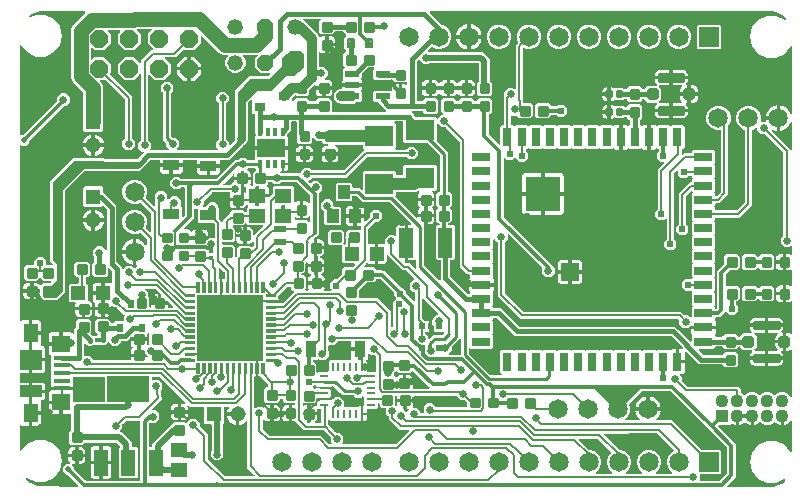
<source format=gbr>
G04 EAGLE Gerber X2 export*
%TF.Part,Single*%
%TF.FileFunction,Copper,L1,Top,Mixed*%
%TF.FilePolarity,Positive*%
%TF.GenerationSoftware,Autodesk,EAGLE,8.6.3*%
%TF.CreationDate,2023-08-17T09:40:23Z*%
G75*
%MOMM*%
%FSLAX34Y34*%
%LPD*%
%AMOC8*
5,1,8,0,0,1.08239X$1,22.5*%
G01*
%ADD10C,0.381000*%
%ADD11C,0.508000*%
%ADD12C,0.317500*%
%ADD13C,0.222250*%
%ADD14R,1.651000X1.651000*%
%ADD15C,1.651000*%
%ADD16C,0.190500*%
%ADD17R,1.200000X0.550000*%
%ADD18R,1.308000X1.308000*%
%ADD19C,1.308000*%
%ADD20R,1.016000X1.143000*%
%ADD21R,1.600000X0.800000*%
%ADD22R,0.800000X1.600000*%
%ADD23R,1.500000X1.500000*%
%ADD24R,3.000000X3.000000*%
%ADD25R,0.300000X0.650000*%
%ADD26R,2.350000X1.600000*%
%ADD27P,1.429621X8X292.500000*%
%ADD28C,1.320800*%
%ADD29R,1.200000X2.500000*%
%ADD30R,0.900000X0.800000*%
%ADD31R,0.500000X0.500000*%
%ADD32R,0.400000X0.500000*%
%ADD33R,2.400000X1.800000*%
%ADD34R,1.200000X1.200000*%
%ADD35R,1.219200X2.235200*%
%ADD36R,3.600000X2.200000*%
%ADD37P,1.649562X8X22.500000*%
%ADD38C,0.067500*%
%ADD39R,5.600000X5.600000*%
%ADD40R,1.380000X0.450000*%
%ADD41R,1.550000X1.425000*%
%ADD42R,1.900000X1.800000*%
%ADD43R,1.900000X1.000000*%
%ADD44R,1.300000X1.650000*%
%ADD45R,0.380000X0.400000*%
%ADD46R,0.260000X0.790000*%
%ADD47R,0.790000X0.260000*%
%ADD48R,1.400000X1.200000*%
%ADD49R,1.000000X0.500000*%
%ADD50R,0.400000X0.380000*%
%ADD51R,1.108000X1.108000*%
%ADD52C,1.108000*%
%ADD53R,0.600000X0.700000*%
%ADD54R,1.400000X0.950000*%
%ADD55R,0.950000X1.400000*%
%ADD56R,1.470000X1.150000*%
%ADD57C,0.654800*%
%ADD58C,0.711200*%
%ADD59C,0.609600*%
%ADD60C,0.304800*%
%ADD61C,0.254000*%
%ADD62C,0.203200*%
%ADD63C,0.504800*%
%ADD64C,0.279400*%
%ADD65C,0.127000*%
%ADD66C,0.406400*%
%ADD67C,1.270000*%
%ADD68C,0.812800*%
%ADD69C,0.609600*%
%ADD70C,1.016000*%

G36*
X500292Y233063D02*
X500292Y233063D01*
X500383Y233071D01*
X500413Y233083D01*
X500445Y233088D01*
X500525Y233131D01*
X500609Y233167D01*
X500641Y233193D01*
X500662Y233204D01*
X500684Y233227D01*
X500740Y233272D01*
X507268Y239800D01*
X507321Y239874D01*
X507381Y239943D01*
X507393Y239973D01*
X507412Y240000D01*
X507439Y240087D01*
X507473Y240171D01*
X507477Y240212D01*
X507484Y240235D01*
X507483Y240267D01*
X507491Y240338D01*
X507491Y300769D01*
X507472Y300884D01*
X507455Y301000D01*
X507453Y301005D01*
X507452Y301012D01*
X507397Y301114D01*
X507344Y301219D01*
X507339Y301223D01*
X507336Y301229D01*
X507252Y301309D01*
X507168Y301391D01*
X507162Y301395D01*
X507158Y301398D01*
X507141Y301406D01*
X507021Y301472D01*
X504712Y302428D01*
X501818Y305322D01*
X500252Y309104D01*
X500252Y313196D01*
X501818Y316978D01*
X504712Y319872D01*
X508494Y321438D01*
X512586Y321438D01*
X516368Y319872D01*
X519262Y316978D01*
X520828Y313196D01*
X520828Y309086D01*
X520827Y309083D01*
X520808Y309041D01*
X520799Y308964D01*
X520781Y308888D01*
X520786Y308842D01*
X520781Y308797D01*
X520797Y308721D01*
X520804Y308643D01*
X520823Y308601D01*
X520833Y308556D01*
X520873Y308489D01*
X520904Y308418D01*
X520936Y308384D01*
X520959Y308345D01*
X521018Y308295D01*
X521071Y308237D01*
X521111Y308215D01*
X521146Y308185D01*
X521218Y308156D01*
X521286Y308119D01*
X521331Y308110D01*
X521374Y308093D01*
X521510Y308078D01*
X521528Y308075D01*
X521533Y308076D01*
X521541Y308075D01*
X524605Y308075D01*
X524684Y308088D01*
X524763Y308091D01*
X524805Y308107D01*
X524848Y308114D01*
X524918Y308152D01*
X524993Y308181D01*
X525027Y308209D01*
X525066Y308230D01*
X525120Y308287D01*
X525181Y308338D01*
X525204Y308376D01*
X525235Y308408D01*
X525268Y308480D01*
X525310Y308548D01*
X525320Y308591D01*
X525339Y308631D01*
X525347Y308710D01*
X525365Y308788D01*
X525362Y308846D01*
X525366Y308875D01*
X525360Y308903D01*
X525357Y308955D01*
X525251Y309627D01*
X534417Y309627D01*
X534417Y300461D01*
X533412Y300620D01*
X531796Y301145D01*
X531251Y301423D01*
X531247Y301424D01*
X531244Y301426D01*
X531131Y301461D01*
X531017Y301497D01*
X531013Y301497D01*
X531009Y301499D01*
X530890Y301495D01*
X530771Y301494D01*
X530767Y301492D01*
X530763Y301492D01*
X530651Y301451D01*
X530539Y301412D01*
X530536Y301409D01*
X530532Y301408D01*
X530440Y301334D01*
X530346Y301260D01*
X530343Y301257D01*
X530340Y301254D01*
X530275Y301152D01*
X530210Y301054D01*
X530209Y301051D01*
X530207Y301047D01*
X530178Y300932D01*
X530148Y300816D01*
X530148Y300812D01*
X530147Y300809D01*
X530156Y300691D01*
X530164Y300571D01*
X530166Y300567D01*
X530166Y300563D01*
X530212Y300455D01*
X530258Y300344D01*
X530261Y300341D01*
X530263Y300337D01*
X530367Y300206D01*
X544092Y286482D01*
X546160Y284414D01*
X546218Y284372D01*
X546270Y284323D01*
X546291Y284313D01*
X546294Y284310D01*
X546314Y284302D01*
X546317Y284301D01*
X546359Y284270D01*
X546428Y284249D01*
X546493Y284219D01*
X546545Y284213D01*
X546595Y284198D01*
X546666Y284200D01*
X546737Y284192D01*
X546788Y284203D01*
X546840Y284204D01*
X546908Y284229D01*
X546978Y284244D01*
X547023Y284271D01*
X547071Y284289D01*
X547127Y284334D01*
X547189Y284370D01*
X547223Y284410D01*
X547263Y284442D01*
X547302Y284503D01*
X547349Y284557D01*
X547368Y284606D01*
X547396Y284649D01*
X547414Y284719D01*
X547414Y284720D01*
X547431Y284756D01*
X547432Y284764D01*
X547441Y284785D01*
X547449Y284857D01*
X547457Y284888D01*
X547455Y284911D01*
X547459Y284952D01*
X547459Y306861D01*
X547459Y306865D01*
X547459Y306869D01*
X547439Y306987D01*
X547420Y307103D01*
X547418Y307107D01*
X547417Y307111D01*
X547360Y307216D01*
X547304Y307321D01*
X547302Y307324D01*
X547300Y307327D01*
X547212Y307408D01*
X547126Y307490D01*
X547122Y307492D01*
X547119Y307495D01*
X547011Y307544D01*
X546903Y307594D01*
X546899Y307594D01*
X546895Y307596D01*
X546776Y307608D01*
X546659Y307621D01*
X546655Y307620D01*
X546651Y307620D01*
X546534Y307594D01*
X546418Y307569D01*
X546415Y307567D01*
X546411Y307566D01*
X546309Y307503D01*
X546207Y307442D01*
X546204Y307439D01*
X546201Y307437D01*
X546125Y307346D01*
X546047Y307256D01*
X546046Y307252D01*
X546043Y307249D01*
X545974Y307096D01*
X545945Y307006D01*
X545173Y305492D01*
X544174Y304117D01*
X542973Y302916D01*
X541598Y301917D01*
X540084Y301145D01*
X538468Y300620D01*
X537463Y300461D01*
X537463Y310388D01*
X537460Y310408D01*
X537462Y310427D01*
X537440Y310529D01*
X537423Y310631D01*
X537414Y310648D01*
X537410Y310668D01*
X537357Y310757D01*
X537308Y310848D01*
X537294Y310862D01*
X537284Y310879D01*
X537205Y310946D01*
X537130Y311017D01*
X537112Y311026D01*
X537097Y311039D01*
X537001Y311077D01*
X536907Y311121D01*
X536887Y311123D01*
X536869Y311131D01*
X536702Y311149D01*
X535939Y311149D01*
X535939Y311151D01*
X536702Y311151D01*
X536722Y311154D01*
X536741Y311152D01*
X536843Y311174D01*
X536945Y311191D01*
X536962Y311200D01*
X536982Y311204D01*
X537071Y311257D01*
X537162Y311306D01*
X537176Y311320D01*
X537193Y311330D01*
X537260Y311409D01*
X537331Y311484D01*
X537340Y311502D01*
X537353Y311517D01*
X537392Y311613D01*
X537435Y311707D01*
X537437Y311727D01*
X537445Y311745D01*
X537463Y311912D01*
X537463Y321839D01*
X538468Y321680D01*
X540084Y321155D01*
X541598Y320383D01*
X542973Y319384D01*
X544174Y318183D01*
X545173Y316808D01*
X545945Y315294D01*
X545974Y315204D01*
X545976Y315201D01*
X545977Y315197D01*
X546032Y315092D01*
X546087Y314986D01*
X546090Y314983D01*
X546092Y314979D01*
X546178Y314897D01*
X546263Y314814D01*
X546267Y314813D01*
X546270Y314810D01*
X546379Y314759D01*
X546485Y314708D01*
X546489Y314708D01*
X546493Y314706D01*
X546611Y314693D01*
X546730Y314679D01*
X546733Y314680D01*
X546737Y314679D01*
X546854Y314705D01*
X546970Y314729D01*
X546974Y314731D01*
X546978Y314731D01*
X547080Y314793D01*
X547183Y314852D01*
X547186Y314856D01*
X547189Y314858D01*
X547267Y314948D01*
X547345Y315038D01*
X547346Y315041D01*
X547349Y315044D01*
X547394Y315156D01*
X547439Y315265D01*
X547439Y315269D01*
X547441Y315273D01*
X547459Y315439D01*
X547459Y371151D01*
X547441Y371263D01*
X547425Y371376D01*
X547421Y371385D01*
X547420Y371394D01*
X547366Y371494D01*
X547315Y371596D01*
X547309Y371603D01*
X547304Y371611D01*
X547222Y371689D01*
X547141Y371770D01*
X547133Y371774D01*
X547126Y371780D01*
X547022Y371829D01*
X546921Y371879D01*
X546911Y371880D01*
X546903Y371884D01*
X546790Y371897D01*
X546677Y371912D01*
X546668Y371910D01*
X546659Y371911D01*
X546547Y371887D01*
X546435Y371865D01*
X546427Y371861D01*
X546418Y371859D01*
X546321Y371801D01*
X546221Y371744D01*
X546213Y371736D01*
X546207Y371733D01*
X546192Y371715D01*
X546103Y371626D01*
X541391Y365717D01*
X534065Y362189D01*
X525935Y362189D01*
X518609Y365717D01*
X513540Y372073D01*
X511731Y380000D01*
X513540Y387927D01*
X518609Y394283D01*
X525935Y397811D01*
X534065Y397811D01*
X541477Y394242D01*
X541487Y394239D01*
X541496Y394233D01*
X541604Y394204D01*
X541712Y394173D01*
X541723Y394173D01*
X541733Y394170D01*
X541846Y394178D01*
X541958Y394182D01*
X541968Y394186D01*
X541979Y394186D01*
X542083Y394229D01*
X542188Y394269D01*
X542196Y394276D01*
X542206Y394280D01*
X542291Y394354D01*
X542378Y394425D01*
X542384Y394434D01*
X542392Y394441D01*
X542449Y394539D01*
X542509Y394634D01*
X542511Y394644D01*
X542517Y394653D01*
X542540Y394764D01*
X542566Y394873D01*
X542565Y394883D01*
X542567Y394894D01*
X542554Y395006D01*
X542544Y395118D01*
X542540Y395128D01*
X542538Y395138D01*
X542491Y395239D01*
X542445Y395343D01*
X542438Y395351D01*
X542433Y395360D01*
X542323Y395487D01*
X539194Y398378D01*
X539164Y398398D01*
X539139Y398424D01*
X538996Y398510D01*
X533775Y400915D01*
X533770Y400916D01*
X533765Y400919D01*
X533605Y400970D01*
X530892Y401509D01*
X530868Y401510D01*
X530744Y401523D01*
X241317Y401523D01*
X241246Y401512D01*
X241174Y401510D01*
X241126Y401492D01*
X241074Y401484D01*
X241011Y401450D01*
X240943Y401425D01*
X240903Y401393D01*
X240857Y401368D01*
X240807Y401316D01*
X240751Y401272D01*
X240723Y401228D01*
X240687Y401190D01*
X240657Y401125D01*
X240618Y401065D01*
X240606Y401014D01*
X240584Y400967D01*
X240576Y400896D01*
X240558Y400826D01*
X240562Y400774D01*
X240557Y400723D01*
X240572Y400652D01*
X240578Y400581D01*
X240598Y400533D01*
X240609Y400482D01*
X240646Y400421D01*
X240674Y400355D01*
X240719Y400299D01*
X240735Y400271D01*
X240753Y400256D01*
X240779Y400224D01*
X249861Y391142D01*
X250797Y390205D01*
X250850Y390167D01*
X250897Y390121D01*
X250970Y390081D01*
X250997Y390062D01*
X251016Y390056D01*
X251044Y390040D01*
X254228Y388722D01*
X257122Y385828D01*
X258688Y382046D01*
X258688Y377954D01*
X257122Y374172D01*
X254228Y371278D01*
X250446Y369712D01*
X246354Y369712D01*
X242504Y371307D01*
X242448Y371347D01*
X242428Y371353D01*
X242411Y371364D01*
X242311Y371389D01*
X242212Y371420D01*
X242192Y371419D01*
X242173Y371424D01*
X242070Y371416D01*
X241967Y371414D01*
X241948Y371407D01*
X241928Y371405D01*
X241833Y371365D01*
X241736Y371329D01*
X241720Y371317D01*
X241701Y371309D01*
X241570Y371204D01*
X239431Y369064D01*
X239389Y369006D01*
X239339Y368954D01*
X239317Y368907D01*
X239287Y368865D01*
X239266Y368796D01*
X239236Y368731D01*
X239230Y368679D01*
X239215Y368629D01*
X239217Y368558D01*
X239209Y368487D01*
X239220Y368436D01*
X239221Y368384D01*
X239246Y368316D01*
X239261Y368246D01*
X239288Y368201D01*
X239306Y368153D01*
X239350Y368097D01*
X239387Y368035D01*
X239427Y368001D01*
X239459Y367961D01*
X239520Y367922D01*
X239574Y367875D01*
X239580Y367873D01*
X240199Y367254D01*
X240273Y367201D01*
X240343Y367141D01*
X240373Y367129D01*
X240399Y367110D01*
X240486Y367083D01*
X240571Y367049D01*
X240612Y367045D01*
X240634Y367038D01*
X240666Y367039D01*
X240737Y367031D01*
X285866Y367031D01*
X291593Y361304D01*
X291593Y343406D01*
X291607Y343316D01*
X291615Y343225D01*
X291627Y343196D01*
X291632Y343164D01*
X291675Y343083D01*
X291711Y342999D01*
X291737Y342967D01*
X291748Y342946D01*
X291771Y342924D01*
X291816Y342868D01*
X293498Y341186D01*
X293498Y331914D01*
X291656Y330072D01*
X282384Y330072D01*
X280542Y331914D01*
X280542Y341186D01*
X282224Y342868D01*
X282277Y342942D01*
X282337Y343011D01*
X282349Y343042D01*
X282368Y343068D01*
X282395Y343155D01*
X282429Y343240D01*
X282433Y343281D01*
X282440Y343303D01*
X282439Y343335D01*
X282447Y343406D01*
X282447Y357124D01*
X282444Y357144D01*
X282446Y357163D01*
X282424Y357265D01*
X282408Y357367D01*
X282398Y357384D01*
X282394Y357404D01*
X282341Y357493D01*
X282292Y357584D01*
X282278Y357598D01*
X282268Y357615D01*
X282189Y357682D01*
X282114Y357754D01*
X282096Y357762D01*
X282081Y357775D01*
X281985Y357814D01*
X281891Y357857D01*
X281871Y357859D01*
X281853Y357867D01*
X281686Y357885D01*
X240737Y357885D01*
X240647Y357871D01*
X240556Y357863D01*
X240527Y357851D01*
X240495Y357846D01*
X240414Y357803D01*
X240330Y357767D01*
X240298Y357741D01*
X240277Y357730D01*
X240255Y357707D01*
X240199Y357662D01*
X239688Y357151D01*
X235292Y357151D01*
X232064Y360379D01*
X232053Y360393D01*
X232028Y360439D01*
X231976Y360489D01*
X231932Y360545D01*
X231888Y360573D01*
X231850Y360609D01*
X231785Y360639D01*
X231725Y360678D01*
X231674Y360690D01*
X231627Y360712D01*
X231556Y360720D01*
X231486Y360738D01*
X231434Y360734D01*
X231383Y360739D01*
X231312Y360724D01*
X231241Y360718D01*
X231193Y360698D01*
X231142Y360687D01*
X231081Y360650D01*
X231015Y360622D01*
X230959Y360577D01*
X230931Y360561D01*
X230916Y360543D01*
X230884Y360517D01*
X229840Y359473D01*
X229787Y359399D01*
X229727Y359330D01*
X229715Y359300D01*
X229696Y359274D01*
X229669Y359186D01*
X229635Y359102D01*
X229631Y359061D01*
X229624Y359038D01*
X229625Y359006D01*
X229617Y358935D01*
X229617Y326136D01*
X229620Y326116D01*
X229618Y326097D01*
X229640Y325995D01*
X229656Y325893D01*
X229666Y325876D01*
X229670Y325856D01*
X229723Y325767D01*
X229772Y325676D01*
X229786Y325662D01*
X229796Y325645D01*
X229875Y325578D01*
X229950Y325506D01*
X229968Y325498D01*
X229983Y325485D01*
X230079Y325446D01*
X230173Y325403D01*
X230193Y325401D01*
X230211Y325393D01*
X230378Y325375D01*
X234061Y325375D01*
X234081Y325378D01*
X234100Y325376D01*
X234202Y325398D01*
X234304Y325414D01*
X234321Y325424D01*
X234341Y325428D01*
X234430Y325481D01*
X234521Y325530D01*
X234535Y325544D01*
X234552Y325554D01*
X234619Y325633D01*
X234691Y325708D01*
X234699Y325726D01*
X234712Y325741D01*
X234751Y325837D01*
X234783Y325907D01*
X236664Y327788D01*
X245936Y327788D01*
X247778Y325946D01*
X247778Y316674D01*
X245936Y314832D01*
X236664Y314832D01*
X234785Y316711D01*
X234783Y316727D01*
X234773Y316744D01*
X234769Y316764D01*
X234716Y316853D01*
X234667Y316944D01*
X234653Y316958D01*
X234643Y316975D01*
X234564Y317042D01*
X234489Y317114D01*
X234471Y317122D01*
X234456Y317135D01*
X234360Y317174D01*
X234266Y317217D01*
X234246Y317219D01*
X234228Y317227D01*
X234061Y317245D01*
X226281Y317245D01*
X226210Y317234D01*
X226138Y317232D01*
X226090Y317214D01*
X226038Y317206D01*
X225975Y317172D01*
X225907Y317147D01*
X225867Y317115D01*
X225821Y317090D01*
X225771Y317038D01*
X225715Y316994D01*
X225687Y316950D01*
X225651Y316912D01*
X225621Y316847D01*
X225582Y316787D01*
X225570Y316736D01*
X225548Y316689D01*
X225540Y316618D01*
X225522Y316548D01*
X225526Y316496D01*
X225521Y316445D01*
X225536Y316374D01*
X225542Y316303D01*
X225562Y316255D01*
X225573Y316204D01*
X225610Y316143D01*
X225638Y316077D01*
X225683Y316021D01*
X225699Y315993D01*
X225717Y315978D01*
X225743Y315946D01*
X227585Y314104D01*
X227585Y313341D01*
X227599Y313251D01*
X227607Y313160D01*
X227619Y313131D01*
X227624Y313099D01*
X227667Y313018D01*
X227703Y312934D01*
X227729Y312902D01*
X227740Y312881D01*
X227763Y312859D01*
X227808Y312803D01*
X228181Y312430D01*
X228255Y312377D01*
X228324Y312317D01*
X228355Y312305D01*
X228381Y312286D01*
X228468Y312259D01*
X228553Y312225D01*
X228594Y312221D01*
X228616Y312214D01*
X228648Y312215D01*
X228719Y312207D01*
X245252Y312207D01*
X246626Y310833D01*
X246642Y310821D01*
X246654Y310806D01*
X246742Y310750D01*
X246825Y310690D01*
X246844Y310684D01*
X246861Y310673D01*
X246962Y310648D01*
X247060Y310617D01*
X247080Y310618D01*
X247100Y310613D01*
X247203Y310621D01*
X247306Y310624D01*
X247325Y310630D01*
X247345Y310632D01*
X247440Y310672D01*
X247537Y310708D01*
X247553Y310720D01*
X247571Y310728D01*
X247702Y310833D01*
X250786Y313917D01*
X250982Y313917D01*
X251052Y313928D01*
X251124Y313930D01*
X251173Y313948D01*
X251224Y313956D01*
X251288Y313990D01*
X251355Y314015D01*
X251396Y314047D01*
X251442Y314072D01*
X251491Y314124D01*
X251547Y314168D01*
X251575Y314212D01*
X251611Y314250D01*
X251641Y314315D01*
X251680Y314375D01*
X251693Y314426D01*
X251715Y314473D01*
X251723Y314544D01*
X251740Y314614D01*
X251736Y314666D01*
X251742Y314717D01*
X251727Y314788D01*
X251721Y314859D01*
X251701Y314907D01*
X251690Y314958D01*
X251653Y315019D01*
X251625Y315085D01*
X251580Y315141D01*
X251563Y315169D01*
X251546Y315184D01*
X251520Y315216D01*
X250062Y316674D01*
X250062Y325946D01*
X251904Y327788D01*
X261176Y327788D01*
X263055Y325909D01*
X263057Y325893D01*
X263067Y325876D01*
X263071Y325856D01*
X263124Y325767D01*
X263173Y325676D01*
X263187Y325662D01*
X263197Y325645D01*
X263276Y325578D01*
X263351Y325506D01*
X263369Y325498D01*
X263384Y325485D01*
X263480Y325446D01*
X263574Y325403D01*
X263594Y325401D01*
X263612Y325393D01*
X263779Y325375D01*
X264541Y325375D01*
X264561Y325378D01*
X264580Y325376D01*
X264682Y325398D01*
X264784Y325414D01*
X264801Y325424D01*
X264821Y325428D01*
X264910Y325481D01*
X265001Y325530D01*
X265015Y325544D01*
X265032Y325554D01*
X265099Y325633D01*
X265171Y325708D01*
X265179Y325726D01*
X265192Y325741D01*
X265231Y325837D01*
X265263Y325907D01*
X267144Y327788D01*
X276416Y327788D01*
X278295Y325909D01*
X278297Y325893D01*
X278307Y325876D01*
X278311Y325856D01*
X278364Y325767D01*
X278413Y325676D01*
X278427Y325662D01*
X278437Y325645D01*
X278516Y325578D01*
X278591Y325506D01*
X278609Y325498D01*
X278624Y325485D01*
X278720Y325446D01*
X278814Y325403D01*
X278834Y325401D01*
X278852Y325393D01*
X279019Y325375D01*
X279781Y325375D01*
X279801Y325378D01*
X279820Y325376D01*
X279922Y325398D01*
X280024Y325414D01*
X280041Y325424D01*
X280061Y325428D01*
X280150Y325481D01*
X280241Y325530D01*
X280255Y325544D01*
X280272Y325554D01*
X280339Y325633D01*
X280411Y325708D01*
X280419Y325726D01*
X280432Y325741D01*
X280471Y325837D01*
X280503Y325907D01*
X282384Y327788D01*
X291656Y327788D01*
X293498Y325946D01*
X293498Y316674D01*
X291656Y314832D01*
X291338Y314832D01*
X291318Y314829D01*
X291299Y314831D01*
X291197Y314809D01*
X291095Y314793D01*
X291078Y314783D01*
X291058Y314779D01*
X290969Y314726D01*
X290878Y314677D01*
X290864Y314663D01*
X290847Y314653D01*
X290780Y314574D01*
X290708Y314499D01*
X290700Y314481D01*
X290687Y314466D01*
X290648Y314370D01*
X290605Y314276D01*
X290603Y314256D01*
X290595Y314238D01*
X290577Y314071D01*
X290577Y297699D01*
X290591Y297608D01*
X290599Y297518D01*
X290611Y297488D01*
X290616Y297456D01*
X290659Y297375D01*
X290695Y297291D01*
X290721Y297259D01*
X290732Y297238D01*
X290755Y297216D01*
X290800Y297160D01*
X299128Y288832D01*
X299186Y288790D01*
X299238Y288741D01*
X299285Y288719D01*
X299327Y288689D01*
X299396Y288668D01*
X299461Y288637D01*
X299513Y288632D01*
X299563Y288616D01*
X299634Y288618D01*
X299705Y288610D01*
X299756Y288621D01*
X299808Y288623D01*
X299876Y288647D01*
X299946Y288663D01*
X299991Y288689D01*
X300039Y288707D01*
X300095Y288752D01*
X300157Y288789D01*
X300191Y288828D01*
X300231Y288861D01*
X300270Y288921D01*
X300317Y288976D01*
X300336Y289024D01*
X300364Y289068D01*
X300382Y289137D01*
X300409Y289204D01*
X300417Y289275D01*
X300425Y289306D01*
X300423Y289330D01*
X300427Y289371D01*
X300427Y303842D01*
X301618Y305033D01*
X302650Y305033D01*
X302670Y305036D01*
X302689Y305034D01*
X302791Y305056D01*
X302893Y305072D01*
X302910Y305082D01*
X302930Y305086D01*
X303019Y305139D01*
X303110Y305188D01*
X303124Y305202D01*
X303141Y305212D01*
X303208Y305291D01*
X303280Y305366D01*
X303288Y305384D01*
X303301Y305399D01*
X303340Y305495D01*
X303383Y305589D01*
X303385Y305609D01*
X303393Y305627D01*
X303411Y305794D01*
X303411Y329821D01*
X303588Y329998D01*
X303641Y330072D01*
X303701Y330141D01*
X303713Y330171D01*
X303732Y330198D01*
X303759Y330284D01*
X303793Y330369D01*
X303797Y330410D01*
X303804Y330433D01*
X303803Y330465D01*
X303811Y330536D01*
X303811Y333414D01*
X306920Y336523D01*
X311316Y336523D01*
X312136Y335703D01*
X312194Y335661D01*
X312246Y335612D01*
X312293Y335590D01*
X312335Y335560D01*
X312404Y335538D01*
X312469Y335508D01*
X312521Y335503D01*
X312571Y335487D01*
X312642Y335489D01*
X312713Y335481D01*
X312764Y335492D01*
X312816Y335494D01*
X312884Y335518D01*
X312954Y335533D01*
X312999Y335560D01*
X313047Y335578D01*
X313103Y335623D01*
X313165Y335660D01*
X313199Y335699D01*
X313239Y335732D01*
X313278Y335792D01*
X313325Y335847D01*
X313344Y335895D01*
X313372Y335939D01*
X313390Y336008D01*
X313417Y336075D01*
X313425Y336146D01*
X313433Y336177D01*
X313431Y336200D01*
X313435Y336241D01*
X313435Y373147D01*
X315104Y374815D01*
X315171Y374910D01*
X315242Y375004D01*
X315244Y375010D01*
X315247Y375015D01*
X315281Y375126D01*
X315318Y375238D01*
X315318Y375244D01*
X315320Y375250D01*
X315316Y375367D01*
X315315Y375484D01*
X315313Y375491D01*
X315313Y375496D01*
X315307Y375513D01*
X315269Y375645D01*
X314312Y377954D01*
X314312Y382046D01*
X315878Y385828D01*
X318772Y388722D01*
X322554Y390288D01*
X326646Y390288D01*
X330428Y388722D01*
X333322Y385828D01*
X334888Y382046D01*
X334888Y377954D01*
X333322Y374172D01*
X330428Y371278D01*
X326646Y369712D01*
X322554Y369712D01*
X320585Y370528D01*
X320541Y370538D01*
X320499Y370557D01*
X320422Y370566D01*
X320346Y370584D01*
X320300Y370579D01*
X320255Y370585D01*
X320178Y370568D01*
X320101Y370561D01*
X320059Y370542D01*
X320014Y370532D01*
X319947Y370492D01*
X319876Y370461D01*
X319842Y370430D01*
X319803Y370406D01*
X319752Y370347D01*
X319695Y370294D01*
X319673Y370254D01*
X319643Y370219D01*
X319614Y370147D01*
X319577Y370079D01*
X319568Y370034D01*
X319551Y369991D01*
X319536Y369855D01*
X319533Y369837D01*
X319534Y369832D01*
X319533Y369824D01*
X319533Y327983D01*
X319547Y327893D01*
X319555Y327802D01*
X319567Y327772D01*
X319572Y327740D01*
X319615Y327660D01*
X319651Y327576D01*
X319677Y327544D01*
X319688Y327523D01*
X319711Y327501D01*
X319756Y327445D01*
X319787Y327414D01*
X319787Y324739D01*
X319790Y324719D01*
X319788Y324700D01*
X319810Y324598D01*
X319826Y324496D01*
X319836Y324479D01*
X319840Y324459D01*
X319893Y324370D01*
X319942Y324279D01*
X319956Y324265D01*
X319966Y324248D01*
X320045Y324181D01*
X320120Y324109D01*
X320138Y324101D01*
X320153Y324088D01*
X320249Y324049D01*
X320343Y324006D01*
X320363Y324004D01*
X320381Y323996D01*
X320548Y323978D01*
X325946Y323978D01*
X327788Y322136D01*
X327788Y312864D01*
X325946Y311022D01*
X316674Y311022D01*
X314710Y312986D01*
X314636Y313039D01*
X314567Y313099D01*
X314536Y313111D01*
X314510Y313130D01*
X314423Y313157D01*
X314338Y313191D01*
X314297Y313195D01*
X314275Y313202D01*
X314243Y313201D01*
X314172Y313209D01*
X310712Y313209D01*
X310698Y313222D01*
X310651Y313244D01*
X310609Y313274D01*
X310540Y313296D01*
X310475Y313326D01*
X310423Y313331D01*
X310374Y313347D01*
X310302Y313345D01*
X310231Y313353D01*
X310180Y313342D01*
X310128Y313340D01*
X310060Y313316D01*
X309990Y313301D01*
X309945Y313274D01*
X309897Y313256D01*
X309841Y313211D01*
X309779Y313174D01*
X309745Y313135D01*
X309705Y313102D01*
X309666Y313042D01*
X309619Y312987D01*
X309600Y312939D01*
X309572Y312895D01*
X309554Y312826D01*
X309527Y312759D01*
X309519Y312688D01*
X309511Y312657D01*
X309513Y312633D01*
X309509Y312593D01*
X309509Y305794D01*
X309512Y305774D01*
X309510Y305755D01*
X309532Y305653D01*
X309548Y305551D01*
X309558Y305534D01*
X309562Y305514D01*
X309615Y305425D01*
X309664Y305334D01*
X309678Y305320D01*
X309688Y305303D01*
X309767Y305236D01*
X309842Y305164D01*
X309860Y305156D01*
X309875Y305143D01*
X309971Y305104D01*
X310065Y305061D01*
X310085Y305059D01*
X310103Y305051D01*
X310270Y305033D01*
X311302Y305033D01*
X311922Y304413D01*
X311938Y304401D01*
X311950Y304386D01*
X312038Y304330D01*
X312121Y304269D01*
X312140Y304264D01*
X312157Y304253D01*
X312258Y304228D01*
X312357Y304197D01*
X312376Y304198D01*
X312396Y304193D01*
X312499Y304201D01*
X312602Y304203D01*
X312621Y304210D01*
X312641Y304212D01*
X312736Y304252D01*
X312833Y304288D01*
X312849Y304300D01*
X312867Y304308D01*
X312998Y304413D01*
X313618Y305033D01*
X323302Y305033D01*
X323922Y304413D01*
X323938Y304401D01*
X323950Y304386D01*
X324038Y304330D01*
X324121Y304269D01*
X324140Y304264D01*
X324157Y304253D01*
X324258Y304228D01*
X324357Y304197D01*
X324376Y304198D01*
X324396Y304193D01*
X324499Y304201D01*
X324602Y304203D01*
X324621Y304210D01*
X324641Y304212D01*
X324736Y304252D01*
X324833Y304288D01*
X324849Y304300D01*
X324867Y304308D01*
X324998Y304413D01*
X325618Y305033D01*
X335302Y305033D01*
X335922Y304413D01*
X335938Y304401D01*
X335950Y304386D01*
X336038Y304330D01*
X336121Y304269D01*
X336140Y304264D01*
X336157Y304253D01*
X336258Y304228D01*
X336357Y304197D01*
X336376Y304198D01*
X336396Y304193D01*
X336499Y304201D01*
X336602Y304203D01*
X336621Y304210D01*
X336641Y304212D01*
X336736Y304252D01*
X336833Y304288D01*
X336849Y304300D01*
X336867Y304308D01*
X336998Y304413D01*
X337618Y305033D01*
X347302Y305033D01*
X347922Y304413D01*
X347938Y304401D01*
X347950Y304386D01*
X348038Y304330D01*
X348121Y304269D01*
X348140Y304264D01*
X348157Y304253D01*
X348258Y304228D01*
X348357Y304197D01*
X348376Y304198D01*
X348396Y304193D01*
X348499Y304201D01*
X348602Y304203D01*
X348621Y304210D01*
X348641Y304212D01*
X348736Y304252D01*
X348833Y304288D01*
X348849Y304300D01*
X348867Y304308D01*
X348998Y304413D01*
X349618Y305033D01*
X359302Y305033D01*
X359922Y304413D01*
X359938Y304401D01*
X359950Y304386D01*
X360038Y304330D01*
X360121Y304269D01*
X360140Y304264D01*
X360157Y304253D01*
X360258Y304228D01*
X360357Y304197D01*
X360376Y304198D01*
X360396Y304193D01*
X360499Y304201D01*
X360602Y304203D01*
X360621Y304210D01*
X360641Y304212D01*
X360736Y304252D01*
X360833Y304288D01*
X360849Y304300D01*
X360867Y304308D01*
X360998Y304413D01*
X361618Y305033D01*
X371302Y305033D01*
X371922Y304413D01*
X371938Y304401D01*
X371950Y304386D01*
X372038Y304330D01*
X372121Y304269D01*
X372140Y304264D01*
X372157Y304253D01*
X372258Y304228D01*
X372357Y304197D01*
X372376Y304198D01*
X372396Y304193D01*
X372499Y304201D01*
X372602Y304203D01*
X372621Y304210D01*
X372641Y304212D01*
X372736Y304252D01*
X372833Y304288D01*
X372849Y304300D01*
X372867Y304308D01*
X372998Y304413D01*
X373618Y305033D01*
X383302Y305033D01*
X383922Y304413D01*
X383938Y304401D01*
X383950Y304386D01*
X384038Y304330D01*
X384121Y304269D01*
X384140Y304264D01*
X384157Y304253D01*
X384258Y304228D01*
X384357Y304197D01*
X384376Y304198D01*
X384396Y304193D01*
X384499Y304201D01*
X384602Y304203D01*
X384621Y304210D01*
X384641Y304212D01*
X384736Y304252D01*
X384833Y304288D01*
X384849Y304300D01*
X384867Y304308D01*
X384998Y304413D01*
X385618Y305033D01*
X395302Y305033D01*
X395562Y304772D01*
X395579Y304761D01*
X395591Y304745D01*
X395678Y304689D01*
X395762Y304629D01*
X395781Y304623D01*
X395798Y304612D01*
X395898Y304587D01*
X395997Y304556D01*
X396017Y304557D01*
X396037Y304552D01*
X396140Y304560D01*
X396243Y304563D01*
X396262Y304570D01*
X396282Y304571D01*
X396377Y304612D01*
X396474Y304647D01*
X396490Y304660D01*
X396508Y304667D01*
X396639Y304772D01*
X396900Y305033D01*
X397479Y305368D01*
X398126Y305541D01*
X400937Y305541D01*
X400937Y295762D01*
X400940Y295742D01*
X400938Y295723D01*
X400960Y295621D01*
X400977Y295519D01*
X400986Y295502D01*
X400990Y295482D01*
X401043Y295393D01*
X401092Y295302D01*
X401106Y295288D01*
X401116Y295271D01*
X401195Y295204D01*
X401270Y295133D01*
X401288Y295124D01*
X401303Y295111D01*
X401399Y295072D01*
X401493Y295029D01*
X401513Y295027D01*
X401531Y295019D01*
X401698Y295001D01*
X403222Y295001D01*
X403242Y295004D01*
X403261Y295002D01*
X403363Y295024D01*
X403465Y295041D01*
X403482Y295050D01*
X403502Y295054D01*
X403591Y295107D01*
X403682Y295156D01*
X403696Y295170D01*
X403713Y295180D01*
X403780Y295259D01*
X403851Y295334D01*
X403860Y295352D01*
X403873Y295367D01*
X403912Y295463D01*
X403955Y295557D01*
X403957Y295577D01*
X403965Y295595D01*
X403983Y295762D01*
X403983Y305541D01*
X406795Y305541D01*
X407441Y305368D01*
X408020Y305033D01*
X408281Y304772D01*
X408297Y304761D01*
X408310Y304745D01*
X408397Y304689D01*
X408481Y304629D01*
X408500Y304623D01*
X408516Y304612D01*
X408617Y304587D01*
X408716Y304556D01*
X408736Y304557D01*
X408755Y304552D01*
X408858Y304560D01*
X408962Y304563D01*
X408980Y304570D01*
X409000Y304571D01*
X409095Y304612D01*
X409193Y304647D01*
X409208Y304660D01*
X409227Y304667D01*
X409358Y304772D01*
X409618Y305033D01*
X409634Y305033D01*
X409654Y305036D01*
X409673Y305034D01*
X409775Y305056D01*
X409877Y305072D01*
X409894Y305082D01*
X409914Y305086D01*
X410003Y305139D01*
X410094Y305188D01*
X410108Y305202D01*
X410125Y305212D01*
X410192Y305291D01*
X410264Y305366D01*
X410272Y305384D01*
X410285Y305399D01*
X410324Y305495D01*
X410367Y305589D01*
X410369Y305609D01*
X410377Y305627D01*
X410395Y305794D01*
X410395Y308991D01*
X410392Y309011D01*
X410394Y309030D01*
X410372Y309132D01*
X410356Y309234D01*
X410346Y309251D01*
X410342Y309271D01*
X410289Y309360D01*
X410240Y309451D01*
X410226Y309465D01*
X410216Y309482D01*
X410137Y309549D01*
X410062Y309621D01*
X410044Y309629D01*
X410029Y309642D01*
X409933Y309681D01*
X409839Y309724D01*
X409819Y309726D01*
X409801Y309734D01*
X409634Y309752D01*
X409384Y309752D01*
X407505Y311631D01*
X407503Y311647D01*
X407493Y311664D01*
X407489Y311684D01*
X407436Y311773D01*
X407387Y311864D01*
X407373Y311878D01*
X407363Y311895D01*
X407284Y311962D01*
X407209Y312034D01*
X407191Y312042D01*
X407176Y312055D01*
X407080Y312094D01*
X406986Y312137D01*
X406966Y312139D01*
X406948Y312147D01*
X406781Y312165D01*
X405738Y312165D01*
X405648Y312151D01*
X405557Y312143D01*
X405528Y312131D01*
X405496Y312126D01*
X405415Y312083D01*
X405331Y312047D01*
X405299Y312021D01*
X405278Y312010D01*
X405256Y311987D01*
X405200Y311942D01*
X404534Y311276D01*
X398360Y311276D01*
X397899Y311737D01*
X397883Y311748D01*
X397871Y311764D01*
X397784Y311820D01*
X397700Y311880D01*
X397681Y311886D01*
X397664Y311897D01*
X397564Y311922D01*
X397465Y311953D01*
X397445Y311952D01*
X397425Y311957D01*
X397322Y311949D01*
X397219Y311946D01*
X397200Y311939D01*
X397180Y311938D01*
X397085Y311897D01*
X396988Y311862D01*
X396972Y311849D01*
X396954Y311841D01*
X396823Y311737D01*
X396679Y311593D01*
X395738Y311050D01*
X394688Y310768D01*
X394080Y310768D01*
X394080Y315722D01*
X394077Y315742D01*
X394079Y315761D01*
X394057Y315863D01*
X394040Y315965D01*
X394031Y315982D01*
X394027Y316002D01*
X393974Y316091D01*
X393925Y316182D01*
X393911Y316196D01*
X393901Y316213D01*
X393822Y316280D01*
X393747Y316351D01*
X393729Y316360D01*
X393714Y316373D01*
X393618Y316412D01*
X393524Y316455D01*
X393504Y316457D01*
X393486Y316465D01*
X393319Y316483D01*
X392556Y316483D01*
X392556Y316485D01*
X393319Y316485D01*
X393339Y316488D01*
X393358Y316486D01*
X393460Y316508D01*
X393562Y316525D01*
X393579Y316534D01*
X393599Y316538D01*
X393688Y316591D01*
X393779Y316640D01*
X393793Y316654D01*
X393810Y316664D01*
X393877Y316743D01*
X393948Y316818D01*
X393957Y316836D01*
X393970Y316851D01*
X394009Y316947D01*
X394052Y317041D01*
X394054Y317061D01*
X394062Y317079D01*
X394080Y317246D01*
X394080Y322200D01*
X394688Y322200D01*
X395738Y321918D01*
X396679Y321375D01*
X396823Y321231D01*
X396839Y321220D01*
X396852Y321204D01*
X396939Y321148D01*
X397023Y321088D01*
X397042Y321082D01*
X397058Y321071D01*
X397159Y321046D01*
X397258Y321015D01*
X397278Y321016D01*
X397297Y321011D01*
X397400Y321019D01*
X397504Y321022D01*
X397522Y321029D01*
X397542Y321030D01*
X397637Y321071D01*
X397735Y321106D01*
X397750Y321119D01*
X397769Y321126D01*
X397899Y321231D01*
X398360Y321692D01*
X404534Y321692D01*
X405708Y320518D01*
X405782Y320465D01*
X405852Y320405D01*
X405882Y320393D01*
X405908Y320374D01*
X405995Y320347D01*
X406080Y320313D01*
X406121Y320309D01*
X406143Y320302D01*
X406175Y320303D01*
X406246Y320295D01*
X406781Y320295D01*
X406801Y320298D01*
X406820Y320296D01*
X406922Y320318D01*
X407024Y320334D01*
X407041Y320344D01*
X407061Y320348D01*
X407150Y320401D01*
X407241Y320450D01*
X407255Y320464D01*
X407272Y320474D01*
X407339Y320553D01*
X407411Y320628D01*
X407419Y320646D01*
X407432Y320661D01*
X407471Y320757D01*
X407503Y320827D01*
X409384Y322708D01*
X418656Y322708D01*
X420498Y320866D01*
X420498Y311594D01*
X418748Y309844D01*
X418703Y309782D01*
X418672Y309749D01*
X418666Y309737D01*
X418635Y309701D01*
X418623Y309670D01*
X418604Y309644D01*
X418577Y309557D01*
X418543Y309472D01*
X418539Y309431D01*
X418532Y309409D01*
X418533Y309377D01*
X418525Y309306D01*
X418525Y305794D01*
X418528Y305774D01*
X418526Y305755D01*
X418548Y305653D01*
X418564Y305551D01*
X418574Y305534D01*
X418578Y305514D01*
X418631Y305425D01*
X418680Y305334D01*
X418694Y305320D01*
X418704Y305303D01*
X418783Y305236D01*
X418858Y305164D01*
X418876Y305156D01*
X418891Y305143D01*
X418987Y305104D01*
X419081Y305061D01*
X419101Y305059D01*
X419119Y305051D01*
X419286Y305033D01*
X419302Y305033D01*
X419562Y304772D01*
X419579Y304761D01*
X419591Y304745D01*
X419678Y304689D01*
X419762Y304629D01*
X419781Y304623D01*
X419798Y304612D01*
X419898Y304587D01*
X419997Y304556D01*
X420017Y304557D01*
X420037Y304552D01*
X420140Y304560D01*
X420243Y304563D01*
X420262Y304570D01*
X420282Y304571D01*
X420377Y304612D01*
X420474Y304647D01*
X420490Y304660D01*
X420508Y304667D01*
X420639Y304772D01*
X420900Y305033D01*
X421479Y305368D01*
X422126Y305541D01*
X424937Y305541D01*
X424937Y295762D01*
X424940Y295742D01*
X424938Y295723D01*
X424960Y295621D01*
X424977Y295519D01*
X424986Y295502D01*
X424990Y295482D01*
X425043Y295393D01*
X425092Y295302D01*
X425106Y295288D01*
X425116Y295271D01*
X425195Y295204D01*
X425270Y295133D01*
X425288Y295124D01*
X425303Y295111D01*
X425399Y295072D01*
X425493Y295029D01*
X425513Y295027D01*
X425531Y295019D01*
X425698Y295001D01*
X427222Y295001D01*
X427242Y295004D01*
X427261Y295002D01*
X427363Y295024D01*
X427465Y295041D01*
X427482Y295050D01*
X427502Y295054D01*
X427591Y295107D01*
X427682Y295156D01*
X427696Y295170D01*
X427713Y295180D01*
X427780Y295259D01*
X427851Y295334D01*
X427860Y295352D01*
X427873Y295367D01*
X427912Y295463D01*
X427955Y295557D01*
X427957Y295577D01*
X427965Y295595D01*
X427983Y295762D01*
X427983Y305541D01*
X430795Y305541D01*
X431441Y305368D01*
X432020Y305033D01*
X432281Y304772D01*
X432297Y304761D01*
X432310Y304745D01*
X432397Y304689D01*
X432481Y304629D01*
X432500Y304623D01*
X432516Y304612D01*
X432617Y304587D01*
X432716Y304556D01*
X432736Y304557D01*
X432755Y304552D01*
X432858Y304560D01*
X432962Y304563D01*
X432980Y304570D01*
X433000Y304571D01*
X433095Y304612D01*
X433193Y304647D01*
X433208Y304660D01*
X433227Y304667D01*
X433358Y304772D01*
X433618Y305033D01*
X443302Y305033D01*
X443922Y304413D01*
X443938Y304401D01*
X443950Y304386D01*
X444038Y304330D01*
X444121Y304269D01*
X444140Y304264D01*
X444157Y304253D01*
X444258Y304228D01*
X444357Y304197D01*
X444376Y304198D01*
X444396Y304193D01*
X444499Y304201D01*
X444602Y304203D01*
X444621Y304210D01*
X444641Y304212D01*
X444736Y304252D01*
X444833Y304288D01*
X444849Y304300D01*
X444867Y304308D01*
X444998Y304413D01*
X445618Y305033D01*
X455302Y305033D01*
X456493Y303842D01*
X456493Y286158D01*
X455302Y284967D01*
X454660Y284967D01*
X454640Y284964D01*
X454621Y284966D01*
X454519Y284944D01*
X454417Y284928D01*
X454400Y284918D01*
X454380Y284914D01*
X454291Y284861D01*
X454200Y284812D01*
X454186Y284798D01*
X454169Y284788D01*
X454102Y284709D01*
X454030Y284634D01*
X454022Y284616D01*
X454009Y284601D01*
X453970Y284505D01*
X453927Y284411D01*
X453925Y284391D01*
X453917Y284373D01*
X453899Y284206D01*
X453899Y280978D01*
X453910Y280907D01*
X453912Y280836D01*
X453930Y280787D01*
X453938Y280735D01*
X453972Y280672D01*
X453997Y280605D01*
X454029Y280564D01*
X454054Y280518D01*
X454106Y280469D01*
X454150Y280413D01*
X454194Y280384D01*
X454232Y280349D01*
X454297Y280318D01*
X454357Y280280D01*
X454408Y280267D01*
X454455Y280245D01*
X454526Y280237D01*
X454596Y280220D01*
X454648Y280224D01*
X454699Y280218D01*
X454770Y280233D01*
X454841Y280239D01*
X454889Y280259D01*
X454940Y280270D01*
X455001Y280307D01*
X455067Y280335D01*
X455123Y280380D01*
X455151Y280396D01*
X455166Y280414D01*
X455198Y280440D01*
X455937Y281179D01*
X461666Y281179D01*
X461686Y281182D01*
X461705Y281180D01*
X461807Y281202D01*
X461909Y281218D01*
X461926Y281228D01*
X461946Y281232D01*
X462035Y281285D01*
X462126Y281334D01*
X462140Y281348D01*
X462157Y281358D01*
X462224Y281437D01*
X462296Y281512D01*
X462304Y281530D01*
X462317Y281545D01*
X462356Y281641D01*
X462399Y281735D01*
X462401Y281755D01*
X462409Y281773D01*
X462427Y281940D01*
X462427Y282842D01*
X463618Y284033D01*
X481302Y284033D01*
X482493Y282842D01*
X482493Y273158D01*
X481873Y272538D01*
X481861Y272522D01*
X481846Y272510D01*
X481816Y272463D01*
X481801Y272448D01*
X481790Y272422D01*
X481729Y272339D01*
X481724Y272320D01*
X481713Y272303D01*
X481688Y272202D01*
X481657Y272103D01*
X481658Y272084D01*
X481653Y272064D01*
X481661Y271961D01*
X481663Y271858D01*
X481670Y271839D01*
X481672Y271819D01*
X481712Y271724D01*
X481748Y271627D01*
X481760Y271611D01*
X481768Y271593D01*
X481873Y271462D01*
X482493Y270842D01*
X482493Y261158D01*
X481873Y260538D01*
X481861Y260522D01*
X481846Y260510D01*
X481790Y260422D01*
X481729Y260339D01*
X481724Y260320D01*
X481713Y260303D01*
X481688Y260202D01*
X481657Y260103D01*
X481658Y260084D01*
X481653Y260064D01*
X481661Y259961D01*
X481663Y259858D01*
X481670Y259839D01*
X481672Y259819D01*
X481712Y259724D01*
X481748Y259627D01*
X481760Y259611D01*
X481768Y259593D01*
X481873Y259462D01*
X482493Y258842D01*
X482493Y249158D01*
X481873Y248538D01*
X481861Y248522D01*
X481846Y248510D01*
X481790Y248422D01*
X481729Y248339D01*
X481724Y248320D01*
X481713Y248303D01*
X481688Y248202D01*
X481657Y248103D01*
X481658Y248084D01*
X481653Y248064D01*
X481661Y247961D01*
X481663Y247858D01*
X481670Y247839D01*
X481672Y247819D01*
X481712Y247724D01*
X481748Y247627D01*
X481760Y247611D01*
X481768Y247593D01*
X481873Y247462D01*
X482493Y246842D01*
X482493Y246072D01*
X482504Y246001D01*
X482506Y245930D01*
X482524Y245881D01*
X482532Y245829D01*
X482566Y245766D01*
X482591Y245699D01*
X482623Y245658D01*
X482648Y245612D01*
X482700Y245563D01*
X482744Y245507D01*
X482788Y245478D01*
X482826Y245443D01*
X482891Y245412D01*
X482951Y245374D01*
X483002Y245361D01*
X483049Y245339D01*
X483120Y245331D01*
X483190Y245314D01*
X483242Y245318D01*
X483293Y245312D01*
X483364Y245327D01*
X483435Y245333D01*
X483483Y245353D01*
X483534Y245364D01*
X483595Y245401D01*
X483661Y245429D01*
X483717Y245474D01*
X483745Y245490D01*
X483760Y245508D01*
X483792Y245534D01*
X486948Y248690D01*
X487001Y248764D01*
X487061Y248833D01*
X487073Y248863D01*
X487092Y248890D01*
X487119Y248977D01*
X487153Y249061D01*
X487157Y249102D01*
X487164Y249125D01*
X487163Y249157D01*
X487171Y249228D01*
X487171Y300101D01*
X487168Y300121D01*
X487170Y300140D01*
X487148Y300242D01*
X487132Y300344D01*
X487122Y300361D01*
X487118Y300381D01*
X487065Y300470D01*
X487016Y300561D01*
X487002Y300575D01*
X486992Y300592D01*
X486913Y300659D01*
X486838Y300731D01*
X486820Y300739D01*
X486805Y300752D01*
X486709Y300791D01*
X486615Y300834D01*
X486595Y300836D01*
X486577Y300844D01*
X486410Y300862D01*
X483094Y300862D01*
X479312Y302428D01*
X476418Y305322D01*
X474852Y309104D01*
X474852Y313196D01*
X476418Y316978D01*
X479312Y319872D01*
X483094Y321438D01*
X487186Y321438D01*
X490968Y319872D01*
X493862Y316978D01*
X495428Y313196D01*
X495428Y309104D01*
X493862Y305322D01*
X493492Y304953D01*
X493439Y304879D01*
X493379Y304809D01*
X493367Y304779D01*
X493348Y304753D01*
X493321Y304666D01*
X493287Y304581D01*
X493283Y304540D01*
X493276Y304518D01*
X493277Y304486D01*
X493269Y304414D01*
X493269Y246387D01*
X485833Y238951D01*
X483254Y238951D01*
X483234Y238948D01*
X483215Y238950D01*
X483113Y238928D01*
X483011Y238912D01*
X482994Y238902D01*
X482974Y238898D01*
X482885Y238845D01*
X482794Y238796D01*
X482780Y238782D01*
X482763Y238772D01*
X482696Y238693D01*
X482624Y238618D01*
X482616Y238600D01*
X482603Y238585D01*
X482564Y238489D01*
X482521Y238395D01*
X482519Y238375D01*
X482511Y238357D01*
X482493Y238190D01*
X482493Y237158D01*
X481873Y236538D01*
X481861Y236522D01*
X481846Y236510D01*
X481790Y236422D01*
X481729Y236339D01*
X481724Y236320D01*
X481713Y236303D01*
X481688Y236202D01*
X481657Y236103D01*
X481658Y236084D01*
X481653Y236064D01*
X481661Y235961D01*
X481663Y235858D01*
X481670Y235839D01*
X481672Y235819D01*
X481712Y235724D01*
X481748Y235627D01*
X481760Y235611D01*
X481768Y235593D01*
X481873Y235462D01*
X482493Y234842D01*
X482493Y233810D01*
X482496Y233790D01*
X482494Y233771D01*
X482516Y233669D01*
X482532Y233567D01*
X482542Y233550D01*
X482546Y233530D01*
X482599Y233441D01*
X482648Y233350D01*
X482662Y233336D01*
X482672Y233319D01*
X482751Y233252D01*
X482826Y233180D01*
X482844Y233172D01*
X482859Y233159D01*
X482955Y233120D01*
X483049Y233077D01*
X483069Y233075D01*
X483087Y233067D01*
X483254Y233049D01*
X500202Y233049D01*
X500292Y233063D01*
G37*
G36*
X-57367Y-775D02*
X-57367Y-775D01*
X-57295Y-774D01*
X-57246Y-756D01*
X-57195Y-747D01*
X-57131Y-714D01*
X-57064Y-689D01*
X-57023Y-657D01*
X-56978Y-633D01*
X-56928Y-580D01*
X-56872Y-535D01*
X-56844Y-492D01*
X-56808Y-454D01*
X-56778Y-389D01*
X-56739Y-328D01*
X-56726Y-278D01*
X-56704Y-231D01*
X-56696Y-160D01*
X-56679Y-90D01*
X-56683Y-38D01*
X-56677Y13D01*
X-56692Y84D01*
X-56698Y155D01*
X-56718Y203D01*
X-56729Y254D01*
X-56766Y315D01*
X-56794Y382D01*
X-56839Y437D01*
X-56855Y465D01*
X-56873Y480D01*
X-56899Y513D01*
X-65528Y9142D01*
X-65602Y9195D01*
X-65672Y9254D01*
X-65702Y9267D01*
X-65728Y9285D01*
X-65815Y9312D01*
X-65900Y9346D01*
X-65941Y9351D01*
X-65963Y9358D01*
X-65995Y9357D01*
X-66067Y9365D01*
X-67165Y9365D01*
X-69835Y12034D01*
X-69835Y15809D01*
X-67165Y18478D01*
X-64660Y18478D01*
X-64590Y18490D01*
X-64518Y18492D01*
X-64469Y18510D01*
X-64417Y18518D01*
X-64354Y18551D01*
X-64287Y18576D01*
X-64246Y18609D01*
X-64200Y18633D01*
X-64151Y18685D01*
X-64095Y18730D01*
X-64067Y18774D01*
X-64031Y18811D01*
X-64001Y18876D01*
X-63962Y18937D01*
X-63949Y18987D01*
X-63927Y19034D01*
X-63919Y19106D01*
X-63902Y19175D01*
X-63906Y19227D01*
X-63900Y19279D01*
X-63915Y19349D01*
X-63921Y19421D01*
X-63941Y19468D01*
X-63952Y19519D01*
X-63989Y19581D01*
X-64017Y19647D01*
X-64062Y19703D01*
X-64078Y19730D01*
X-64096Y19746D01*
X-64122Y19778D01*
X-64422Y20078D01*
X-64903Y20911D01*
X-65152Y21839D01*
X-65152Y24131D01*
X-59689Y24131D01*
X-59689Y18668D01*
X-61743Y18668D01*
X-61813Y18657D01*
X-61885Y18655D01*
X-61934Y18637D01*
X-61986Y18629D01*
X-62049Y18595D01*
X-62116Y18570D01*
X-62157Y18538D01*
X-62203Y18513D01*
X-62252Y18461D01*
X-62308Y18417D01*
X-62336Y18373D01*
X-62372Y18335D01*
X-62402Y18270D01*
X-62441Y18210D01*
X-62454Y18159D01*
X-62476Y18112D01*
X-62484Y18041D01*
X-62501Y17971D01*
X-62497Y17919D01*
X-62503Y17868D01*
X-62488Y17797D01*
X-62482Y17726D01*
X-62462Y17678D01*
X-62451Y17627D01*
X-62414Y17566D01*
X-62386Y17500D01*
X-62341Y17444D01*
X-62325Y17416D01*
X-62307Y17401D01*
X-62281Y17369D01*
X-60721Y15809D01*
X-60721Y14710D01*
X-60719Y14693D01*
X-60720Y14678D01*
X-60706Y14612D01*
X-60699Y14529D01*
X-60687Y14499D01*
X-60682Y14467D01*
X-60670Y14445D01*
X-60668Y14437D01*
X-60648Y14403D01*
X-60639Y14387D01*
X-60603Y14303D01*
X-60577Y14271D01*
X-60566Y14250D01*
X-60543Y14228D01*
X-60498Y14172D01*
X-50837Y4510D01*
X-50763Y4457D01*
X-50694Y4398D01*
X-50663Y4386D01*
X-50637Y4367D01*
X-50550Y4340D01*
X-50466Y4306D01*
X-50424Y4301D01*
X-50402Y4294D01*
X-50370Y4295D01*
X-50299Y4287D01*
X-44956Y4283D01*
X-5080Y4283D01*
X-5060Y4286D01*
X-5041Y4284D01*
X-4939Y4306D01*
X-4837Y4323D01*
X-4820Y4332D01*
X-4800Y4336D01*
X-4711Y4389D01*
X-4620Y4438D01*
X-4606Y4452D01*
X-4589Y4462D01*
X-4522Y4541D01*
X-4450Y4616D01*
X-4442Y4634D01*
X-4429Y4649D01*
X-4390Y4745D01*
X-4347Y4839D01*
X-4345Y4859D01*
X-4337Y4877D01*
X-4319Y5044D01*
X-4319Y54180D01*
X-4322Y54199D01*
X-4320Y54219D01*
X-4342Y54320D01*
X-4358Y54422D01*
X-4368Y54440D01*
X-4372Y54459D01*
X-4425Y54548D01*
X-4474Y54640D01*
X-4488Y54653D01*
X-4498Y54670D01*
X-4577Y54738D01*
X-4652Y54809D01*
X-4670Y54817D01*
X-4685Y54830D01*
X-4781Y54869D01*
X-4875Y54913D01*
X-4895Y54915D01*
X-4913Y54922D01*
X-5080Y54941D01*
X-16152Y54941D01*
X-16242Y54926D01*
X-16333Y54919D01*
X-16363Y54906D01*
X-16395Y54901D01*
X-16476Y54858D01*
X-16560Y54823D01*
X-16592Y54797D01*
X-16612Y54786D01*
X-16635Y54763D01*
X-16691Y54718D01*
X-19390Y52018D01*
X-19443Y51944D01*
X-19503Y51875D01*
X-19515Y51845D01*
X-19534Y51818D01*
X-19561Y51731D01*
X-19595Y51647D01*
X-19599Y51606D01*
X-19606Y51583D01*
X-19605Y51551D01*
X-19613Y51480D01*
X-19613Y48602D01*
X-21449Y46766D01*
X-21491Y46708D01*
X-21540Y46656D01*
X-21562Y46609D01*
X-21592Y46567D01*
X-21614Y46498D01*
X-21644Y46433D01*
X-21649Y46381D01*
X-21665Y46331D01*
X-21663Y46260D01*
X-21671Y46189D01*
X-21660Y46138D01*
X-21658Y46086D01*
X-21634Y46018D01*
X-21619Y45948D01*
X-21592Y45903D01*
X-21574Y45855D01*
X-21529Y45799D01*
X-21492Y45737D01*
X-21453Y45703D01*
X-21420Y45663D01*
X-21360Y45624D01*
X-21305Y45577D01*
X-21257Y45558D01*
X-21213Y45530D01*
X-21144Y45512D01*
X-21077Y45485D01*
X-21006Y45477D01*
X-20975Y45469D01*
X-20952Y45471D01*
X-20911Y45467D01*
X-20204Y45467D01*
X-11683Y36946D01*
X-11683Y33528D01*
X-11680Y33508D01*
X-11682Y33489D01*
X-11660Y33387D01*
X-11644Y33285D01*
X-11634Y33268D01*
X-11630Y33248D01*
X-11577Y33159D01*
X-11528Y33068D01*
X-11514Y33054D01*
X-11504Y33037D01*
X-11425Y32970D01*
X-11350Y32898D01*
X-11332Y32890D01*
X-11317Y32877D01*
X-11221Y32838D01*
X-11127Y32795D01*
X-11107Y32793D01*
X-11089Y32785D01*
X-10922Y32767D01*
X-7540Y32767D01*
X-6349Y31576D01*
X-6349Y7540D01*
X-7540Y6349D01*
X-21416Y6349D01*
X-22607Y7540D01*
X-22607Y31576D01*
X-21465Y32718D01*
X-21453Y32734D01*
X-21438Y32746D01*
X-21382Y32834D01*
X-21322Y32917D01*
X-21316Y32936D01*
X-21305Y32953D01*
X-21280Y33054D01*
X-21249Y33152D01*
X-21250Y33172D01*
X-21245Y33192D01*
X-21253Y33295D01*
X-21256Y33398D01*
X-21262Y33417D01*
X-21264Y33437D01*
X-21304Y33532D01*
X-21340Y33629D01*
X-21352Y33645D01*
X-21360Y33663D01*
X-21465Y33794D01*
X-23769Y36098D01*
X-23843Y36151D01*
X-23913Y36211D01*
X-23943Y36223D01*
X-23969Y36242D01*
X-24056Y36269D01*
X-24141Y36303D01*
X-24182Y36307D01*
X-24204Y36314D01*
X-24236Y36313D01*
X-24307Y36321D01*
X-51310Y36321D01*
X-51400Y36307D01*
X-51491Y36299D01*
X-51520Y36287D01*
X-51552Y36282D01*
X-51633Y36239D01*
X-51717Y36203D01*
X-51749Y36177D01*
X-51770Y36166D01*
X-51792Y36143D01*
X-51848Y36098D01*
X-53530Y34416D01*
X-62802Y34416D01*
X-64644Y36258D01*
X-64644Y45530D01*
X-62962Y47212D01*
X-62909Y47286D01*
X-62849Y47355D01*
X-62837Y47386D01*
X-62818Y47412D01*
X-62791Y47499D01*
X-62757Y47584D01*
X-62753Y47625D01*
X-62746Y47647D01*
X-62747Y47679D01*
X-62739Y47750D01*
X-62739Y59948D01*
X-62742Y59968D01*
X-62740Y59987D01*
X-62762Y60089D01*
X-62778Y60191D01*
X-62788Y60208D01*
X-62792Y60228D01*
X-62845Y60317D01*
X-62894Y60408D01*
X-62908Y60422D01*
X-62918Y60439D01*
X-62997Y60506D01*
X-63072Y60578D01*
X-63090Y60586D01*
X-63105Y60599D01*
X-63201Y60638D01*
X-63295Y60681D01*
X-63315Y60683D01*
X-63333Y60691D01*
X-63500Y60709D01*
X-70009Y60709D01*
X-70009Y69613D01*
X-70012Y69633D01*
X-70010Y69652D01*
X-70032Y69754D01*
X-70049Y69856D01*
X-70058Y69873D01*
X-70062Y69893D01*
X-70115Y69982D01*
X-70164Y70073D01*
X-70178Y70087D01*
X-70188Y70104D01*
X-70267Y70171D01*
X-70342Y70242D01*
X-70360Y70251D01*
X-70375Y70264D01*
X-70471Y70303D01*
X-70565Y70346D01*
X-70585Y70348D01*
X-70603Y70356D01*
X-70770Y70374D01*
X-71533Y70374D01*
X-71533Y70376D01*
X-70770Y70376D01*
X-70750Y70379D01*
X-70731Y70377D01*
X-70629Y70399D01*
X-70527Y70416D01*
X-70510Y70425D01*
X-70490Y70429D01*
X-70401Y70482D01*
X-70310Y70531D01*
X-70296Y70545D01*
X-70279Y70555D01*
X-70212Y70634D01*
X-70141Y70709D01*
X-70132Y70727D01*
X-70119Y70742D01*
X-70080Y70838D01*
X-70037Y70932D01*
X-70035Y70952D01*
X-70027Y70970D01*
X-70009Y71137D01*
X-70009Y80112D01*
X-69950Y80147D01*
X-69859Y80196D01*
X-69845Y80210D01*
X-69828Y80220D01*
X-69761Y80299D01*
X-69689Y80374D01*
X-69681Y80392D01*
X-69668Y80407D01*
X-69629Y80503D01*
X-69586Y80597D01*
X-69584Y80617D01*
X-69576Y80635D01*
X-69558Y80802D01*
X-69558Y81126D01*
X-61241Y81126D01*
X-61241Y79666D01*
X-61434Y78947D01*
X-61445Y78833D01*
X-61459Y78719D01*
X-61458Y78709D01*
X-61458Y78702D01*
X-61453Y78681D01*
X-61434Y78553D01*
X-61241Y77834D01*
X-61241Y71523D01*
X-61230Y71453D01*
X-61228Y71381D01*
X-61210Y71332D01*
X-61202Y71281D01*
X-61168Y71217D01*
X-61143Y71150D01*
X-61111Y71109D01*
X-61086Y71063D01*
X-61034Y71014D01*
X-60990Y70958D01*
X-60946Y70930D01*
X-60908Y70894D01*
X-60843Y70864D01*
X-60783Y70825D01*
X-60732Y70812D01*
X-60685Y70790D01*
X-60614Y70782D01*
X-60544Y70765D01*
X-60492Y70769D01*
X-60441Y70763D01*
X-60370Y70778D01*
X-60299Y70784D01*
X-60251Y70804D01*
X-60200Y70815D01*
X-60139Y70852D01*
X-60105Y70867D01*
X-35272Y70867D01*
X-35252Y70870D01*
X-35233Y70868D01*
X-35131Y70890D01*
X-35029Y70906D01*
X-35012Y70916D01*
X-34992Y70920D01*
X-34903Y70973D01*
X-34812Y71022D01*
X-34798Y71036D01*
X-34781Y71046D01*
X-34714Y71125D01*
X-34642Y71200D01*
X-34634Y71218D01*
X-34621Y71233D01*
X-34582Y71329D01*
X-34539Y71423D01*
X-34537Y71443D01*
X-34529Y71461D01*
X-34511Y71628D01*
X-34511Y91270D01*
X-34514Y91289D01*
X-34512Y91309D01*
X-34534Y91410D01*
X-34550Y91512D01*
X-34560Y91530D01*
X-34564Y91549D01*
X-34617Y91638D01*
X-34666Y91730D01*
X-34680Y91743D01*
X-34690Y91760D01*
X-34769Y91828D01*
X-34844Y91899D01*
X-34862Y91907D01*
X-34877Y91920D01*
X-34973Y91959D01*
X-35067Y92003D01*
X-35087Y92005D01*
X-35105Y92012D01*
X-35272Y92031D01*
X-60988Y92031D01*
X-61008Y92028D01*
X-61027Y92030D01*
X-61129Y92008D01*
X-61231Y91991D01*
X-61248Y91982D01*
X-61268Y91977D01*
X-61357Y91924D01*
X-61448Y91876D01*
X-61462Y91862D01*
X-61479Y91851D01*
X-61546Y91773D01*
X-61618Y91698D01*
X-61626Y91680D01*
X-61639Y91664D01*
X-61678Y91568D01*
X-61721Y91475D01*
X-61723Y91455D01*
X-61731Y91436D01*
X-61749Y91270D01*
X-61749Y86265D01*
X-61747Y86249D01*
X-61748Y86235D01*
X-61733Y86164D01*
X-61731Y86152D01*
X-61715Y86038D01*
X-61711Y86028D01*
X-61710Y86022D01*
X-61699Y86002D01*
X-61696Y85995D01*
X-61696Y85994D01*
X-61647Y85884D01*
X-61414Y85481D01*
X-61241Y84834D01*
X-61241Y83374D01*
X-70319Y83374D01*
X-70338Y83371D01*
X-70358Y83373D01*
X-70460Y83351D01*
X-70562Y83335D01*
X-70579Y83325D01*
X-70599Y83321D01*
X-70677Y83274D01*
X-70747Y83303D01*
X-70840Y83346D01*
X-70860Y83348D01*
X-70878Y83356D01*
X-71045Y83374D01*
X-80123Y83374D01*
X-80123Y84835D01*
X-79950Y85481D01*
X-79717Y85884D01*
X-79676Y85991D01*
X-79656Y86042D01*
X-79643Y86070D01*
X-79642Y86076D01*
X-79633Y86098D01*
X-79632Y86108D01*
X-79630Y86114D01*
X-79629Y86136D01*
X-79615Y86265D01*
X-79615Y109875D01*
X-79618Y109894D01*
X-79616Y109913D01*
X-79621Y109937D01*
X-79620Y109962D01*
X-79642Y110039D01*
X-79654Y110117D01*
X-79664Y110136D01*
X-79668Y110153D01*
X-79680Y110173D01*
X-79687Y110198D01*
X-79732Y110264D01*
X-79770Y110335D01*
X-79786Y110350D01*
X-79794Y110364D01*
X-79810Y110378D01*
X-79826Y110401D01*
X-79890Y110449D01*
X-79948Y110504D01*
X-79969Y110514D01*
X-79981Y110524D01*
X-80000Y110532D01*
X-80023Y110549D01*
X-80159Y110602D01*
X-80171Y110608D01*
X-80174Y110608D01*
X-80179Y110610D01*
X-80263Y110632D01*
X-80842Y110967D01*
X-81315Y111440D01*
X-81650Y112019D01*
X-81823Y112666D01*
X-81823Y118602D01*
X-72294Y118602D01*
X-72274Y118605D01*
X-72255Y118603D01*
X-72153Y118625D01*
X-72051Y118642D01*
X-72034Y118651D01*
X-72014Y118655D01*
X-71925Y118708D01*
X-71834Y118757D01*
X-71820Y118771D01*
X-71803Y118781D01*
X-71736Y118860D01*
X-71665Y118935D01*
X-71656Y118953D01*
X-71643Y118968D01*
X-71604Y119064D01*
X-71561Y119158D01*
X-71559Y119178D01*
X-71551Y119196D01*
X-71533Y119363D01*
X-71533Y120126D01*
X-71531Y120126D01*
X-71531Y119363D01*
X-71528Y119343D01*
X-71530Y119324D01*
X-71508Y119222D01*
X-71491Y119120D01*
X-71482Y119103D01*
X-71478Y119083D01*
X-71425Y118994D01*
X-71376Y118903D01*
X-71362Y118889D01*
X-71352Y118872D01*
X-71273Y118805D01*
X-71198Y118734D01*
X-71180Y118725D01*
X-71165Y118712D01*
X-71069Y118673D01*
X-70975Y118630D01*
X-70955Y118628D01*
X-70937Y118620D01*
X-70770Y118602D01*
X-60914Y118602D01*
X-60894Y118605D01*
X-60875Y118603D01*
X-60773Y118625D01*
X-60671Y118642D01*
X-60654Y118651D01*
X-60634Y118655D01*
X-60545Y118708D01*
X-60454Y118757D01*
X-60440Y118771D01*
X-60423Y118781D01*
X-60356Y118860D01*
X-60284Y118935D01*
X-60276Y118953D01*
X-60263Y118968D01*
X-60224Y119064D01*
X-60181Y119158D01*
X-60179Y119178D01*
X-60171Y119196D01*
X-60153Y119363D01*
X-60153Y120887D01*
X-60156Y120907D01*
X-60154Y120926D01*
X-60176Y121028D01*
X-60192Y121130D01*
X-60202Y121147D01*
X-60206Y121167D01*
X-60259Y121256D01*
X-60308Y121347D01*
X-60322Y121361D01*
X-60332Y121378D01*
X-60411Y121445D01*
X-60486Y121516D01*
X-60504Y121525D01*
X-60519Y121538D01*
X-60615Y121577D01*
X-60709Y121620D01*
X-60729Y121622D01*
X-60747Y121630D01*
X-60914Y121648D01*
X-70009Y121648D01*
X-70009Y129791D01*
X-63448Y129791D01*
X-62801Y129618D01*
X-62222Y129283D01*
X-61749Y128810D01*
X-61573Y128506D01*
X-61543Y128469D01*
X-61520Y128426D01*
X-61466Y128374D01*
X-61418Y128315D01*
X-61377Y128290D01*
X-61342Y128257D01*
X-61273Y128225D01*
X-61209Y128185D01*
X-61163Y128173D01*
X-61119Y128153D01*
X-61044Y128145D01*
X-60970Y128127D01*
X-60922Y128131D01*
X-60875Y128126D01*
X-60800Y128142D01*
X-60725Y128149D01*
X-60681Y128168D01*
X-60634Y128178D01*
X-60569Y128217D01*
X-60500Y128248D01*
X-60464Y128280D01*
X-60423Y128305D01*
X-60374Y128362D01*
X-60318Y128413D01*
X-60294Y128455D01*
X-60263Y128491D01*
X-60235Y128562D01*
X-60198Y128628D01*
X-60189Y128675D01*
X-60171Y128720D01*
X-60157Y128848D01*
X-60153Y128870D01*
X-60154Y128876D01*
X-60153Y128886D01*
X-60153Y132540D01*
X-59025Y133668D01*
X-58972Y133742D01*
X-58912Y133811D01*
X-58900Y133841D01*
X-58881Y133867D01*
X-58854Y133954D01*
X-58820Y134039D01*
X-58816Y134080D01*
X-58809Y134103D01*
X-58810Y134135D01*
X-58802Y134206D01*
X-58802Y139256D01*
X-56960Y141098D01*
X-47688Y141098D01*
X-45846Y139256D01*
X-45846Y129984D01*
X-46538Y129293D01*
X-46549Y129276D01*
X-46565Y129264D01*
X-46621Y129177D01*
X-46681Y129093D01*
X-46687Y129074D01*
X-46698Y129057D01*
X-46723Y128957D01*
X-46754Y128858D01*
X-46753Y128838D01*
X-46758Y128819D01*
X-46750Y128716D01*
X-46747Y128612D01*
X-46740Y128593D01*
X-46739Y128573D01*
X-46698Y128478D01*
X-46663Y128381D01*
X-46650Y128365D01*
X-46642Y128347D01*
X-46538Y128216D01*
X-46323Y128002D01*
X-46249Y127949D01*
X-46180Y127889D01*
X-46150Y127877D01*
X-46124Y127858D01*
X-46037Y127831D01*
X-45952Y127797D01*
X-45911Y127793D01*
X-45888Y127786D01*
X-45856Y127787D01*
X-45785Y127779D01*
X-45533Y127779D01*
X-44946Y127192D01*
X-44872Y127139D01*
X-44802Y127079D01*
X-44772Y127067D01*
X-44746Y127048D01*
X-44659Y127021D01*
X-44574Y126987D01*
X-44533Y126983D01*
X-44511Y126976D01*
X-44479Y126977D01*
X-44407Y126969D01*
X-41114Y126969D01*
X-41044Y126980D01*
X-40972Y126982D01*
X-40923Y127000D01*
X-40872Y127008D01*
X-40808Y127042D01*
X-40741Y127067D01*
X-40700Y127099D01*
X-40654Y127124D01*
X-40605Y127176D01*
X-40549Y127220D01*
X-40521Y127264D01*
X-40485Y127302D01*
X-40455Y127367D01*
X-40416Y127427D01*
X-40403Y127478D01*
X-40381Y127525D01*
X-40373Y127596D01*
X-40356Y127666D01*
X-40360Y127718D01*
X-40354Y127769D01*
X-40369Y127840D01*
X-40375Y127911D01*
X-40395Y127959D01*
X-40406Y128010D01*
X-40443Y128071D01*
X-40471Y128137D01*
X-40516Y128193D01*
X-40533Y128221D01*
X-40550Y128236D01*
X-40576Y128268D01*
X-42546Y130238D01*
X-42546Y139510D01*
X-40704Y141352D01*
X-31432Y141352D01*
X-29590Y139510D01*
X-29590Y138336D01*
X-29587Y138316D01*
X-29589Y138297D01*
X-29567Y138195D01*
X-29551Y138093D01*
X-29541Y138076D01*
X-29537Y138056D01*
X-29484Y137967D01*
X-29435Y137876D01*
X-29421Y137862D01*
X-29411Y137845D01*
X-29332Y137778D01*
X-29257Y137706D01*
X-29239Y137698D01*
X-29224Y137685D01*
X-29128Y137646D01*
X-29034Y137603D01*
X-29014Y137601D01*
X-28996Y137593D01*
X-28829Y137575D01*
X-27571Y137575D01*
X-27481Y137589D01*
X-27390Y137597D01*
X-27361Y137609D01*
X-27329Y137614D01*
X-27248Y137657D01*
X-27164Y137693D01*
X-27132Y137719D01*
X-27111Y137730D01*
X-27089Y137753D01*
X-27033Y137798D01*
X-25788Y139043D01*
X-19081Y139043D01*
X-19062Y139046D01*
X-19042Y139044D01*
X-18941Y139066D01*
X-18839Y139082D01*
X-18821Y139092D01*
X-18801Y139096D01*
X-18712Y139149D01*
X-18621Y139198D01*
X-18607Y139212D01*
X-18590Y139222D01*
X-18523Y139301D01*
X-18452Y139376D01*
X-18443Y139394D01*
X-18430Y139409D01*
X-18392Y139505D01*
X-18348Y139599D01*
X-18346Y139619D01*
X-18339Y139637D01*
X-18320Y139804D01*
X-18320Y143109D01*
X-17923Y143506D01*
X-17911Y143522D01*
X-17895Y143535D01*
X-17839Y143622D01*
X-17779Y143706D01*
X-17773Y143725D01*
X-17762Y143742D01*
X-17737Y143842D01*
X-17707Y143941D01*
X-17707Y143961D01*
X-17702Y143980D01*
X-17710Y144083D01*
X-17713Y144187D01*
X-17720Y144206D01*
X-17721Y144226D01*
X-17762Y144321D01*
X-17797Y144418D01*
X-17810Y144434D01*
X-17818Y144452D01*
X-17923Y144583D01*
X-19770Y146430D01*
X-24020Y150680D01*
X-24094Y150733D01*
X-24163Y150793D01*
X-24194Y150805D01*
X-24220Y150824D01*
X-24307Y150851D01*
X-24392Y150885D01*
X-24433Y150889D01*
X-24455Y150896D01*
X-24487Y150895D01*
X-24558Y150903D01*
X-27090Y150903D01*
X-27783Y151596D01*
X-27841Y151638D01*
X-27893Y151687D01*
X-27940Y151709D01*
X-27982Y151739D01*
X-28051Y151761D01*
X-28116Y151791D01*
X-28168Y151796D01*
X-28218Y151812D01*
X-28289Y151810D01*
X-28360Y151818D01*
X-28411Y151807D01*
X-28463Y151805D01*
X-28531Y151781D01*
X-28601Y151766D01*
X-28646Y151739D01*
X-28694Y151721D01*
X-28750Y151676D01*
X-28812Y151639D01*
X-28814Y151637D01*
X-34545Y151637D01*
X-34545Y157527D01*
X-34530Y157562D01*
X-34487Y157656D01*
X-34485Y157676D01*
X-34477Y157694D01*
X-34459Y157861D01*
X-34459Y162306D01*
X-34462Y162326D01*
X-34460Y162345D01*
X-34482Y162447D01*
X-34499Y162549D01*
X-34508Y162566D01*
X-34512Y162586D01*
X-34565Y162675D01*
X-34614Y162766D01*
X-34628Y162780D01*
X-34638Y162797D01*
X-34717Y162864D01*
X-34792Y162935D01*
X-34810Y162944D01*
X-34825Y162957D01*
X-34921Y162996D01*
X-35015Y163039D01*
X-35035Y163041D01*
X-35053Y163049D01*
X-35220Y163067D01*
X-35983Y163067D01*
X-35983Y163069D01*
X-35220Y163069D01*
X-35200Y163072D01*
X-35181Y163070D01*
X-35079Y163092D01*
X-34977Y163109D01*
X-34960Y163118D01*
X-34940Y163122D01*
X-34851Y163175D01*
X-34760Y163224D01*
X-34746Y163238D01*
X-34729Y163248D01*
X-34662Y163327D01*
X-34591Y163402D01*
X-34582Y163420D01*
X-34569Y163435D01*
X-34530Y163531D01*
X-34487Y163625D01*
X-34485Y163645D01*
X-34477Y163663D01*
X-34459Y163830D01*
X-34459Y171609D01*
X-29648Y171609D01*
X-29026Y171442D01*
X-28907Y171430D01*
X-28790Y171417D01*
X-28785Y171418D01*
X-28781Y171418D01*
X-28666Y171444D01*
X-28549Y171470D01*
X-28546Y171472D01*
X-28542Y171473D01*
X-28440Y171535D01*
X-28338Y171596D01*
X-28335Y171599D01*
X-28332Y171601D01*
X-28256Y171691D01*
X-28178Y171783D01*
X-28177Y171787D01*
X-28174Y171790D01*
X-28131Y171900D01*
X-28086Y172011D01*
X-28086Y172016D01*
X-28084Y172019D01*
X-28084Y172032D01*
X-28068Y172177D01*
X-28068Y181262D01*
X-28082Y181352D01*
X-28090Y181443D01*
X-28102Y181473D01*
X-28107Y181505D01*
X-28150Y181585D01*
X-28186Y181669D01*
X-28212Y181701D01*
X-28223Y181722D01*
X-28246Y181744D01*
X-28291Y181800D01*
X-30577Y184086D01*
X-30635Y184128D01*
X-30687Y184178D01*
X-30734Y184200D01*
X-30776Y184230D01*
X-30845Y184251D01*
X-30910Y184281D01*
X-30962Y184287D01*
X-31012Y184302D01*
X-31083Y184300D01*
X-31154Y184308D01*
X-31205Y184297D01*
X-31257Y184296D01*
X-31325Y184271D01*
X-31395Y184256D01*
X-31439Y184229D01*
X-31488Y184211D01*
X-31544Y184167D01*
X-31606Y184130D01*
X-31640Y184090D01*
X-31680Y184058D01*
X-31719Y183997D01*
X-31766Y183943D01*
X-31785Y183895D01*
X-31813Y183851D01*
X-31831Y183781D01*
X-31858Y183715D01*
X-31866Y183643D01*
X-31874Y183612D01*
X-31872Y183589D01*
X-31876Y183548D01*
X-31876Y178498D01*
X-33718Y176656D01*
X-42990Y176656D01*
X-44832Y178498D01*
X-44832Y187770D01*
X-43404Y189198D01*
X-43351Y189272D01*
X-43291Y189341D01*
X-43279Y189372D01*
X-43260Y189398D01*
X-43233Y189485D01*
X-43199Y189570D01*
X-43195Y189611D01*
X-43188Y189633D01*
X-43189Y189665D01*
X-43181Y189736D01*
X-43181Y193603D01*
X-43195Y193693D01*
X-43203Y193784D01*
X-43215Y193813D01*
X-43220Y193845D01*
X-43241Y193884D01*
X-43242Y193891D01*
X-43261Y193922D01*
X-43263Y193926D01*
X-43299Y194010D01*
X-43325Y194042D01*
X-43336Y194063D01*
X-43358Y194084D01*
X-43369Y194102D01*
X-43381Y194113D01*
X-43404Y194141D01*
X-44423Y195160D01*
X-44423Y199556D01*
X-41314Y202665D01*
X-36918Y202665D01*
X-34066Y199813D01*
X-34008Y199771D01*
X-33956Y199722D01*
X-33909Y199700D01*
X-33867Y199670D01*
X-33798Y199648D01*
X-33733Y199618D01*
X-33681Y199613D01*
X-33631Y199597D01*
X-33560Y199599D01*
X-33489Y199591D01*
X-33438Y199602D01*
X-33386Y199604D01*
X-33318Y199628D01*
X-33248Y199643D01*
X-33203Y199670D01*
X-33155Y199688D01*
X-33099Y199733D01*
X-33037Y199770D01*
X-33003Y199809D01*
X-32963Y199842D01*
X-32924Y199902D01*
X-32877Y199957D01*
X-32858Y200005D01*
X-32830Y200049D01*
X-32812Y200118D01*
X-32785Y200185D01*
X-32777Y200256D01*
X-32769Y200287D01*
X-32771Y200310D01*
X-32767Y200351D01*
X-32767Y233459D01*
X-32781Y233549D01*
X-32789Y233640D01*
X-32801Y233670D01*
X-32806Y233702D01*
X-32849Y233782D01*
X-32885Y233866D01*
X-32911Y233899D01*
X-32922Y233919D01*
X-32945Y233941D01*
X-32990Y233997D01*
X-35427Y236434D01*
X-35443Y236446D01*
X-35455Y236461D01*
X-35542Y236517D01*
X-35626Y236578D01*
X-35645Y236584D01*
X-35662Y236594D01*
X-35762Y236620D01*
X-35861Y236650D01*
X-35881Y236650D01*
X-35901Y236654D01*
X-36004Y236646D01*
X-36107Y236644D01*
X-36126Y236637D01*
X-36146Y236635D01*
X-36241Y236595D01*
X-36338Y236559D01*
X-36354Y236547D01*
X-36372Y236539D01*
X-36503Y236434D01*
X-36814Y236123D01*
X-51578Y236123D01*
X-52769Y237314D01*
X-52769Y252078D01*
X-51578Y253269D01*
X-36814Y253269D01*
X-35623Y252078D01*
X-35623Y248443D01*
X-35609Y248353D01*
X-35601Y248262D01*
X-35589Y248232D01*
X-35584Y248200D01*
X-35541Y248120D01*
X-35505Y248036D01*
X-35479Y248004D01*
X-35468Y247983D01*
X-35445Y247961D01*
X-35425Y247936D01*
X-35422Y247930D01*
X-35418Y247927D01*
X-35400Y247905D01*
X-24637Y237142D01*
X-24637Y189959D01*
X-24623Y189869D01*
X-24615Y189778D01*
X-24603Y189748D01*
X-24598Y189716D01*
X-24555Y189636D01*
X-24519Y189552D01*
X-24493Y189519D01*
X-24482Y189499D01*
X-24459Y189477D01*
X-24414Y189421D01*
X-22542Y187549D01*
X-19938Y184945D01*
X-19938Y183841D01*
X-19927Y183771D01*
X-19925Y183699D01*
X-19907Y183650D01*
X-19899Y183599D01*
X-19865Y183535D01*
X-19840Y183468D01*
X-19808Y183427D01*
X-19783Y183381D01*
X-19731Y183332D01*
X-19687Y183276D01*
X-19643Y183248D01*
X-19605Y183212D01*
X-19540Y183182D01*
X-19480Y183143D01*
X-19429Y183130D01*
X-19382Y183108D01*
X-19311Y183100D01*
X-19241Y183083D01*
X-19189Y183087D01*
X-19138Y183081D01*
X-19067Y183096D01*
X-18996Y183102D01*
X-18948Y183122D01*
X-18897Y183133D01*
X-18836Y183170D01*
X-18770Y183198D01*
X-18714Y183243D01*
X-18686Y183260D01*
X-18671Y183277D01*
X-18639Y183303D01*
X-16168Y185774D01*
X-11772Y185774D01*
X-10159Y184160D01*
X-10142Y184149D01*
X-10130Y184133D01*
X-10043Y184077D01*
X-9959Y184017D01*
X-9940Y184011D01*
X-9923Y184000D01*
X-9823Y183975D01*
X-9724Y183944D01*
X-9704Y183945D01*
X-9684Y183940D01*
X-9581Y183948D01*
X-9478Y183951D01*
X-9459Y183958D01*
X-9439Y183959D01*
X-9344Y184000D01*
X-9247Y184035D01*
X-9231Y184048D01*
X-9213Y184056D01*
X-9082Y184160D01*
X-7429Y185813D01*
X-7425Y185819D01*
X-7418Y185824D01*
X-7353Y185919D01*
X-7286Y186013D01*
X-7283Y186020D01*
X-7279Y186027D01*
X-7248Y186137D01*
X-7213Y186248D01*
X-7214Y186256D01*
X-7211Y186263D01*
X-7217Y186377D01*
X-7220Y186494D01*
X-7223Y186501D01*
X-7223Y186509D01*
X-7264Y186616D01*
X-7304Y186725D01*
X-7309Y186731D01*
X-7312Y186738D01*
X-7385Y186826D01*
X-7458Y186917D01*
X-7465Y186921D01*
X-7470Y186927D01*
X-7568Y186987D01*
X-7621Y187021D01*
X-7621Y197104D01*
X-7624Y197124D01*
X-7622Y197143D01*
X-7644Y197245D01*
X-7661Y197347D01*
X-7670Y197364D01*
X-7674Y197384D01*
X-7727Y197473D01*
X-7776Y197564D01*
X-7790Y197578D01*
X-7800Y197595D01*
X-7879Y197662D01*
X-7954Y197733D01*
X-7972Y197742D01*
X-7987Y197755D01*
X-8083Y197793D01*
X-8177Y197837D01*
X-8197Y197839D01*
X-8215Y197847D01*
X-8382Y197865D01*
X-9145Y197865D01*
X-9145Y197867D01*
X-8382Y197867D01*
X-8362Y197870D01*
X-8343Y197868D01*
X-8241Y197890D01*
X-8139Y197907D01*
X-8122Y197916D01*
X-8102Y197920D01*
X-8013Y197973D01*
X-7922Y198022D01*
X-7908Y198036D01*
X-7891Y198046D01*
X-7824Y198125D01*
X-7753Y198200D01*
X-7744Y198218D01*
X-7731Y198233D01*
X-7692Y198329D01*
X-7649Y198423D01*
X-7647Y198443D01*
X-7639Y198461D01*
X-7621Y198628D01*
X-7621Y208555D01*
X-6616Y208396D01*
X-5000Y207871D01*
X-3486Y207099D01*
X-2111Y206100D01*
X-910Y204899D01*
X-108Y203796D01*
X-102Y203790D01*
X-98Y203783D01*
X-15Y203704D01*
X67Y203623D01*
X74Y203619D01*
X80Y203614D01*
X184Y203565D01*
X288Y203514D01*
X296Y203513D01*
X303Y203510D01*
X417Y203497D01*
X532Y203482D01*
X540Y203484D01*
X547Y203483D01*
X660Y203507D01*
X773Y203529D01*
X780Y203533D01*
X788Y203535D01*
X887Y203594D01*
X987Y203651D01*
X992Y203657D01*
X999Y203661D01*
X1074Y203749D01*
X1151Y203835D01*
X1154Y203842D01*
X1159Y203848D01*
X1202Y203955D01*
X1247Y204061D01*
X1248Y204069D01*
X1251Y204076D01*
X1269Y204243D01*
X1269Y208226D01*
X1255Y208316D01*
X1247Y208407D01*
X1235Y208437D01*
X1230Y208469D01*
X1187Y208549D01*
X1151Y208633D01*
X1125Y208665D01*
X1114Y208686D01*
X1091Y208708D01*
X1046Y208764D01*
X-3959Y213770D01*
X-4054Y213837D01*
X-4148Y213908D01*
X-4154Y213910D01*
X-4159Y213913D01*
X-4270Y213947D01*
X-4382Y213984D01*
X-4388Y213984D01*
X-4394Y213986D01*
X-4511Y213982D01*
X-4628Y213981D01*
X-4635Y213979D01*
X-4640Y213979D01*
X-4657Y213973D01*
X-4789Y213935D01*
X-7098Y212978D01*
X-11190Y212978D01*
X-14972Y214544D01*
X-17866Y217438D01*
X-19432Y221220D01*
X-19432Y225312D01*
X-17866Y229094D01*
X-14972Y231988D01*
X-11190Y233554D01*
X-7098Y233554D01*
X-3316Y231988D01*
X-423Y229094D01*
X1144Y225312D01*
X1144Y221220D01*
X187Y218911D01*
X161Y218797D01*
X132Y218684D01*
X133Y218677D01*
X131Y218671D01*
X142Y218555D01*
X151Y218438D01*
X154Y218433D01*
X154Y218426D01*
X202Y218319D01*
X248Y218212D01*
X252Y218206D01*
X254Y218202D01*
X267Y218188D01*
X352Y218081D01*
X3526Y214908D01*
X3584Y214866D01*
X3636Y214817D01*
X3683Y214795D01*
X3725Y214764D01*
X3794Y214743D01*
X3859Y214713D01*
X3911Y214707D01*
X3961Y214692D01*
X4032Y214694D01*
X4103Y214686D01*
X4154Y214697D01*
X4206Y214698D01*
X4274Y214723D01*
X4344Y214738D01*
X4388Y214765D01*
X4437Y214783D01*
X4493Y214828D01*
X4555Y214864D01*
X4589Y214904D01*
X4629Y214936D01*
X4668Y214997D01*
X4715Y215051D01*
X4734Y215100D01*
X4762Y215143D01*
X4780Y215213D01*
X4807Y215279D01*
X4815Y215351D01*
X4823Y215382D01*
X4821Y215405D01*
X4825Y215446D01*
X4825Y230070D01*
X4811Y230160D01*
X4803Y230251D01*
X4791Y230281D01*
X4786Y230313D01*
X4743Y230393D01*
X4707Y230477D01*
X4681Y230509D01*
X4670Y230530D01*
X4647Y230552D01*
X4602Y230608D01*
X-3959Y239170D01*
X-4054Y239237D01*
X-4148Y239308D01*
X-4154Y239310D01*
X-4159Y239313D01*
X-4270Y239347D01*
X-4382Y239384D01*
X-4388Y239384D01*
X-4394Y239386D01*
X-4511Y239382D01*
X-4628Y239381D01*
X-4635Y239379D01*
X-4640Y239379D01*
X-4657Y239373D01*
X-4789Y239335D01*
X-7098Y238378D01*
X-11190Y238378D01*
X-14972Y239944D01*
X-17866Y242838D01*
X-19432Y246620D01*
X-19432Y250712D01*
X-17866Y254494D01*
X-14972Y257388D01*
X-11190Y258954D01*
X-7098Y258954D01*
X-3316Y257388D01*
X-423Y254494D01*
X1144Y250712D01*
X1144Y246620D01*
X187Y244311D01*
X161Y244197D01*
X132Y244084D01*
X133Y244077D01*
X131Y244071D01*
X142Y243955D01*
X151Y243838D01*
X154Y243833D01*
X154Y243826D01*
X202Y243719D01*
X248Y243612D01*
X252Y243606D01*
X254Y243602D01*
X267Y243588D01*
X352Y243481D01*
X7082Y236752D01*
X7140Y236710D01*
X7192Y236661D01*
X7239Y236639D01*
X7281Y236608D01*
X7350Y236587D01*
X7415Y236557D01*
X7467Y236551D01*
X7517Y236536D01*
X7588Y236538D01*
X7659Y236530D01*
X7710Y236541D01*
X7762Y236542D01*
X7830Y236567D01*
X7900Y236582D01*
X7944Y236609D01*
X7993Y236627D01*
X8049Y236672D01*
X8111Y236708D01*
X8145Y236748D01*
X8185Y236780D01*
X8224Y236841D01*
X8271Y236895D01*
X8290Y236944D01*
X8318Y236987D01*
X8336Y237057D01*
X8363Y237123D01*
X8371Y237195D01*
X8379Y237226D01*
X8377Y237249D01*
X8381Y237290D01*
X8381Y240847D01*
X8367Y240937D01*
X8359Y241028D01*
X8347Y241057D01*
X8342Y241089D01*
X8299Y241170D01*
X8263Y241254D01*
X8237Y241286D01*
X8226Y241307D01*
X8203Y241329D01*
X8158Y241385D01*
X7901Y241642D01*
X7901Y246038D01*
X11010Y249147D01*
X15406Y249147D01*
X18515Y246038D01*
X18515Y242995D01*
X18526Y242925D01*
X18528Y242853D01*
X18546Y242804D01*
X18554Y242753D01*
X18588Y242689D01*
X18613Y242622D01*
X18645Y242581D01*
X18670Y242535D01*
X18722Y242486D01*
X18766Y242430D01*
X18810Y242402D01*
X18848Y242366D01*
X18913Y242336D01*
X18973Y242297D01*
X19024Y242284D01*
X19071Y242262D01*
X19142Y242254D01*
X19212Y242237D01*
X19264Y242241D01*
X19315Y242235D01*
X19386Y242250D01*
X19457Y242256D01*
X19505Y242276D01*
X19556Y242287D01*
X19617Y242324D01*
X19683Y242352D01*
X19739Y242397D01*
X19767Y242414D01*
X19782Y242431D01*
X19814Y242457D01*
X22186Y244829D01*
X26582Y244829D01*
X29691Y241720D01*
X29691Y237041D01*
X29705Y236951D01*
X29713Y236860D01*
X29725Y236831D01*
X29730Y236799D01*
X29773Y236718D01*
X29809Y236634D01*
X29835Y236602D01*
X29846Y236581D01*
X29869Y236559D01*
X29914Y236503D01*
X30877Y235540D01*
X30877Y228094D01*
X30888Y228023D01*
X30890Y227952D01*
X30908Y227903D01*
X30916Y227851D01*
X30950Y227788D01*
X30975Y227721D01*
X31007Y227680D01*
X31032Y227634D01*
X31084Y227585D01*
X31128Y227529D01*
X31172Y227500D01*
X31210Y227465D01*
X31275Y227434D01*
X31335Y227396D01*
X31386Y227383D01*
X31433Y227361D01*
X31504Y227353D01*
X31574Y227336D01*
X31626Y227340D01*
X31677Y227334D01*
X31748Y227349D01*
X31819Y227355D01*
X31867Y227375D01*
X31918Y227386D01*
X31979Y227423D01*
X32045Y227451D01*
X32101Y227496D01*
X32129Y227512D01*
X32144Y227530D01*
X32176Y227556D01*
X33050Y228430D01*
X33103Y228504D01*
X33163Y228573D01*
X33175Y228603D01*
X33194Y228630D01*
X33221Y228717D01*
X33255Y228801D01*
X33259Y228842D01*
X33266Y228865D01*
X33265Y228897D01*
X33273Y228968D01*
X33273Y251714D01*
X33270Y251734D01*
X33272Y251753D01*
X33250Y251855D01*
X33234Y251957D01*
X33224Y251974D01*
X33220Y251994D01*
X33167Y252083D01*
X33118Y252174D01*
X33104Y252188D01*
X33094Y252205D01*
X33015Y252272D01*
X32940Y252344D01*
X32922Y252352D01*
X32907Y252365D01*
X32811Y252404D01*
X32717Y252447D01*
X32697Y252449D01*
X32679Y252457D01*
X32512Y252475D01*
X30425Y252475D01*
X30335Y252461D01*
X30244Y252453D01*
X30215Y252441D01*
X30183Y252436D01*
X30102Y252393D01*
X30018Y252357D01*
X29986Y252331D01*
X29965Y252320D01*
X29943Y252297D01*
X29887Y252252D01*
X28360Y250725D01*
X23964Y250725D01*
X20855Y253834D01*
X20855Y258230D01*
X23964Y261339D01*
X28360Y261339D01*
X29887Y259812D01*
X29961Y259759D01*
X30031Y259699D01*
X30061Y259687D01*
X30087Y259668D01*
X30174Y259641D01*
X30259Y259607D01*
X30300Y259603D01*
X30322Y259596D01*
X30354Y259597D01*
X30425Y259589D01*
X59679Y259589D01*
X59770Y259603D01*
X59860Y259611D01*
X59890Y259623D01*
X59922Y259628D01*
X60003Y259671D01*
X60087Y259707D01*
X60119Y259733D01*
X60140Y259744D01*
X60162Y259767D01*
X60218Y259812D01*
X75997Y275591D01*
X78287Y275591D01*
X78377Y275605D01*
X78468Y275613D01*
X78497Y275625D01*
X78529Y275630D01*
X78610Y275673D01*
X78694Y275709D01*
X78726Y275735D01*
X78747Y275746D01*
X78769Y275769D01*
X78825Y275814D01*
X80352Y277341D01*
X84748Y277341D01*
X86436Y275653D01*
X86510Y275600D01*
X86580Y275540D01*
X86610Y275528D01*
X86636Y275509D01*
X86723Y275482D01*
X86808Y275448D01*
X86849Y275444D01*
X86871Y275437D01*
X86903Y275438D01*
X86974Y275430D01*
X92017Y275430D01*
X92111Y275445D01*
X92206Y275454D01*
X92232Y275465D01*
X92260Y275469D01*
X92344Y275514D01*
X92432Y275552D01*
X92453Y275571D01*
X92477Y275585D01*
X92543Y275654D01*
X92614Y275718D01*
X92627Y275742D01*
X92647Y275763D01*
X92687Y275849D01*
X92733Y275933D01*
X92739Y275960D01*
X92750Y275986D01*
X92761Y276081D01*
X92778Y276174D01*
X92774Y276202D01*
X92778Y276230D01*
X92757Y276324D01*
X92744Y276418D01*
X92730Y276450D01*
X92725Y276471D01*
X92708Y276499D01*
X92677Y276572D01*
X92562Y276769D01*
X92389Y277416D01*
X92389Y284227D01*
X105918Y284227D01*
X105938Y284230D01*
X105957Y284228D01*
X106059Y284250D01*
X106161Y284267D01*
X106178Y284276D01*
X106198Y284280D01*
X106287Y284333D01*
X106378Y284382D01*
X106392Y284396D01*
X106409Y284406D01*
X106476Y284485D01*
X106547Y284560D01*
X106556Y284578D01*
X106569Y284593D01*
X106608Y284689D01*
X106651Y284783D01*
X106653Y284803D01*
X106661Y284821D01*
X106679Y284988D01*
X106679Y286512D01*
X106678Y286520D01*
X106678Y286523D01*
X106676Y286533D01*
X106678Y286551D01*
X106656Y286653D01*
X106639Y286755D01*
X106630Y286772D01*
X106626Y286792D01*
X106573Y286881D01*
X106524Y286972D01*
X106510Y286986D01*
X106500Y287003D01*
X106421Y287070D01*
X106346Y287141D01*
X106328Y287150D01*
X106313Y287163D01*
X106217Y287202D01*
X106123Y287245D01*
X106103Y287247D01*
X106085Y287255D01*
X105918Y287273D01*
X92389Y287273D01*
X92389Y294084D01*
X92562Y294731D01*
X92897Y295310D01*
X93174Y295587D01*
X93227Y295661D01*
X93287Y295731D01*
X93299Y295761D01*
X93318Y295787D01*
X93345Y295874D01*
X93379Y295959D01*
X93383Y296000D01*
X93390Y296022D01*
X93389Y296054D01*
X93397Y296126D01*
X93397Y296969D01*
X93383Y297059D01*
X93375Y297150D01*
X93363Y297180D01*
X93358Y297212D01*
X93315Y297292D01*
X93279Y297376D01*
X93253Y297408D01*
X93242Y297429D01*
X93219Y297451D01*
X93174Y297507D01*
X92615Y298066D01*
X92615Y313906D01*
X92613Y313919D01*
X92614Y313928D01*
X92613Y313934D01*
X92614Y313945D01*
X92592Y314047D01*
X92576Y314149D01*
X92566Y314166D01*
X92562Y314186D01*
X92509Y314275D01*
X92460Y314366D01*
X92446Y314380D01*
X92436Y314397D01*
X92357Y314464D01*
X92282Y314536D01*
X92264Y314544D01*
X92249Y314557D01*
X92153Y314596D01*
X92059Y314639D01*
X92039Y314641D01*
X92021Y314649D01*
X91854Y314667D01*
X91338Y314667D01*
X90147Y315858D01*
X90147Y325581D01*
X90136Y325652D01*
X90134Y325724D01*
X90116Y325772D01*
X90108Y325824D01*
X90074Y325887D01*
X90049Y325955D01*
X90017Y325995D01*
X89992Y326041D01*
X89940Y326091D01*
X89896Y326147D01*
X89852Y326175D01*
X89814Y326211D01*
X89749Y326241D01*
X89689Y326280D01*
X89638Y326292D01*
X89591Y326314D01*
X89520Y326322D01*
X89450Y326340D01*
X89398Y326336D01*
X89347Y326341D01*
X89276Y326326D01*
X89205Y326320D01*
X89157Y326300D01*
X89106Y326289D01*
X89045Y326252D01*
X88979Y326224D01*
X88923Y326179D01*
X88895Y326163D01*
X88880Y326145D01*
X88848Y326119D01*
X86838Y324109D01*
X86785Y324035D01*
X86725Y323966D01*
X86713Y323936D01*
X86694Y323910D01*
X86667Y323822D01*
X86633Y323738D01*
X86629Y323697D01*
X86622Y323674D01*
X86623Y323642D01*
X86615Y323571D01*
X86615Y294431D01*
X86626Y294361D01*
X86628Y294290D01*
X86649Y294220D01*
X86654Y294188D01*
X86665Y294168D01*
X86677Y294129D01*
X86949Y293499D01*
X86668Y292792D01*
X86656Y292733D01*
X86633Y292678D01*
X86623Y292583D01*
X86616Y292551D01*
X86618Y292536D01*
X86615Y292511D01*
X86615Y291686D01*
X86492Y291564D01*
X86446Y291500D01*
X86426Y291479D01*
X86422Y291470D01*
X86380Y291420D01*
X86367Y291390D01*
X86349Y291364D01*
X86322Y291277D01*
X86288Y291192D01*
X86287Y291190D01*
X85977Y290879D01*
X85935Y290821D01*
X85886Y290770D01*
X85852Y290706D01*
X85833Y290679D01*
X85826Y290657D01*
X85807Y290622D01*
X85707Y290369D01*
X85418Y290244D01*
X85367Y290212D01*
X85312Y290188D01*
X85250Y290139D01*
X85242Y290135D01*
X85235Y290127D01*
X85210Y290112D01*
X85201Y290099D01*
X85181Y290084D01*
X83140Y288043D01*
X83126Y288041D01*
X83096Y288029D01*
X83064Y288024D01*
X82984Y287981D01*
X82900Y287945D01*
X82868Y287919D01*
X82847Y287908D01*
X82825Y287885D01*
X82769Y287840D01*
X70772Y275843D01*
X63642Y275843D01*
X63622Y275840D01*
X63603Y275842D01*
X63501Y275820D01*
X63399Y275804D01*
X63382Y275794D01*
X63362Y275790D01*
X63273Y275737D01*
X63182Y275688D01*
X63168Y275674D01*
X63151Y275664D01*
X63084Y275585D01*
X63012Y275510D01*
X63004Y275492D01*
X62991Y275477D01*
X62952Y275381D01*
X62909Y275287D01*
X62907Y275267D01*
X62899Y275249D01*
X62881Y275082D01*
X62881Y272209D01*
X54102Y272209D01*
X54082Y272206D01*
X54063Y272208D01*
X53961Y272186D01*
X53859Y272169D01*
X53842Y272160D01*
X53822Y272156D01*
X53733Y272103D01*
X53642Y272054D01*
X53628Y272040D01*
X53611Y272030D01*
X53544Y271951D01*
X53473Y271876D01*
X53464Y271858D01*
X53451Y271843D01*
X53412Y271746D01*
X53369Y271653D01*
X53367Y271633D01*
X53359Y271615D01*
X53341Y271448D01*
X53341Y270685D01*
X53339Y270685D01*
X53339Y271448D01*
X53336Y271468D01*
X53338Y271487D01*
X53316Y271589D01*
X53299Y271691D01*
X53290Y271708D01*
X53286Y271728D01*
X53233Y271817D01*
X53184Y271908D01*
X53170Y271922D01*
X53160Y271939D01*
X53081Y272006D01*
X53006Y272077D01*
X52988Y272086D01*
X52973Y272099D01*
X52877Y272138D01*
X52783Y272181D01*
X52763Y272183D01*
X52745Y272191D01*
X52578Y272209D01*
X43799Y272209D01*
X43799Y275082D01*
X43797Y275095D01*
X43798Y275104D01*
X43797Y275110D01*
X43798Y275121D01*
X43776Y275223D01*
X43760Y275325D01*
X43750Y275342D01*
X43746Y275362D01*
X43693Y275451D01*
X43644Y275542D01*
X43630Y275556D01*
X43620Y275573D01*
X43541Y275640D01*
X43466Y275712D01*
X43448Y275720D01*
X43433Y275733D01*
X43337Y275772D01*
X43243Y275815D01*
X43223Y275817D01*
X43205Y275825D01*
X43038Y275843D01*
X32146Y275843D01*
X32126Y275840D01*
X32107Y275842D01*
X32005Y275820D01*
X31903Y275804D01*
X31886Y275794D01*
X31866Y275790D01*
X31777Y275737D01*
X31686Y275688D01*
X31672Y275674D01*
X31655Y275664D01*
X31588Y275585D01*
X31516Y275510D01*
X31508Y275492D01*
X31495Y275477D01*
X31456Y275381D01*
X31413Y275287D01*
X31411Y275267D01*
X31403Y275249D01*
X31385Y275082D01*
X31385Y272971D01*
X22606Y272971D01*
X22586Y272968D01*
X22567Y272970D01*
X22465Y272948D01*
X22363Y272931D01*
X22346Y272922D01*
X22326Y272918D01*
X22237Y272865D01*
X22146Y272816D01*
X22132Y272802D01*
X22115Y272792D01*
X22048Y272713D01*
X21977Y272638D01*
X21968Y272620D01*
X21955Y272605D01*
X21916Y272509D01*
X21873Y272415D01*
X21871Y272395D01*
X21863Y272377D01*
X21845Y272210D01*
X21845Y271447D01*
X21843Y271447D01*
X21843Y272210D01*
X21840Y272230D01*
X21842Y272249D01*
X21820Y272351D01*
X21803Y272453D01*
X21794Y272470D01*
X21790Y272490D01*
X21737Y272579D01*
X21688Y272670D01*
X21674Y272684D01*
X21664Y272701D01*
X21585Y272768D01*
X21510Y272839D01*
X21492Y272848D01*
X21477Y272861D01*
X21381Y272900D01*
X21287Y272943D01*
X21267Y272945D01*
X21249Y272953D01*
X21082Y272971D01*
X12303Y272971D01*
X12303Y275082D01*
X12301Y275095D01*
X12302Y275104D01*
X12301Y275110D01*
X12302Y275121D01*
X12280Y275223D01*
X12264Y275325D01*
X12254Y275342D01*
X12250Y275362D01*
X12197Y275451D01*
X12148Y275542D01*
X12134Y275556D01*
X12124Y275573D01*
X12045Y275640D01*
X11970Y275712D01*
X11952Y275720D01*
X11937Y275733D01*
X11841Y275772D01*
X11747Y275815D01*
X11727Y275817D01*
X11709Y275825D01*
X11542Y275843D01*
X4482Y275843D01*
X4392Y275829D01*
X4301Y275821D01*
X4271Y275809D01*
X4239Y275804D01*
X4158Y275761D01*
X4074Y275725D01*
X4042Y275699D01*
X4022Y275688D01*
X4006Y275672D01*
X4004Y275671D01*
X3996Y275662D01*
X3943Y275620D01*
X-3422Y268254D01*
X-3423Y268254D01*
X-5486Y266191D01*
X-51087Y266191D01*
X-51177Y266177D01*
X-51268Y266169D01*
X-51298Y266157D01*
X-51330Y266152D01*
X-51410Y266109D01*
X-51494Y266073D01*
X-51526Y266047D01*
X-51547Y266036D01*
X-51569Y266013D01*
X-51625Y265968D01*
X-67848Y249745D01*
X-67901Y249671D01*
X-67961Y249602D01*
X-67973Y249572D01*
X-67992Y249546D01*
X-68019Y249459D01*
X-68053Y249374D01*
X-68057Y249333D01*
X-68064Y249310D01*
X-68063Y249278D01*
X-68071Y249207D01*
X-68071Y163670D01*
X-74770Y156971D01*
X-86012Y156971D01*
X-88616Y159575D01*
X-88686Y159646D01*
X-88783Y159715D01*
X-88879Y159786D01*
X-88883Y159787D01*
X-88886Y159789D01*
X-88998Y159824D01*
X-89113Y159861D01*
X-89117Y159861D01*
X-89121Y159862D01*
X-89239Y159859D01*
X-89359Y159857D01*
X-89363Y159856D01*
X-89367Y159855D01*
X-89478Y159815D01*
X-89591Y159775D01*
X-89594Y159772D01*
X-89598Y159771D01*
X-89690Y159697D01*
X-89784Y159623D01*
X-89787Y159619D01*
X-89790Y159617D01*
X-89797Y159606D01*
X-89884Y159488D01*
X-90010Y159270D01*
X-90690Y158590D01*
X-91523Y158109D01*
X-92451Y157860D01*
X-94743Y157860D01*
X-94743Y163323D01*
X-89662Y163323D01*
X-89642Y163326D01*
X-89623Y163324D01*
X-89521Y163346D01*
X-89419Y163363D01*
X-89402Y163372D01*
X-89382Y163376D01*
X-89293Y163429D01*
X-89202Y163478D01*
X-89188Y163492D01*
X-89171Y163502D01*
X-89104Y163581D01*
X-89032Y163656D01*
X-89024Y163674D01*
X-89011Y163689D01*
X-88972Y163785D01*
X-88929Y163879D01*
X-88927Y163899D01*
X-88919Y163917D01*
X-88901Y164084D01*
X-88901Y165608D01*
X-88904Y165628D01*
X-88902Y165647D01*
X-88924Y165749D01*
X-88940Y165851D01*
X-88950Y165868D01*
X-88954Y165888D01*
X-89007Y165977D01*
X-89056Y166068D01*
X-89070Y166082D01*
X-89080Y166099D01*
X-89159Y166166D01*
X-89234Y166237D01*
X-89252Y166246D01*
X-89267Y166259D01*
X-89363Y166298D01*
X-89457Y166341D01*
X-89477Y166343D01*
X-89495Y166351D01*
X-89662Y166369D01*
X-94743Y166369D01*
X-94743Y171832D01*
X-92451Y171832D01*
X-91523Y171583D01*
X-90690Y171102D01*
X-90010Y170422D01*
X-89709Y169902D01*
X-89634Y169810D01*
X-89560Y169717D01*
X-89556Y169714D01*
X-89554Y169711D01*
X-89454Y169649D01*
X-89353Y169584D01*
X-89349Y169583D01*
X-89345Y169580D01*
X-89230Y169553D01*
X-89114Y169524D01*
X-89110Y169524D01*
X-89106Y169523D01*
X-88988Y169534D01*
X-88869Y169543D01*
X-88865Y169544D01*
X-88861Y169545D01*
X-88753Y169592D01*
X-88643Y169639D01*
X-88639Y169642D01*
X-88636Y169644D01*
X-88626Y169653D01*
X-88512Y169744D01*
X-86818Y171438D01*
X-86809Y171442D01*
X-86777Y171468D01*
X-86756Y171479D01*
X-86734Y171502D01*
X-86678Y171547D01*
X-86520Y171705D01*
X-80739Y171705D01*
X-80649Y171719D01*
X-80558Y171727D01*
X-80528Y171739D01*
X-80496Y171744D01*
X-80416Y171787D01*
X-80332Y171823D01*
X-80299Y171849D01*
X-80279Y171860D01*
X-80257Y171883D01*
X-80201Y171928D01*
X-79820Y172309D01*
X-79778Y172367D01*
X-79728Y172419D01*
X-79706Y172466D01*
X-79676Y172508D01*
X-79655Y172577D01*
X-79625Y172642D01*
X-79619Y172694D01*
X-79604Y172744D01*
X-79606Y172815D01*
X-79598Y172886D01*
X-79609Y172937D01*
X-79610Y172989D01*
X-79635Y173057D01*
X-79650Y173127D01*
X-79677Y173172D01*
X-79695Y173220D01*
X-79739Y173276D01*
X-79776Y173338D01*
X-79816Y173372D01*
X-79848Y173412D01*
X-79908Y173451D01*
X-79963Y173498D01*
X-80011Y173517D01*
X-80055Y173545D01*
X-80125Y173563D01*
X-80191Y173590D01*
X-80263Y173598D01*
X-80294Y173606D01*
X-80317Y173604D01*
X-80358Y173608D01*
X-86932Y173608D01*
X-88743Y175419D01*
X-88759Y175431D01*
X-88771Y175446D01*
X-88859Y175502D01*
X-88942Y175562D01*
X-88961Y175568D01*
X-88978Y175579D01*
X-89079Y175604D01*
X-89178Y175635D01*
X-89197Y175634D01*
X-89217Y175639D01*
X-89320Y175631D01*
X-89423Y175628D01*
X-89442Y175622D01*
X-89462Y175620D01*
X-89557Y175580D01*
X-89654Y175544D01*
X-89670Y175532D01*
X-89688Y175524D01*
X-89819Y175419D01*
X-91630Y173608D01*
X-100902Y173608D01*
X-102744Y175450D01*
X-102744Y184722D01*
X-100902Y186564D01*
X-94742Y186564D01*
X-94722Y186567D01*
X-94703Y186565D01*
X-94601Y186587D01*
X-94499Y186603D01*
X-94482Y186613D01*
X-94462Y186617D01*
X-94373Y186670D01*
X-94282Y186719D01*
X-94268Y186733D01*
X-94251Y186743D01*
X-94184Y186822D01*
X-94112Y186897D01*
X-94104Y186915D01*
X-94091Y186930D01*
X-94053Y187026D01*
X-94009Y187120D01*
X-94007Y187140D01*
X-93999Y187158D01*
X-93981Y187325D01*
X-93981Y190573D01*
X-91005Y193549D01*
X-86795Y193549D01*
X-83819Y190573D01*
X-83819Y187325D01*
X-83816Y187305D01*
X-83818Y187286D01*
X-83796Y187184D01*
X-83780Y187082D01*
X-83770Y187065D01*
X-83766Y187045D01*
X-83713Y186956D01*
X-83664Y186865D01*
X-83650Y186851D01*
X-83640Y186834D01*
X-83561Y186767D01*
X-83486Y186695D01*
X-83468Y186687D01*
X-83453Y186674D01*
X-83357Y186635D01*
X-83263Y186592D01*
X-83243Y186590D01*
X-83225Y186582D01*
X-83058Y186564D01*
X-78834Y186564D01*
X-78763Y186575D01*
X-78691Y186577D01*
X-78643Y186595D01*
X-78591Y186603D01*
X-78528Y186637D01*
X-78460Y186662D01*
X-78420Y186694D01*
X-78374Y186719D01*
X-78324Y186771D01*
X-78268Y186815D01*
X-78240Y186859D01*
X-78204Y186897D01*
X-78174Y186962D01*
X-78135Y187022D01*
X-78123Y187073D01*
X-78101Y187120D01*
X-78093Y187191D01*
X-78075Y187261D01*
X-78079Y187313D01*
X-78074Y187364D01*
X-78089Y187435D01*
X-78095Y187506D01*
X-78115Y187554D01*
X-78126Y187605D01*
X-78163Y187666D01*
X-78191Y187732D01*
X-78236Y187788D01*
X-78252Y187816D01*
X-78270Y187831D01*
X-78296Y187863D01*
X-80519Y190086D01*
X-80519Y257970D01*
X-61374Y277115D01*
X-34892Y277115D01*
X-34607Y276830D01*
X-34533Y276777D01*
X-34464Y276717D01*
X-34434Y276705D01*
X-34408Y276686D01*
X-34321Y276659D01*
X-34236Y276625D01*
X-34195Y276621D01*
X-34172Y276614D01*
X-34140Y276615D01*
X-34069Y276607D01*
X-6882Y276607D01*
X-6792Y276621D01*
X-6701Y276629D01*
X-6672Y276641D01*
X-6640Y276646D01*
X-6559Y276689D01*
X-6475Y276725D01*
X-6443Y276751D01*
X-6422Y276762D01*
X-6400Y276785D01*
X-6344Y276830D01*
X-1805Y281368D01*
X-1805Y281369D01*
X-1744Y281430D01*
X-1702Y281488D01*
X-1653Y281540D01*
X-1631Y281587D01*
X-1600Y281629D01*
X-1579Y281698D01*
X-1549Y281763D01*
X-1543Y281815D01*
X-1528Y281864D01*
X-1530Y281936D01*
X-1522Y282007D01*
X-1533Y282058D01*
X-1534Y282110D01*
X-1559Y282178D01*
X-1574Y282248D01*
X-1601Y282292D01*
X-1619Y282341D01*
X-1664Y282397D01*
X-1700Y282459D01*
X-1740Y282493D01*
X-1772Y282533D01*
X-1833Y282572D01*
X-1887Y282619D01*
X-1936Y282638D01*
X-1979Y282666D01*
X-2049Y282684D01*
X-2116Y282711D01*
X-2187Y282719D01*
X-2218Y282727D01*
X-2241Y282725D01*
X-2282Y282729D01*
X-2960Y282729D01*
X-6069Y285838D01*
X-6069Y290234D01*
X-4034Y292269D01*
X-3981Y292343D01*
X-3921Y292413D01*
X-3909Y292443D01*
X-3890Y292469D01*
X-3863Y292556D01*
X-3829Y292641D01*
X-3825Y292682D01*
X-3818Y292704D01*
X-3819Y292736D01*
X-3811Y292807D01*
X-3811Y347476D01*
X-3822Y347547D01*
X-3824Y347619D01*
X-3842Y347668D01*
X-3850Y347719D01*
X-3884Y347783D01*
X-3909Y347850D01*
X-3941Y347891D01*
X-3966Y347937D01*
X-4018Y347986D01*
X-4062Y348042D01*
X-4106Y348070D01*
X-4144Y348106D01*
X-4209Y348136D01*
X-4269Y348175D01*
X-4320Y348188D01*
X-4367Y348210D01*
X-4438Y348217D01*
X-4508Y348235D01*
X-4560Y348231D01*
X-4611Y348237D01*
X-4682Y348221D01*
X-4753Y348216D01*
X-4801Y348196D01*
X-4852Y348184D01*
X-4913Y348148D01*
X-4979Y348120D01*
X-5035Y348075D01*
X-5063Y348058D01*
X-5078Y348040D01*
X-5110Y348015D01*
X-9718Y343407D01*
X-17714Y343407D01*
X-23369Y349062D01*
X-23369Y357058D01*
X-17714Y362713D01*
X-9718Y362713D01*
X-5110Y358105D01*
X-5052Y358063D01*
X-5000Y358014D01*
X-4953Y357992D01*
X-4911Y357962D01*
X-4842Y357941D01*
X-4777Y357910D01*
X-4725Y357905D01*
X-4675Y357889D01*
X-4604Y357891D01*
X-4533Y357883D01*
X-4482Y357894D01*
X-4430Y357896D01*
X-4362Y357920D01*
X-4292Y357936D01*
X-4247Y357962D01*
X-4199Y357980D01*
X-4143Y358025D01*
X-4081Y358062D01*
X-4047Y358101D01*
X-4007Y358134D01*
X-3968Y358194D01*
X-3921Y358249D01*
X-3902Y358297D01*
X-3874Y358341D01*
X-3856Y358410D01*
X-3829Y358477D01*
X-3821Y358548D01*
X-3813Y358579D01*
X-3815Y358603D01*
X-3811Y358644D01*
X-3811Y359657D01*
X-1802Y361666D01*
X3332Y366800D01*
X5341Y368809D01*
X5846Y368809D01*
X5917Y368820D01*
X5989Y368822D01*
X6038Y368840D01*
X6089Y368848D01*
X6153Y368882D01*
X6220Y368907D01*
X6261Y368939D01*
X6307Y368964D01*
X6356Y369016D01*
X6412Y369060D01*
X6440Y369104D01*
X6476Y369142D01*
X6506Y369207D01*
X6545Y369267D01*
X6558Y369318D01*
X6580Y369365D01*
X6587Y369436D01*
X6605Y369506D01*
X6601Y369558D01*
X6607Y369609D01*
X6591Y369680D01*
X6586Y369751D01*
X6566Y369799D01*
X6554Y369850D01*
X6518Y369911D01*
X6490Y369977D01*
X6445Y370033D01*
X6428Y370061D01*
X6410Y370076D01*
X6385Y370108D01*
X2031Y374462D01*
X2031Y382458D01*
X5065Y385492D01*
X5107Y385550D01*
X5156Y385602D01*
X5178Y385649D01*
X5208Y385691D01*
X5229Y385760D01*
X5260Y385825D01*
X5265Y385877D01*
X5281Y385927D01*
X5279Y385998D01*
X5287Y386069D01*
X5276Y386120D01*
X5274Y386172D01*
X5250Y386240D01*
X5234Y386310D01*
X5208Y386355D01*
X5190Y386403D01*
X5145Y386459D01*
X5108Y386521D01*
X5069Y386555D01*
X5036Y386595D01*
X4976Y386634D01*
X4921Y386681D01*
X4873Y386700D01*
X4829Y386728D01*
X4760Y386746D01*
X4693Y386773D01*
X4622Y386781D01*
X4591Y386789D01*
X4567Y386787D01*
X4526Y386791D01*
X-5600Y386791D01*
X-5664Y386781D01*
X-5730Y386780D01*
X-5810Y386757D01*
X-5843Y386752D01*
X-5860Y386742D01*
X-5891Y386733D01*
X-6569Y386453D01*
X-6608Y386428D01*
X-6651Y386413D01*
X-6712Y386364D01*
X-6778Y386323D01*
X-6807Y386288D01*
X-6843Y386259D01*
X-6885Y386193D01*
X-6935Y386133D01*
X-6951Y386091D01*
X-6976Y386052D01*
X-6995Y385976D01*
X-7023Y385904D01*
X-7025Y385858D01*
X-7036Y385813D01*
X-7030Y385736D01*
X-7033Y385658D01*
X-7021Y385614D01*
X-7017Y385568D01*
X-6987Y385497D01*
X-6965Y385422D01*
X-6939Y385384D01*
X-6921Y385342D01*
X-6835Y385235D01*
X-6825Y385220D01*
X-6821Y385217D01*
X-6816Y385211D01*
X-4063Y382458D01*
X-4063Y374462D01*
X-9718Y368807D01*
X-17714Y368807D01*
X-23369Y374462D01*
X-23369Y382458D01*
X-21555Y384272D01*
X-21513Y384330D01*
X-21464Y384382D01*
X-21442Y384429D01*
X-21412Y384471D01*
X-21391Y384540D01*
X-21360Y384605D01*
X-21355Y384657D01*
X-21339Y384707D01*
X-21341Y384778D01*
X-21333Y384849D01*
X-21344Y384900D01*
X-21346Y384952D01*
X-21370Y385020D01*
X-21386Y385090D01*
X-21412Y385135D01*
X-21430Y385183D01*
X-21475Y385239D01*
X-21512Y385301D01*
X-21551Y385335D01*
X-21584Y385375D01*
X-21644Y385414D01*
X-21699Y385461D01*
X-21747Y385480D01*
X-21791Y385508D01*
X-21860Y385526D01*
X-21927Y385553D01*
X-21998Y385561D01*
X-22029Y385569D01*
X-22053Y385567D01*
X-22094Y385571D01*
X-30738Y385571D01*
X-30809Y385560D01*
X-30881Y385558D01*
X-30930Y385540D01*
X-30981Y385532D01*
X-31045Y385498D01*
X-31112Y385473D01*
X-31153Y385441D01*
X-31199Y385416D01*
X-31248Y385364D01*
X-31304Y385320D01*
X-31332Y385276D01*
X-31368Y385238D01*
X-31398Y385173D01*
X-31437Y385113D01*
X-31450Y385062D01*
X-31472Y385015D01*
X-31479Y384944D01*
X-31497Y384874D01*
X-31493Y384822D01*
X-31499Y384771D01*
X-31483Y384700D01*
X-31478Y384629D01*
X-31458Y384581D01*
X-31446Y384530D01*
X-31410Y384469D01*
X-31382Y384403D01*
X-31337Y384347D01*
X-31320Y384319D01*
X-31302Y384304D01*
X-31277Y384272D01*
X-29463Y382458D01*
X-29463Y374462D01*
X-35118Y368807D01*
X-43114Y368807D01*
X-44928Y370621D01*
X-44986Y370663D01*
X-45038Y370712D01*
X-45085Y370734D01*
X-45127Y370764D01*
X-45196Y370785D01*
X-45261Y370816D01*
X-45313Y370821D01*
X-45363Y370837D01*
X-45434Y370835D01*
X-45505Y370843D01*
X-45556Y370832D01*
X-45608Y370830D01*
X-45676Y370806D01*
X-45746Y370790D01*
X-45791Y370764D01*
X-45839Y370746D01*
X-45895Y370701D01*
X-45957Y370664D01*
X-45991Y370625D01*
X-46031Y370592D01*
X-46070Y370532D01*
X-46117Y370477D01*
X-46136Y370429D01*
X-46164Y370385D01*
X-46182Y370316D01*
X-46209Y370249D01*
X-46217Y370178D01*
X-46225Y370147D01*
X-46223Y370123D01*
X-46227Y370082D01*
X-46227Y361438D01*
X-46216Y361367D01*
X-46214Y361295D01*
X-46196Y361246D01*
X-46188Y361195D01*
X-46154Y361131D01*
X-46129Y361064D01*
X-46097Y361023D01*
X-46072Y360977D01*
X-46020Y360928D01*
X-45976Y360872D01*
X-45932Y360844D01*
X-45894Y360808D01*
X-45829Y360778D01*
X-45769Y360739D01*
X-45718Y360726D01*
X-45671Y360704D01*
X-45600Y360697D01*
X-45530Y360679D01*
X-45478Y360683D01*
X-45427Y360677D01*
X-45356Y360693D01*
X-45285Y360698D01*
X-45237Y360718D01*
X-45186Y360730D01*
X-45125Y360766D01*
X-45059Y360794D01*
X-45003Y360839D01*
X-44975Y360856D01*
X-44960Y360874D01*
X-44928Y360899D01*
X-43114Y362713D01*
X-35118Y362713D01*
X-29463Y357058D01*
X-29463Y349062D01*
X-29596Y348929D01*
X-29608Y348912D01*
X-29624Y348900D01*
X-29680Y348813D01*
X-29740Y348729D01*
X-29746Y348710D01*
X-29757Y348693D01*
X-29782Y348592D01*
X-29812Y348494D01*
X-29812Y348474D01*
X-29817Y348454D01*
X-29809Y348352D01*
X-29806Y348248D01*
X-29799Y348229D01*
X-29798Y348209D01*
X-29757Y348115D01*
X-29722Y348017D01*
X-29709Y348001D01*
X-29701Y347983D01*
X-29596Y347852D01*
X-13184Y331440D01*
X-11175Y329431D01*
X-11175Y294077D01*
X-11173Y294065D01*
X-11174Y294056D01*
X-11164Y294012D01*
X-11161Y293987D01*
X-11153Y293896D01*
X-11141Y293867D01*
X-11136Y293835D01*
X-11093Y293754D01*
X-11057Y293670D01*
X-11031Y293638D01*
X-11020Y293617D01*
X-10997Y293595D01*
X-10952Y293539D01*
X-8917Y291504D01*
X-8917Y287108D01*
X-12026Y283999D01*
X-16422Y283999D01*
X-19531Y287108D01*
X-19531Y291504D01*
X-17496Y293539D01*
X-17443Y293613D01*
X-17383Y293683D01*
X-17371Y293713D01*
X-17352Y293739D01*
X-17325Y293826D01*
X-17291Y293911D01*
X-17287Y293952D01*
X-17280Y293974D01*
X-17281Y294006D01*
X-17273Y294077D01*
X-17273Y326590D01*
X-17287Y326680D01*
X-17295Y326771D01*
X-17307Y326801D01*
X-17312Y326833D01*
X-17355Y326913D01*
X-17391Y326997D01*
X-17417Y327029D01*
X-17428Y327050D01*
X-17451Y327072D01*
X-17496Y327128D01*
X-33908Y343540D01*
X-33924Y343552D01*
X-33937Y343568D01*
X-34024Y343624D01*
X-34108Y343684D01*
X-34127Y343690D01*
X-34144Y343701D01*
X-34244Y343726D01*
X-34343Y343756D01*
X-34363Y343756D01*
X-34382Y343761D01*
X-34485Y343753D01*
X-34589Y343750D01*
X-34607Y343743D01*
X-34627Y343742D01*
X-34722Y343701D01*
X-34820Y343666D01*
X-34835Y343653D01*
X-34854Y343645D01*
X-34985Y343540D01*
X-35118Y343407D01*
X-37682Y343407D01*
X-37753Y343396D01*
X-37825Y343394D01*
X-37874Y343376D01*
X-37925Y343368D01*
X-37988Y343334D01*
X-38056Y343309D01*
X-38096Y343277D01*
X-38142Y343252D01*
X-38192Y343200D01*
X-38248Y343156D01*
X-38276Y343112D01*
X-38312Y343074D01*
X-38342Y343009D01*
X-38381Y342949D01*
X-38394Y342898D01*
X-38415Y342851D01*
X-38423Y342780D01*
X-38441Y342710D01*
X-38437Y342658D01*
X-38443Y342607D01*
X-38427Y342536D01*
X-38422Y342465D01*
X-38401Y342417D01*
X-38390Y342366D01*
X-38354Y342305D01*
X-38325Y342239D01*
X-38281Y342183D01*
X-38264Y342155D01*
X-38246Y342140D01*
X-38221Y342108D01*
X-37089Y340977D01*
X-35813Y337896D01*
X-35813Y316083D01*
X-35798Y315993D01*
X-35791Y315902D01*
X-35779Y315873D01*
X-35774Y315841D01*
X-35731Y315760D01*
X-35695Y315676D01*
X-35669Y315644D01*
X-35658Y315623D01*
X-35635Y315601D01*
X-35623Y315586D01*
X-35623Y300814D01*
X-36814Y299623D01*
X-51578Y299623D01*
X-52769Y300814D01*
X-52769Y315591D01*
X-52749Y315619D01*
X-52689Y315688D01*
X-52677Y315719D01*
X-52658Y315745D01*
X-52631Y315832D01*
X-52597Y315917D01*
X-52593Y315958D01*
X-52586Y315980D01*
X-52587Y316012D01*
X-52579Y316083D01*
X-52579Y332441D01*
X-52593Y332531D01*
X-52601Y332622D01*
X-52613Y332651D01*
X-52618Y332683D01*
X-52661Y332764D01*
X-52697Y332848D01*
X-52723Y332880D01*
X-52734Y332901D01*
X-52757Y332923D01*
X-52802Y332979D01*
X-61717Y341894D01*
X-62993Y344975D01*
X-62993Y386545D01*
X-61717Y389626D01*
X-51119Y400224D01*
X-51077Y400282D01*
X-51028Y400334D01*
X-51006Y400381D01*
X-50976Y400423D01*
X-50954Y400492D01*
X-50924Y400557D01*
X-50919Y400609D01*
X-50903Y400659D01*
X-50905Y400730D01*
X-50897Y400801D01*
X-50908Y400852D01*
X-50910Y400904D01*
X-50934Y400972D01*
X-50949Y401042D01*
X-50976Y401087D01*
X-50994Y401135D01*
X-51039Y401191D01*
X-51076Y401253D01*
X-51115Y401287D01*
X-51148Y401327D01*
X-51208Y401366D01*
X-51263Y401413D01*
X-51311Y401432D01*
X-51355Y401460D01*
X-51424Y401478D01*
X-51491Y401505D01*
X-51562Y401513D01*
X-51593Y401521D01*
X-51616Y401519D01*
X-51657Y401523D01*
X-88547Y401523D01*
X-88579Y401518D01*
X-88655Y401515D01*
X-91465Y401111D01*
X-91470Y401109D01*
X-91476Y401109D01*
X-91638Y401065D01*
X-96985Y398938D01*
X-97016Y398919D01*
X-97050Y398909D01*
X-97190Y398816D01*
X-98128Y398037D01*
X-98149Y398014D01*
X-98174Y397996D01*
X-98229Y397922D01*
X-98290Y397852D01*
X-98302Y397823D01*
X-98320Y397798D01*
X-98348Y397710D01*
X-98384Y397624D01*
X-98386Y397593D01*
X-98395Y397564D01*
X-98394Y397471D01*
X-98400Y397379D01*
X-98392Y397349D01*
X-98392Y397318D01*
X-98361Y397231D01*
X-98337Y397141D01*
X-98320Y397115D01*
X-98310Y397086D01*
X-98253Y397013D01*
X-98202Y396936D01*
X-98178Y396917D01*
X-98159Y396892D01*
X-98081Y396841D01*
X-98008Y396784D01*
X-97979Y396774D01*
X-97953Y396757D01*
X-97864Y396733D01*
X-97776Y396702D01*
X-97746Y396702D01*
X-97716Y396694D01*
X-97623Y396700D01*
X-97530Y396698D01*
X-97501Y396708D01*
X-97470Y396710D01*
X-97312Y396766D01*
X-93031Y398827D01*
X-84901Y398827D01*
X-77575Y395299D01*
X-72506Y388943D01*
X-70697Y381016D01*
X-72506Y373089D01*
X-77575Y366733D01*
X-84901Y363205D01*
X-93031Y363205D01*
X-100357Y366733D01*
X-105069Y372642D01*
X-105153Y372718D01*
X-105236Y372796D01*
X-105244Y372800D01*
X-105251Y372807D01*
X-105355Y372852D01*
X-105459Y372900D01*
X-105468Y372901D01*
X-105477Y372905D01*
X-105590Y372915D01*
X-105703Y372927D01*
X-105713Y372925D01*
X-105722Y372926D01*
X-105833Y372899D01*
X-105944Y372875D01*
X-105952Y372870D01*
X-105961Y372868D01*
X-106057Y372807D01*
X-106155Y372749D01*
X-106161Y372742D01*
X-106169Y372737D01*
X-106240Y372649D01*
X-106315Y372562D01*
X-106318Y372553D01*
X-106324Y372546D01*
X-106364Y372440D01*
X-106407Y372334D01*
X-106408Y372322D01*
X-106411Y372316D01*
X-106411Y372292D01*
X-106425Y372167D01*
X-106425Y297335D01*
X-106414Y297264D01*
X-106412Y297192D01*
X-106394Y297143D01*
X-106386Y297092D01*
X-106352Y297029D01*
X-106327Y296961D01*
X-106295Y296921D01*
X-106270Y296875D01*
X-106219Y296825D01*
X-106174Y296769D01*
X-106130Y296741D01*
X-106092Y296705D01*
X-106027Y296675D01*
X-105967Y296636D01*
X-105916Y296624D01*
X-105869Y296602D01*
X-105798Y296594D01*
X-105728Y296576D01*
X-105676Y296580D01*
X-105625Y296575D01*
X-105554Y296590D01*
X-105483Y296595D01*
X-105435Y296616D01*
X-105384Y296627D01*
X-105323Y296664D01*
X-105257Y296692D01*
X-105201Y296736D01*
X-105173Y296753D01*
X-105158Y296771D01*
X-105126Y296796D01*
X-105011Y296911D01*
X-103913Y296911D01*
X-103822Y296925D01*
X-103732Y296933D01*
X-103702Y296945D01*
X-103670Y296950D01*
X-103589Y296993D01*
X-103505Y297029D01*
X-103473Y297055D01*
X-103452Y297066D01*
X-103430Y297089D01*
X-103374Y297134D01*
X-75126Y325382D01*
X-75073Y325456D01*
X-75013Y325526D01*
X-75001Y325556D01*
X-74982Y325582D01*
X-74955Y325669D01*
X-74921Y325754D01*
X-74917Y325795D01*
X-74910Y325817D01*
X-74911Y325849D01*
X-74903Y325921D01*
X-74903Y329096D01*
X-71794Y332205D01*
X-67398Y332205D01*
X-64289Y329096D01*
X-64289Y324700D01*
X-67398Y321591D01*
X-68541Y321591D01*
X-68632Y321577D01*
X-68722Y321569D01*
X-68752Y321557D01*
X-68784Y321552D01*
X-68865Y321509D01*
X-68949Y321473D01*
X-68981Y321447D01*
X-69002Y321436D01*
X-69024Y321413D01*
X-69080Y321368D01*
X-98344Y292104D01*
X-98397Y292030D01*
X-98457Y291960D01*
X-98469Y291930D01*
X-98488Y291904D01*
X-98515Y291817D01*
X-98549Y291732D01*
X-98553Y291691D01*
X-98560Y291669D01*
X-98559Y291637D01*
X-98567Y291565D01*
X-98567Y290467D01*
X-101237Y287797D01*
X-105011Y287797D01*
X-105126Y287912D01*
X-105184Y287953D01*
X-105236Y288003D01*
X-105283Y288025D01*
X-105325Y288055D01*
X-105394Y288076D01*
X-105459Y288106D01*
X-105511Y288112D01*
X-105561Y288127D01*
X-105632Y288126D01*
X-105703Y288133D01*
X-105754Y288122D01*
X-105806Y288121D01*
X-105874Y288096D01*
X-105944Y288081D01*
X-105989Y288054D01*
X-106037Y288037D01*
X-106093Y287992D01*
X-106155Y287955D01*
X-106189Y287915D01*
X-106229Y287883D01*
X-106268Y287823D01*
X-106315Y287768D01*
X-106334Y287720D01*
X-106362Y287676D01*
X-106380Y287607D01*
X-106407Y287540D01*
X-106415Y287469D01*
X-106423Y287438D01*
X-106421Y287414D01*
X-106425Y287373D01*
X-106425Y139976D01*
X-106410Y139882D01*
X-106401Y139787D01*
X-106390Y139761D01*
X-106386Y139733D01*
X-106341Y139649D01*
X-106303Y139562D01*
X-106284Y139541D01*
X-106270Y139516D01*
X-106201Y139450D01*
X-106137Y139380D01*
X-106113Y139366D01*
X-106092Y139347D01*
X-106006Y139306D01*
X-105922Y139260D01*
X-105895Y139255D01*
X-105869Y139243D01*
X-105774Y139233D01*
X-105681Y139215D01*
X-105653Y139219D01*
X-105625Y139216D01*
X-105531Y139236D01*
X-105437Y139250D01*
X-105405Y139264D01*
X-105384Y139268D01*
X-105356Y139285D01*
X-105283Y139317D01*
X-104763Y139618D01*
X-104116Y139791D01*
X-98805Y139791D01*
X-98805Y129762D01*
X-98802Y129742D01*
X-98804Y129723D01*
X-98782Y129621D01*
X-98765Y129519D01*
X-98756Y129502D01*
X-98752Y129482D01*
X-98699Y129393D01*
X-98650Y129302D01*
X-98636Y129288D01*
X-98626Y129271D01*
X-98547Y129204D01*
X-98472Y129133D01*
X-98454Y129124D01*
X-98439Y129111D01*
X-98343Y129072D01*
X-98249Y129029D01*
X-98229Y129027D01*
X-98211Y129019D01*
X-98044Y129001D01*
X-97281Y129001D01*
X-97281Y128999D01*
X-98044Y128999D01*
X-98064Y128996D01*
X-98083Y128998D01*
X-98185Y128976D01*
X-98287Y128959D01*
X-98304Y128950D01*
X-98324Y128946D01*
X-98413Y128893D01*
X-98504Y128844D01*
X-98518Y128830D01*
X-98535Y128820D01*
X-98602Y128741D01*
X-98673Y128666D01*
X-98682Y128648D01*
X-98695Y128633D01*
X-98734Y128537D01*
X-98777Y128443D01*
X-98779Y128423D01*
X-98787Y128405D01*
X-98805Y128238D01*
X-98805Y107512D01*
X-98802Y107492D01*
X-98804Y107473D01*
X-98782Y107371D01*
X-98765Y107269D01*
X-98756Y107252D01*
X-98752Y107232D01*
X-98699Y107143D01*
X-98650Y107052D01*
X-98636Y107038D01*
X-98626Y107021D01*
X-98547Y106954D01*
X-98472Y106883D01*
X-98454Y106874D01*
X-98439Y106861D01*
X-98343Y106822D01*
X-98249Y106779D01*
X-98229Y106777D01*
X-98211Y106769D01*
X-98044Y106751D01*
X-97281Y106751D01*
X-97281Y106749D01*
X-98044Y106749D01*
X-98064Y106746D01*
X-98083Y106748D01*
X-98185Y106726D01*
X-98287Y106709D01*
X-98304Y106700D01*
X-98324Y106696D01*
X-98413Y106643D01*
X-98504Y106594D01*
X-98518Y106580D01*
X-98535Y106570D01*
X-98602Y106491D01*
X-98673Y106416D01*
X-98682Y106398D01*
X-98695Y106383D01*
X-98734Y106287D01*
X-98777Y106193D01*
X-98779Y106173D01*
X-98787Y106155D01*
X-98805Y105988D01*
X-98805Y95209D01*
X-105664Y95209D01*
X-105684Y95206D01*
X-105703Y95208D01*
X-105805Y95186D01*
X-105907Y95170D01*
X-105924Y95160D01*
X-105944Y95156D01*
X-106033Y95103D01*
X-106124Y95054D01*
X-106138Y95040D01*
X-106155Y95030D01*
X-106222Y94951D01*
X-106294Y94876D01*
X-106302Y94858D01*
X-106315Y94843D01*
X-106354Y94747D01*
X-106397Y94653D01*
X-106399Y94633D01*
X-106407Y94615D01*
X-106425Y94448D01*
X-106425Y88052D01*
X-106422Y88032D01*
X-106424Y88013D01*
X-106402Y87911D01*
X-106386Y87809D01*
X-106376Y87792D01*
X-106372Y87772D01*
X-106319Y87683D01*
X-106270Y87592D01*
X-106256Y87578D01*
X-106246Y87561D01*
X-106167Y87494D01*
X-106092Y87422D01*
X-106074Y87414D01*
X-106059Y87401D01*
X-105963Y87362D01*
X-105869Y87319D01*
X-105849Y87317D01*
X-105831Y87309D01*
X-105664Y87291D01*
X-98805Y87291D01*
X-98805Y80512D01*
X-98802Y80492D01*
X-98804Y80473D01*
X-98782Y80371D01*
X-98765Y80269D01*
X-98756Y80252D01*
X-98752Y80232D01*
X-98699Y80143D01*
X-98650Y80052D01*
X-98636Y80038D01*
X-98626Y80021D01*
X-98547Y79954D01*
X-98472Y79883D01*
X-98454Y79874D01*
X-98439Y79861D01*
X-98343Y79822D01*
X-98249Y79779D01*
X-98229Y79777D01*
X-98211Y79769D01*
X-98044Y79751D01*
X-97281Y79751D01*
X-97281Y79749D01*
X-98044Y79749D01*
X-98064Y79746D01*
X-98083Y79748D01*
X-98185Y79726D01*
X-98287Y79709D01*
X-98304Y79700D01*
X-98324Y79696D01*
X-98413Y79643D01*
X-98504Y79594D01*
X-98518Y79580D01*
X-98535Y79570D01*
X-98602Y79491D01*
X-98673Y79416D01*
X-98682Y79398D01*
X-98695Y79383D01*
X-98734Y79287D01*
X-98777Y79193D01*
X-98779Y79173D01*
X-98787Y79155D01*
X-98805Y78988D01*
X-98805Y62262D01*
X-98802Y62242D01*
X-98804Y62223D01*
X-98782Y62121D01*
X-98765Y62019D01*
X-98756Y62002D01*
X-98752Y61982D01*
X-98699Y61893D01*
X-98650Y61802D01*
X-98636Y61788D01*
X-98626Y61771D01*
X-98547Y61704D01*
X-98472Y61633D01*
X-98454Y61624D01*
X-98439Y61611D01*
X-98343Y61572D01*
X-98249Y61529D01*
X-98229Y61527D01*
X-98211Y61519D01*
X-98044Y61501D01*
X-97281Y61501D01*
X-97281Y61499D01*
X-98044Y61499D01*
X-98064Y61496D01*
X-98083Y61498D01*
X-98185Y61476D01*
X-98287Y61459D01*
X-98304Y61450D01*
X-98324Y61446D01*
X-98413Y61393D01*
X-98504Y61344D01*
X-98518Y61330D01*
X-98535Y61320D01*
X-98602Y61241D01*
X-98673Y61166D01*
X-98682Y61148D01*
X-98695Y61133D01*
X-98734Y61037D01*
X-98777Y60943D01*
X-98779Y60923D01*
X-98787Y60905D01*
X-98805Y60738D01*
X-98805Y50709D01*
X-104116Y50709D01*
X-104763Y50882D01*
X-105283Y51183D01*
X-105373Y51217D01*
X-105459Y51257D01*
X-105487Y51260D01*
X-105513Y51270D01*
X-105609Y51274D01*
X-105703Y51284D01*
X-105731Y51278D01*
X-105759Y51279D01*
X-105851Y51252D01*
X-105944Y51232D01*
X-105968Y51217D01*
X-105995Y51209D01*
X-106073Y51154D01*
X-106155Y51106D01*
X-106173Y51084D01*
X-106196Y51068D01*
X-106253Y50991D01*
X-106315Y50919D01*
X-106325Y50892D01*
X-106342Y50870D01*
X-106371Y50779D01*
X-106407Y50691D01*
X-106411Y50655D01*
X-106417Y50635D01*
X-106417Y50602D01*
X-106425Y50524D01*
X-106425Y29865D01*
X-106407Y29753D01*
X-106391Y29640D01*
X-106387Y29631D01*
X-106386Y29622D01*
X-106332Y29522D01*
X-106281Y29420D01*
X-106275Y29413D01*
X-106270Y29405D01*
X-106188Y29327D01*
X-106107Y29246D01*
X-106099Y29242D01*
X-106092Y29236D01*
X-105988Y29187D01*
X-105887Y29137D01*
X-105877Y29136D01*
X-105869Y29132D01*
X-105756Y29119D01*
X-105643Y29104D01*
X-105634Y29106D01*
X-105625Y29105D01*
X-105513Y29129D01*
X-105401Y29151D01*
X-105393Y29155D01*
X-105384Y29157D01*
X-105287Y29215D01*
X-105187Y29272D01*
X-105179Y29280D01*
X-105173Y29283D01*
X-105158Y29301D01*
X-105069Y29390D01*
X-100357Y35299D01*
X-93031Y38827D01*
X-84901Y38827D01*
X-77575Y35299D01*
X-72506Y28943D01*
X-70697Y21016D01*
X-72506Y13089D01*
X-77575Y6733D01*
X-84901Y3205D01*
X-93031Y3205D01*
X-99955Y6539D01*
X-99975Y6545D01*
X-99992Y6556D01*
X-100092Y6580D01*
X-100191Y6609D01*
X-100212Y6608D01*
X-100232Y6613D01*
X-100334Y6603D01*
X-100437Y6599D01*
X-100456Y6592D01*
X-100477Y6590D01*
X-100570Y6549D01*
X-100667Y6512D01*
X-100683Y6499D01*
X-100702Y6490D01*
X-100778Y6421D01*
X-100857Y6356D01*
X-100868Y6339D01*
X-100883Y6324D01*
X-100933Y6234D01*
X-100987Y6148D01*
X-100992Y6127D01*
X-101002Y6109D01*
X-101021Y6008D01*
X-101044Y5908D01*
X-101043Y5888D01*
X-101046Y5867D01*
X-101032Y5766D01*
X-101022Y5663D01*
X-101014Y5644D01*
X-101011Y5624D01*
X-100965Y5532D01*
X-100923Y5438D01*
X-100909Y5423D01*
X-100900Y5404D01*
X-100787Y5281D01*
X-97350Y2271D01*
X-97319Y2252D01*
X-97294Y2226D01*
X-97148Y2144D01*
X-91663Y-208D01*
X-91657Y-210D01*
X-91652Y-213D01*
X-91491Y-259D01*
X-88619Y-751D01*
X-88587Y-751D01*
X-88491Y-761D01*
X-57438Y-787D01*
X-57367Y-775D01*
G37*
G36*
X461756Y142558D02*
X461756Y142558D01*
X461808Y142560D01*
X461876Y142584D01*
X461946Y142599D01*
X461991Y142626D01*
X462039Y142644D01*
X462095Y142689D01*
X462157Y142726D01*
X462191Y142765D01*
X462231Y142798D01*
X462270Y142858D01*
X462317Y142913D01*
X462336Y142961D01*
X462364Y143005D01*
X462382Y143074D01*
X462409Y143141D01*
X462417Y143212D01*
X462425Y143243D01*
X462423Y143266D01*
X462427Y143307D01*
X462427Y150842D01*
X463047Y151462D01*
X463059Y151478D01*
X463074Y151490D01*
X463130Y151578D01*
X463191Y151661D01*
X463196Y151680D01*
X463207Y151697D01*
X463232Y151798D01*
X463263Y151897D01*
X463262Y151916D01*
X463267Y151936D01*
X463259Y152039D01*
X463257Y152142D01*
X463250Y152161D01*
X463248Y152181D01*
X463208Y152276D01*
X463172Y152373D01*
X463160Y152389D01*
X463152Y152407D01*
X463047Y152538D01*
X462427Y153158D01*
X462427Y162842D01*
X463047Y163462D01*
X463059Y163478D01*
X463074Y163490D01*
X463130Y163578D01*
X463191Y163661D01*
X463196Y163680D01*
X463207Y163697D01*
X463232Y163798D01*
X463263Y163897D01*
X463262Y163916D01*
X463267Y163936D01*
X463259Y164039D01*
X463257Y164142D01*
X463250Y164161D01*
X463248Y164181D01*
X463208Y164276D01*
X463172Y164373D01*
X463160Y164389D01*
X463152Y164407D01*
X463047Y164538D01*
X462704Y164882D01*
X462686Y164894D01*
X462673Y164910D01*
X462587Y164966D01*
X462556Y164988D01*
X462555Y164989D01*
X462554Y164989D01*
X462504Y165025D01*
X462484Y165031D01*
X462466Y165043D01*
X462366Y165068D01*
X462337Y165077D01*
X462327Y165081D01*
X462322Y165081D01*
X462269Y165098D01*
X462248Y165097D01*
X462227Y165102D01*
X462173Y165098D01*
X462160Y165099D01*
X457635Y165099D01*
X454659Y168075D01*
X454659Y172285D01*
X457635Y175261D01*
X461852Y175261D01*
X461922Y175215D01*
X462007Y175155D01*
X462026Y175149D01*
X462042Y175138D01*
X462143Y175113D01*
X462242Y175082D01*
X462262Y175083D01*
X462281Y175078D01*
X462384Y175086D01*
X462488Y175089D01*
X462506Y175096D01*
X462526Y175097D01*
X462621Y175138D01*
X462719Y175173D01*
X462734Y175186D01*
X462752Y175193D01*
X462883Y175298D01*
X463047Y175462D01*
X463059Y175478D01*
X463074Y175490D01*
X463130Y175578D01*
X463190Y175661D01*
X463196Y175680D01*
X463207Y175697D01*
X463232Y175798D01*
X463263Y175896D01*
X463262Y175916D01*
X463267Y175936D01*
X463259Y176039D01*
X463257Y176142D01*
X463250Y176161D01*
X463248Y176181D01*
X463208Y176276D01*
X463172Y176373D01*
X463160Y176389D01*
X463152Y176407D01*
X463047Y176538D01*
X462427Y177158D01*
X462427Y186842D01*
X463047Y187462D01*
X463059Y187478D01*
X463074Y187490D01*
X463130Y187578D01*
X463191Y187661D01*
X463196Y187680D01*
X463207Y187697D01*
X463232Y187798D01*
X463263Y187897D01*
X463262Y187916D01*
X463267Y187936D01*
X463259Y188039D01*
X463257Y188142D01*
X463250Y188161D01*
X463248Y188181D01*
X463208Y188276D01*
X463172Y188373D01*
X463160Y188389D01*
X463152Y188407D01*
X463047Y188538D01*
X462427Y189158D01*
X462427Y198842D01*
X463047Y199462D01*
X463059Y199478D01*
X463074Y199490D01*
X463130Y199578D01*
X463191Y199661D01*
X463196Y199680D01*
X463207Y199697D01*
X463232Y199798D01*
X463263Y199897D01*
X463262Y199916D01*
X463267Y199936D01*
X463259Y200039D01*
X463257Y200142D01*
X463250Y200161D01*
X463248Y200181D01*
X463208Y200276D01*
X463172Y200373D01*
X463160Y200389D01*
X463152Y200407D01*
X463047Y200538D01*
X462427Y201158D01*
X462427Y210842D01*
X463047Y211462D01*
X463059Y211478D01*
X463074Y211490D01*
X463130Y211578D01*
X463191Y211661D01*
X463196Y211680D01*
X463207Y211697D01*
X463232Y211798D01*
X463263Y211897D01*
X463262Y211916D01*
X463267Y211936D01*
X463259Y212039D01*
X463257Y212142D01*
X463250Y212161D01*
X463248Y212181D01*
X463208Y212276D01*
X463172Y212373D01*
X463160Y212389D01*
X463152Y212407D01*
X463047Y212538D01*
X462427Y213158D01*
X462427Y222842D01*
X463047Y223462D01*
X463059Y223478D01*
X463074Y223490D01*
X463130Y223578D01*
X463191Y223661D01*
X463196Y223680D01*
X463207Y223697D01*
X463232Y223798D01*
X463263Y223897D01*
X463262Y223916D01*
X463267Y223936D01*
X463259Y224039D01*
X463257Y224142D01*
X463250Y224161D01*
X463248Y224181D01*
X463208Y224276D01*
X463172Y224373D01*
X463160Y224389D01*
X463152Y224407D01*
X463047Y224538D01*
X462427Y225158D01*
X462427Y234842D01*
X463047Y235462D01*
X463059Y235478D01*
X463074Y235490D01*
X463130Y235578D01*
X463191Y235661D01*
X463196Y235680D01*
X463207Y235697D01*
X463232Y235798D01*
X463263Y235897D01*
X463262Y235916D01*
X463267Y235936D01*
X463259Y236039D01*
X463257Y236142D01*
X463250Y236161D01*
X463248Y236181D01*
X463208Y236276D01*
X463172Y236373D01*
X463160Y236389D01*
X463152Y236407D01*
X463047Y236538D01*
X462427Y237158D01*
X462427Y246842D01*
X463047Y247462D01*
X463059Y247478D01*
X463074Y247490D01*
X463130Y247577D01*
X463191Y247661D01*
X463196Y247680D01*
X463207Y247697D01*
X463232Y247797D01*
X463263Y247897D01*
X463262Y247916D01*
X463267Y247936D01*
X463259Y248039D01*
X463257Y248142D01*
X463250Y248161D01*
X463248Y248181D01*
X463208Y248276D01*
X463172Y248373D01*
X463160Y248389D01*
X463152Y248407D01*
X463047Y248538D01*
X462627Y248959D01*
X462611Y248970D01*
X462598Y248986D01*
X462511Y249042D01*
X462427Y249102D01*
X462408Y249108D01*
X462391Y249119D01*
X462291Y249144D01*
X462192Y249174D01*
X462172Y249174D01*
X462153Y249179D01*
X462050Y249171D01*
X461946Y249168D01*
X461927Y249161D01*
X461907Y249160D01*
X461812Y249119D01*
X461715Y249084D01*
X461699Y249071D01*
X461681Y249063D01*
X461550Y248959D01*
X457932Y245340D01*
X457879Y245266D01*
X457819Y245197D01*
X457807Y245167D01*
X457788Y245140D01*
X457761Y245053D01*
X457727Y244969D01*
X457723Y244928D01*
X457716Y244905D01*
X457717Y244873D01*
X457709Y244802D01*
X457709Y221622D01*
X457723Y221532D01*
X457731Y221441D01*
X457743Y221411D01*
X457748Y221379D01*
X457791Y221298D01*
X457827Y221215D01*
X457853Y221182D01*
X457864Y221162D01*
X457887Y221140D01*
X457932Y221084D01*
X459741Y219275D01*
X459741Y215065D01*
X456765Y212089D01*
X452555Y212089D01*
X449579Y215065D01*
X449579Y219275D01*
X451388Y221084D01*
X451441Y221157D01*
X451501Y221227D01*
X451513Y221257D01*
X451532Y221283D01*
X451559Y221370D01*
X451593Y221455D01*
X451597Y221496D01*
X451604Y221518D01*
X451603Y221551D01*
X451611Y221622D01*
X451611Y247643D01*
X461017Y257049D01*
X461666Y257049D01*
X461686Y257052D01*
X461705Y257050D01*
X461807Y257072D01*
X461909Y257088D01*
X461926Y257098D01*
X461946Y257102D01*
X462035Y257155D01*
X462126Y257204D01*
X462140Y257218D01*
X462157Y257228D01*
X462224Y257307D01*
X462296Y257382D01*
X462304Y257400D01*
X462317Y257415D01*
X462356Y257511D01*
X462399Y257605D01*
X462401Y257625D01*
X462409Y257643D01*
X462427Y257810D01*
X462427Y258842D01*
X463047Y259462D01*
X463059Y259478D01*
X463074Y259490D01*
X463130Y259578D01*
X463191Y259661D01*
X463196Y259680D01*
X463207Y259697D01*
X463232Y259798D01*
X463263Y259897D01*
X463262Y259916D01*
X463267Y259936D01*
X463259Y260039D01*
X463257Y260142D01*
X463250Y260161D01*
X463248Y260181D01*
X463208Y260276D01*
X463172Y260373D01*
X463160Y260389D01*
X463152Y260407D01*
X463047Y260538D01*
X462427Y261158D01*
X462427Y261620D01*
X462424Y261640D01*
X462426Y261659D01*
X462404Y261761D01*
X462388Y261863D01*
X462378Y261880D01*
X462374Y261900D01*
X462321Y261989D01*
X462272Y262080D01*
X462258Y262094D01*
X462248Y262111D01*
X462169Y262178D01*
X462094Y262250D01*
X462076Y262258D01*
X462061Y262271D01*
X461965Y262310D01*
X461871Y262353D01*
X461851Y262355D01*
X461833Y262363D01*
X461666Y262381D01*
X460382Y262381D01*
X460292Y262367D01*
X460201Y262359D01*
X460171Y262347D01*
X460139Y262342D01*
X460058Y262299D01*
X459975Y262263D01*
X459942Y262237D01*
X459922Y262226D01*
X459900Y262203D01*
X459844Y262158D01*
X458035Y260349D01*
X453825Y260349D01*
X450849Y263325D01*
X450849Y265630D01*
X450838Y265701D01*
X450836Y265772D01*
X450818Y265821D01*
X450810Y265873D01*
X450776Y265936D01*
X450751Y266003D01*
X450719Y266044D01*
X450694Y266090D01*
X450642Y266139D01*
X450598Y266195D01*
X450554Y266224D01*
X450516Y266259D01*
X450451Y266290D01*
X450391Y266328D01*
X450340Y266341D01*
X450293Y266363D01*
X450222Y266371D01*
X450152Y266388D01*
X450100Y266384D01*
X450049Y266390D01*
X449978Y266375D01*
X449907Y266369D01*
X449859Y266349D01*
X449808Y266338D01*
X449747Y266301D01*
X449681Y266273D01*
X449625Y266228D01*
X449597Y266212D01*
X449582Y266194D01*
X449550Y266168D01*
X447772Y264390D01*
X447719Y264316D01*
X447659Y264247D01*
X447647Y264217D01*
X447628Y264190D01*
X447601Y264103D01*
X447567Y264019D01*
X447563Y263978D01*
X447556Y263955D01*
X447557Y263923D01*
X447549Y263852D01*
X447549Y208922D01*
X447563Y208832D01*
X447571Y208741D01*
X447583Y208711D01*
X447588Y208679D01*
X447631Y208598D01*
X447667Y208514D01*
X447693Y208482D01*
X447704Y208462D01*
X447727Y208440D01*
X447772Y208384D01*
X449581Y206575D01*
X449581Y202365D01*
X446605Y199389D01*
X442395Y199389D01*
X439419Y202365D01*
X439419Y206575D01*
X441228Y208384D01*
X441281Y208458D01*
X441341Y208527D01*
X441353Y208557D01*
X441372Y208583D01*
X441399Y208670D01*
X441433Y208755D01*
X441437Y208796D01*
X441444Y208818D01*
X441443Y208851D01*
X441451Y208922D01*
X441451Y225418D01*
X441440Y225489D01*
X441438Y225561D01*
X441420Y225610D01*
X441412Y225661D01*
X441378Y225724D01*
X441353Y225792D01*
X441321Y225832D01*
X441296Y225878D01*
X441244Y225928D01*
X441200Y225984D01*
X441156Y226012D01*
X441118Y226048D01*
X441053Y226078D01*
X440993Y226117D01*
X440942Y226129D01*
X440895Y226151D01*
X440824Y226159D01*
X440754Y226177D01*
X440702Y226173D01*
X440651Y226178D01*
X440580Y226163D01*
X440509Y226158D01*
X440461Y226137D01*
X440410Y226126D01*
X440349Y226089D01*
X440283Y226061D01*
X440227Y226017D01*
X440199Y226000D01*
X440184Y225982D01*
X440152Y225957D01*
X438985Y224789D01*
X434775Y224789D01*
X431799Y227765D01*
X431799Y231975D01*
X433608Y233784D01*
X433661Y233857D01*
X433721Y233927D01*
X433733Y233957D01*
X433752Y233983D01*
X433779Y234070D01*
X433813Y234155D01*
X433817Y234196D01*
X433824Y234218D01*
X433823Y234251D01*
X433831Y234322D01*
X433831Y267963D01*
X438888Y273020D01*
X438930Y273078D01*
X438979Y273130D01*
X439001Y273177D01*
X439032Y273219D01*
X439053Y273288D01*
X439083Y273353D01*
X439089Y273405D01*
X439104Y273455D01*
X439102Y273526D01*
X439110Y273597D01*
X439099Y273648D01*
X439098Y273700D01*
X439073Y273768D01*
X439058Y273838D01*
X439031Y273883D01*
X439013Y273931D01*
X438968Y273987D01*
X438932Y274049D01*
X438892Y274083D01*
X438860Y274123D01*
X438799Y274162D01*
X438745Y274209D01*
X438696Y274228D01*
X438653Y274256D01*
X438583Y274274D01*
X438517Y274301D01*
X438445Y274309D01*
X438414Y274317D01*
X438391Y274315D01*
X438350Y274319D01*
X436045Y274319D01*
X433069Y277295D01*
X433069Y281505D01*
X434370Y282806D01*
X434423Y282879D01*
X434483Y282949D01*
X434495Y282979D01*
X434514Y283005D01*
X434541Y283092D01*
X434575Y283177D01*
X434579Y283218D01*
X434586Y283240D01*
X434585Y283273D01*
X434593Y283344D01*
X434593Y284206D01*
X434590Y284223D01*
X434592Y284239D01*
X434592Y284241D01*
X434592Y284245D01*
X434570Y284347D01*
X434554Y284449D01*
X434544Y284466D01*
X434540Y284486D01*
X434487Y284575D01*
X434438Y284666D01*
X434424Y284680D01*
X434414Y284697D01*
X434335Y284764D01*
X434260Y284836D01*
X434242Y284844D01*
X434227Y284857D01*
X434131Y284896D01*
X434037Y284939D01*
X434017Y284941D01*
X433999Y284949D01*
X433832Y284967D01*
X433618Y284967D01*
X433357Y285228D01*
X433341Y285239D01*
X433329Y285255D01*
X433241Y285311D01*
X433158Y285371D01*
X433139Y285377D01*
X433122Y285388D01*
X433021Y285413D01*
X432923Y285444D01*
X432903Y285443D01*
X432883Y285448D01*
X432780Y285440D01*
X432677Y285437D01*
X432658Y285430D01*
X432638Y285429D01*
X432543Y285389D01*
X432446Y285353D01*
X432430Y285340D01*
X432412Y285333D01*
X432281Y285228D01*
X432020Y284967D01*
X431441Y284632D01*
X430794Y284459D01*
X427983Y284459D01*
X427983Y294238D01*
X427980Y294258D01*
X427982Y294277D01*
X427960Y294379D01*
X427943Y294481D01*
X427934Y294498D01*
X427930Y294518D01*
X427877Y294607D01*
X427828Y294698D01*
X427814Y294712D01*
X427804Y294729D01*
X427725Y294796D01*
X427650Y294867D01*
X427632Y294876D01*
X427617Y294889D01*
X427521Y294928D01*
X427427Y294971D01*
X427407Y294973D01*
X427389Y294981D01*
X427222Y294999D01*
X425698Y294999D01*
X425678Y294996D01*
X425659Y294998D01*
X425557Y294976D01*
X425455Y294959D01*
X425438Y294950D01*
X425418Y294946D01*
X425329Y294893D01*
X425238Y294844D01*
X425224Y294830D01*
X425207Y294820D01*
X425140Y294741D01*
X425069Y294666D01*
X425060Y294648D01*
X425047Y294633D01*
X425008Y294537D01*
X424965Y294443D01*
X424963Y294423D01*
X424955Y294405D01*
X424937Y294238D01*
X424937Y284459D01*
X422126Y284459D01*
X421479Y284632D01*
X420900Y284967D01*
X420639Y285228D01*
X420623Y285239D01*
X420610Y285255D01*
X420523Y285311D01*
X420439Y285371D01*
X420420Y285377D01*
X420404Y285388D01*
X420303Y285413D01*
X420204Y285444D01*
X420184Y285443D01*
X420165Y285448D01*
X420062Y285440D01*
X419958Y285437D01*
X419940Y285430D01*
X419920Y285429D01*
X419825Y285388D01*
X419727Y285353D01*
X419712Y285340D01*
X419693Y285333D01*
X419562Y285228D01*
X419302Y284967D01*
X409618Y284967D01*
X409358Y285228D01*
X409341Y285239D01*
X409329Y285255D01*
X409242Y285311D01*
X409158Y285371D01*
X409139Y285377D01*
X409122Y285388D01*
X409022Y285413D01*
X408923Y285444D01*
X408903Y285443D01*
X408883Y285448D01*
X408780Y285440D01*
X408677Y285437D01*
X408658Y285430D01*
X408638Y285429D01*
X408543Y285388D01*
X408446Y285353D01*
X408430Y285340D01*
X408412Y285333D01*
X408281Y285228D01*
X408020Y284967D01*
X407441Y284632D01*
X406794Y284459D01*
X403983Y284459D01*
X403983Y294238D01*
X403980Y294258D01*
X403982Y294277D01*
X403960Y294379D01*
X403943Y294481D01*
X403934Y294498D01*
X403930Y294518D01*
X403877Y294607D01*
X403828Y294698D01*
X403814Y294712D01*
X403804Y294729D01*
X403725Y294796D01*
X403650Y294867D01*
X403632Y294876D01*
X403617Y294889D01*
X403521Y294928D01*
X403427Y294971D01*
X403407Y294973D01*
X403389Y294981D01*
X403222Y294999D01*
X401698Y294999D01*
X401678Y294996D01*
X401659Y294998D01*
X401557Y294976D01*
X401455Y294959D01*
X401438Y294950D01*
X401418Y294946D01*
X401329Y294893D01*
X401238Y294844D01*
X401224Y294830D01*
X401207Y294820D01*
X401140Y294741D01*
X401069Y294666D01*
X401060Y294648D01*
X401047Y294633D01*
X401008Y294537D01*
X400965Y294443D01*
X400963Y294423D01*
X400955Y294405D01*
X400937Y294238D01*
X400937Y284459D01*
X398126Y284459D01*
X397479Y284632D01*
X396900Y284967D01*
X396639Y285228D01*
X396623Y285239D01*
X396610Y285255D01*
X396523Y285311D01*
X396439Y285371D01*
X396420Y285377D01*
X396404Y285388D01*
X396303Y285413D01*
X396204Y285444D01*
X396184Y285443D01*
X396165Y285448D01*
X396062Y285440D01*
X395958Y285437D01*
X395940Y285430D01*
X395920Y285429D01*
X395825Y285388D01*
X395727Y285353D01*
X395712Y285340D01*
X395693Y285333D01*
X395562Y285228D01*
X395302Y284967D01*
X385618Y284967D01*
X384998Y285587D01*
X384982Y285599D01*
X384970Y285614D01*
X384882Y285670D01*
X384799Y285731D01*
X384780Y285736D01*
X384763Y285747D01*
X384662Y285772D01*
X384563Y285803D01*
X384544Y285802D01*
X384524Y285807D01*
X384421Y285799D01*
X384318Y285797D01*
X384299Y285790D01*
X384279Y285788D01*
X384184Y285748D01*
X384087Y285712D01*
X384071Y285700D01*
X384053Y285692D01*
X383922Y285587D01*
X383302Y284967D01*
X373618Y284967D01*
X372998Y285587D01*
X372982Y285599D01*
X372970Y285614D01*
X372882Y285670D01*
X372799Y285731D01*
X372780Y285736D01*
X372763Y285747D01*
X372662Y285772D01*
X372563Y285803D01*
X372544Y285802D01*
X372524Y285807D01*
X372421Y285799D01*
X372318Y285797D01*
X372299Y285790D01*
X372279Y285788D01*
X372184Y285748D01*
X372087Y285712D01*
X372071Y285700D01*
X372053Y285692D01*
X371922Y285587D01*
X371302Y284967D01*
X361618Y284967D01*
X360998Y285587D01*
X360982Y285599D01*
X360970Y285614D01*
X360882Y285670D01*
X360799Y285731D01*
X360780Y285736D01*
X360763Y285747D01*
X360662Y285772D01*
X360563Y285803D01*
X360544Y285802D01*
X360524Y285807D01*
X360421Y285799D01*
X360318Y285797D01*
X360299Y285790D01*
X360279Y285788D01*
X360184Y285748D01*
X360087Y285712D01*
X360071Y285700D01*
X360053Y285692D01*
X359922Y285587D01*
X359302Y284967D01*
X349618Y284967D01*
X348998Y285587D01*
X348982Y285599D01*
X348970Y285614D01*
X348882Y285670D01*
X348799Y285731D01*
X348780Y285736D01*
X348763Y285747D01*
X348662Y285772D01*
X348563Y285803D01*
X348544Y285802D01*
X348524Y285807D01*
X348421Y285799D01*
X348318Y285797D01*
X348299Y285790D01*
X348279Y285788D01*
X348184Y285748D01*
X348087Y285712D01*
X348071Y285700D01*
X348053Y285692D01*
X347922Y285587D01*
X347302Y284967D01*
X337618Y284967D01*
X336998Y285587D01*
X336982Y285599D01*
X336970Y285614D01*
X336882Y285670D01*
X336799Y285731D01*
X336780Y285736D01*
X336763Y285747D01*
X336662Y285772D01*
X336563Y285803D01*
X336544Y285802D01*
X336524Y285807D01*
X336421Y285799D01*
X336318Y285797D01*
X336299Y285790D01*
X336279Y285788D01*
X336184Y285748D01*
X336087Y285712D01*
X336071Y285700D01*
X336053Y285692D01*
X335922Y285587D01*
X335302Y284967D01*
X325618Y284967D01*
X324998Y285587D01*
X324982Y285599D01*
X324970Y285614D01*
X324882Y285670D01*
X324799Y285731D01*
X324780Y285736D01*
X324763Y285747D01*
X324662Y285772D01*
X324563Y285803D01*
X324544Y285802D01*
X324524Y285807D01*
X324421Y285799D01*
X324318Y285797D01*
X324299Y285790D01*
X324279Y285788D01*
X324184Y285748D01*
X324087Y285712D01*
X324071Y285700D01*
X324053Y285692D01*
X323922Y285587D01*
X323302Y284967D01*
X322580Y284967D01*
X322560Y284964D01*
X322541Y284966D01*
X322439Y284944D01*
X322337Y284928D01*
X322320Y284918D01*
X322300Y284914D01*
X322211Y284861D01*
X322120Y284812D01*
X322106Y284798D01*
X322089Y284788D01*
X322022Y284709D01*
X321950Y284634D01*
X321942Y284616D01*
X321929Y284601D01*
X321890Y284505D01*
X321847Y284411D01*
X321845Y284391D01*
X321837Y284373D01*
X321819Y284206D01*
X321819Y283852D01*
X321833Y283762D01*
X321841Y283671D01*
X321853Y283641D01*
X321858Y283609D01*
X321901Y283528D01*
X321937Y283445D01*
X321963Y283412D01*
X321974Y283392D01*
X321997Y283370D01*
X322042Y283314D01*
X323851Y281505D01*
X323851Y277295D01*
X320875Y274319D01*
X316665Y274319D01*
X313593Y277391D01*
X313577Y277403D01*
X313565Y277419D01*
X313477Y277475D01*
X313394Y277535D01*
X313375Y277541D01*
X313358Y277552D01*
X313257Y277577D01*
X313158Y277607D01*
X313139Y277607D01*
X313119Y277612D01*
X313016Y277604D01*
X312913Y277601D01*
X312894Y277594D01*
X312874Y277593D01*
X312779Y277552D01*
X312682Y277517D01*
X312666Y277504D01*
X312648Y277496D01*
X312517Y277391D01*
X310715Y275589D01*
X306505Y275589D01*
X304576Y277519D01*
X304518Y277560D01*
X304466Y277610D01*
X304419Y277632D01*
X304377Y277662D01*
X304308Y277683D01*
X304243Y277713D01*
X304191Y277719D01*
X304141Y277734D01*
X304070Y277733D01*
X303999Y277740D01*
X303948Y277729D01*
X303896Y277728D01*
X303828Y277703D01*
X303758Y277688D01*
X303713Y277661D01*
X303665Y277644D01*
X303609Y277599D01*
X303547Y277562D01*
X303513Y277522D01*
X303473Y277490D01*
X303434Y277430D01*
X303387Y277375D01*
X303368Y277327D01*
X303340Y277283D01*
X303322Y277214D01*
X303295Y277147D01*
X303287Y277076D01*
X303279Y277044D01*
X303281Y277021D01*
X303277Y276980D01*
X303277Y227849D01*
X303279Y227836D01*
X303278Y227828D01*
X303287Y227783D01*
X303291Y227758D01*
X303299Y227668D01*
X303311Y227638D01*
X303316Y227606D01*
X303359Y227525D01*
X303395Y227441D01*
X303421Y227409D01*
X303432Y227388D01*
X303455Y227366D01*
X303500Y227310D01*
X344712Y186098D01*
X344733Y186058D01*
X344769Y185974D01*
X344795Y185942D01*
X344806Y185921D01*
X344829Y185899D01*
X344874Y185843D01*
X346401Y184316D01*
X346401Y179920D01*
X343292Y176811D01*
X338896Y176811D01*
X335787Y179920D01*
X335787Y184532D01*
X335788Y184534D01*
X335787Y184555D01*
X335793Y184575D01*
X335785Y184677D01*
X335782Y184780D01*
X335775Y184800D01*
X335773Y184820D01*
X335733Y184915D01*
X335698Y185012D01*
X335685Y185028D01*
X335677Y185047D01*
X335572Y185178D01*
X307850Y212900D01*
X307792Y212942D01*
X307740Y212991D01*
X307693Y213013D01*
X307651Y213043D01*
X307582Y213064D01*
X307517Y213095D01*
X307465Y213100D01*
X307415Y213116D01*
X307344Y213114D01*
X307273Y213122D01*
X307222Y213111D01*
X307170Y213109D01*
X307102Y213085D01*
X307032Y213069D01*
X306987Y213043D01*
X306939Y213025D01*
X306883Y212980D01*
X306821Y212943D01*
X306787Y212904D01*
X306747Y212871D01*
X306708Y212811D01*
X306661Y212756D01*
X306642Y212708D01*
X306614Y212664D01*
X306596Y212595D01*
X306569Y212528D01*
X306561Y212457D01*
X306553Y212426D01*
X306555Y212402D01*
X306551Y212361D01*
X306551Y208114D01*
X304516Y206079D01*
X304463Y206005D01*
X304403Y205935D01*
X304391Y205905D01*
X304372Y205879D01*
X304345Y205792D01*
X304311Y205707D01*
X304307Y205666D01*
X304300Y205644D01*
X304301Y205612D01*
X304293Y205541D01*
X304293Y163376D01*
X304307Y163286D01*
X304315Y163195D01*
X304327Y163165D01*
X304332Y163133D01*
X304375Y163053D01*
X304411Y162969D01*
X304437Y162937D01*
X304448Y162916D01*
X304471Y162894D01*
X304516Y162838D01*
X319873Y147480D01*
X319947Y147427D01*
X320017Y147368D01*
X320047Y147355D01*
X320073Y147337D01*
X320160Y147310D01*
X320245Y147276D01*
X320286Y147271D01*
X320308Y147264D01*
X320340Y147265D01*
X320412Y147257D01*
X453446Y147257D01*
X456236Y144468D01*
X456310Y144414D01*
X456379Y144355D01*
X456409Y144343D01*
X456436Y144324D01*
X456523Y144297D01*
X456607Y144263D01*
X456648Y144259D01*
X456671Y144252D01*
X456703Y144253D01*
X456774Y144245D01*
X459652Y144245D01*
X461128Y142769D01*
X461186Y142727D01*
X461238Y142678D01*
X461285Y142656D01*
X461327Y142626D01*
X461396Y142604D01*
X461461Y142574D01*
X461513Y142569D01*
X461563Y142553D01*
X461634Y142555D01*
X461705Y142547D01*
X461756Y142558D01*
G37*
G36*
X546763Y74651D02*
X546763Y74651D01*
X546789Y74649D01*
X546883Y74677D01*
X546978Y74697D01*
X547000Y74711D01*
X547025Y74718D01*
X547105Y74774D01*
X547189Y74823D01*
X547206Y74843D01*
X547227Y74858D01*
X547286Y74936D01*
X547349Y75010D01*
X547359Y75035D01*
X547374Y75056D01*
X547404Y75148D01*
X547441Y75239D01*
X547444Y75271D01*
X547450Y75290D01*
X547450Y75323D01*
X547459Y75405D01*
X547459Y114451D01*
X547457Y114466D01*
X547458Y114480D01*
X547443Y114552D01*
X547440Y114570D01*
X547421Y114688D01*
X547420Y114690D01*
X547420Y114693D01*
X547407Y114718D01*
X547406Y114721D01*
X547398Y114734D01*
X547364Y114798D01*
X547308Y114906D01*
X547306Y114908D01*
X547304Y114911D01*
X547218Y114992D01*
X547131Y115077D01*
X547128Y115078D01*
X547126Y115080D01*
X547017Y115131D01*
X546909Y115182D01*
X546906Y115182D01*
X546903Y115184D01*
X546785Y115197D01*
X546665Y115211D01*
X546662Y115211D01*
X546659Y115211D01*
X546541Y115185D01*
X546424Y115161D01*
X546421Y115159D01*
X546418Y115159D01*
X546409Y115153D01*
X546275Y115084D01*
X545967Y114877D01*
X545042Y114495D01*
X544060Y114299D01*
X542543Y114299D01*
X542543Y121158D01*
X542540Y121178D01*
X542542Y121197D01*
X542520Y121299D01*
X542503Y121401D01*
X542494Y121418D01*
X542490Y121438D01*
X542437Y121527D01*
X542388Y121618D01*
X542374Y121632D01*
X542364Y121649D01*
X542285Y121716D01*
X542210Y121787D01*
X542192Y121796D01*
X542177Y121809D01*
X542081Y121848D01*
X541987Y121891D01*
X541967Y121893D01*
X541949Y121901D01*
X541782Y121919D01*
X541019Y121919D01*
X541019Y121921D01*
X541782Y121921D01*
X541802Y121924D01*
X541821Y121922D01*
X541923Y121944D01*
X542025Y121961D01*
X542042Y121970D01*
X542062Y121974D01*
X542151Y122027D01*
X542242Y122076D01*
X542256Y122090D01*
X542273Y122100D01*
X542340Y122179D01*
X542411Y122254D01*
X542420Y122272D01*
X542433Y122287D01*
X542472Y122383D01*
X542515Y122477D01*
X542517Y122497D01*
X542525Y122515D01*
X542543Y122682D01*
X542543Y129541D01*
X544060Y129541D01*
X545042Y129345D01*
X545967Y128963D01*
X546275Y128756D01*
X546384Y128707D01*
X546493Y128656D01*
X546496Y128656D01*
X546499Y128655D01*
X546618Y128642D01*
X546737Y128629D01*
X546741Y128630D01*
X546744Y128629D01*
X546861Y128656D01*
X546978Y128681D01*
X546980Y128683D01*
X546984Y128684D01*
X547087Y128746D01*
X547189Y128808D01*
X547191Y128810D01*
X547194Y128812D01*
X547271Y128903D01*
X547349Y128994D01*
X547350Y128997D01*
X547352Y129000D01*
X547395Y129109D01*
X547441Y129223D01*
X547441Y129226D01*
X547442Y129229D01*
X547443Y129239D01*
X547459Y129389D01*
X547459Y155484D01*
X547444Y155578D01*
X547435Y155673D01*
X547424Y155699D01*
X547420Y155727D01*
X547375Y155811D01*
X547337Y155898D01*
X547318Y155919D01*
X547304Y155944D01*
X547235Y156009D01*
X547171Y156080D01*
X547147Y156094D01*
X547126Y156113D01*
X547040Y156153D01*
X546956Y156200D01*
X546929Y156205D01*
X546903Y156217D01*
X546808Y156227D01*
X546715Y156245D01*
X546687Y156241D01*
X546659Y156244D01*
X546565Y156224D01*
X546471Y156210D01*
X546439Y156196D01*
X546418Y156192D01*
X546390Y156175D01*
X546317Y156143D01*
X545763Y155823D01*
X544835Y155574D01*
X542543Y155574D01*
X542543Y161798D01*
X542540Y161818D01*
X542542Y161837D01*
X542520Y161939D01*
X542503Y162041D01*
X542494Y162058D01*
X542490Y162078D01*
X542437Y162167D01*
X542388Y162258D01*
X542374Y162272D01*
X542364Y162289D01*
X542285Y162356D01*
X542210Y162427D01*
X542192Y162436D01*
X542177Y162449D01*
X542081Y162488D01*
X541987Y162531D01*
X541967Y162533D01*
X541949Y162541D01*
X541782Y162559D01*
X541019Y162559D01*
X541019Y162561D01*
X541782Y162561D01*
X541802Y162564D01*
X541821Y162562D01*
X541923Y162584D01*
X542025Y162601D01*
X542042Y162610D01*
X542062Y162614D01*
X542151Y162667D01*
X542242Y162716D01*
X542256Y162730D01*
X542273Y162740D01*
X542340Y162819D01*
X542411Y162894D01*
X542420Y162912D01*
X542433Y162927D01*
X542472Y163023D01*
X542515Y163117D01*
X542517Y163137D01*
X542525Y163155D01*
X542543Y163322D01*
X542543Y169546D01*
X544835Y169546D01*
X545763Y169297D01*
X546317Y168977D01*
X546407Y168943D01*
X546493Y168903D01*
X546521Y168900D01*
X546547Y168890D01*
X546643Y168886D01*
X546737Y168876D01*
X546765Y168882D01*
X546793Y168881D01*
X546885Y168908D01*
X546978Y168928D01*
X547002Y168943D01*
X547029Y168951D01*
X547107Y169006D01*
X547189Y169054D01*
X547207Y169076D01*
X547230Y169092D01*
X547287Y169169D01*
X547349Y169241D01*
X547359Y169268D01*
X547376Y169290D01*
X547405Y169381D01*
X547441Y169470D01*
X547445Y169505D01*
X547451Y169525D01*
X547451Y169557D01*
X547459Y169636D01*
X547459Y182154D01*
X547444Y182248D01*
X547435Y182343D01*
X547424Y182369D01*
X547420Y182396D01*
X547375Y182481D01*
X547337Y182568D01*
X547318Y182589D01*
X547304Y182614D01*
X547236Y182679D01*
X547171Y182750D01*
X547147Y182764D01*
X547126Y182783D01*
X547040Y182823D01*
X546956Y182870D01*
X546929Y182875D01*
X546903Y182887D01*
X546808Y182897D01*
X546715Y182915D01*
X546687Y182911D01*
X546659Y182914D01*
X546565Y182894D01*
X546471Y182880D01*
X546439Y182866D01*
X546418Y182862D01*
X546390Y182845D01*
X546317Y182813D01*
X545763Y182493D01*
X544835Y182244D01*
X542543Y182244D01*
X542543Y188468D01*
X542540Y188488D01*
X542542Y188507D01*
X542520Y188609D01*
X542503Y188711D01*
X542494Y188728D01*
X542490Y188748D01*
X542437Y188837D01*
X542388Y188928D01*
X542374Y188942D01*
X542364Y188959D01*
X542285Y189026D01*
X542210Y189097D01*
X542192Y189106D01*
X542177Y189119D01*
X542081Y189158D01*
X541987Y189201D01*
X541967Y189203D01*
X541949Y189211D01*
X541782Y189229D01*
X541019Y189229D01*
X541019Y189231D01*
X541782Y189231D01*
X541802Y189234D01*
X541821Y189232D01*
X541923Y189254D01*
X542025Y189271D01*
X542042Y189280D01*
X542062Y189284D01*
X542151Y189337D01*
X542242Y189386D01*
X542256Y189400D01*
X542273Y189410D01*
X542340Y189489D01*
X542411Y189564D01*
X542420Y189582D01*
X542433Y189597D01*
X542472Y189693D01*
X542515Y189787D01*
X542517Y189807D01*
X542525Y189825D01*
X542543Y189992D01*
X542543Y196216D01*
X544835Y196216D01*
X545763Y195967D01*
X546317Y195647D01*
X546406Y195613D01*
X546493Y195573D01*
X546521Y195570D01*
X546547Y195560D01*
X546643Y195557D01*
X546737Y195546D01*
X546765Y195552D01*
X546793Y195551D01*
X546885Y195578D01*
X546978Y195598D01*
X547002Y195613D01*
X547029Y195621D01*
X547107Y195676D01*
X547189Y195724D01*
X547207Y195746D01*
X547230Y195762D01*
X547287Y195839D01*
X547349Y195911D01*
X547359Y195938D01*
X547376Y195960D01*
X547405Y196051D01*
X547441Y196140D01*
X547445Y196175D01*
X547451Y196195D01*
X547451Y196228D01*
X547459Y196306D01*
X547459Y202329D01*
X547448Y202399D01*
X547446Y202471D01*
X547428Y202520D01*
X547420Y202571D01*
X547386Y202635D01*
X547361Y202702D01*
X547329Y202743D01*
X547304Y202789D01*
X547252Y202838D01*
X547208Y202894D01*
X547164Y202922D01*
X547126Y202958D01*
X547061Y202988D01*
X547001Y203027D01*
X546950Y203040D01*
X546903Y203062D01*
X546832Y203070D01*
X546762Y203087D01*
X546710Y203083D01*
X546659Y203089D01*
X546588Y203074D01*
X546517Y203068D01*
X546469Y203048D01*
X546418Y203037D01*
X546357Y203000D01*
X546291Y202972D01*
X546235Y202927D01*
X546207Y202910D01*
X546192Y202893D01*
X546160Y202867D01*
X545250Y201957D01*
X540854Y201957D01*
X537745Y205066D01*
X537745Y209462D01*
X539780Y211497D01*
X539833Y211571D01*
X539893Y211641D01*
X539905Y211671D01*
X539924Y211697D01*
X539951Y211784D01*
X539985Y211869D01*
X539989Y211910D01*
X539996Y211932D01*
X539995Y211964D01*
X540003Y212035D01*
X540003Y281632D01*
X539989Y281722D01*
X539981Y281813D01*
X539969Y281843D01*
X539964Y281875D01*
X539921Y281955D01*
X539885Y282039D01*
X539859Y282071D01*
X539848Y282092D01*
X539825Y282114D01*
X539780Y282170D01*
X524712Y297238D01*
X524638Y297291D01*
X524569Y297351D01*
X524539Y297363D01*
X524512Y297382D01*
X524425Y297409D01*
X524341Y297443D01*
X524300Y297447D01*
X524277Y297454D01*
X524245Y297453D01*
X524174Y297461D01*
X521296Y297461D01*
X518187Y300570D01*
X518187Y302410D01*
X518176Y302481D01*
X518174Y302553D01*
X518156Y302602D01*
X518148Y302653D01*
X518114Y302716D01*
X518089Y302784D01*
X518057Y302825D01*
X518032Y302871D01*
X517981Y302920D01*
X517936Y302976D01*
X517892Y303004D01*
X517854Y303040D01*
X517789Y303070D01*
X517729Y303109D01*
X517678Y303122D01*
X517631Y303144D01*
X517560Y303151D01*
X517490Y303169D01*
X517438Y303165D01*
X517387Y303171D01*
X517316Y303155D01*
X517245Y303150D01*
X517197Y303129D01*
X517146Y303118D01*
X517085Y303082D01*
X517019Y303053D01*
X516963Y303009D01*
X516935Y302992D01*
X516920Y302974D01*
X516888Y302949D01*
X516368Y302428D01*
X514059Y301472D01*
X513959Y301411D01*
X513859Y301351D01*
X513855Y301346D01*
X513850Y301342D01*
X513775Y301253D01*
X513699Y301164D01*
X513697Y301158D01*
X513693Y301153D01*
X513651Y301045D01*
X513607Y300936D01*
X513606Y300928D01*
X513605Y300923D01*
X513604Y300905D01*
X513589Y300769D01*
X513589Y237497D01*
X503043Y226951D01*
X483254Y226951D01*
X483234Y226948D01*
X483215Y226950D01*
X483113Y226928D01*
X483011Y226912D01*
X482994Y226902D01*
X482974Y226898D01*
X482885Y226845D01*
X482794Y226796D01*
X482780Y226782D01*
X482763Y226772D01*
X482696Y226693D01*
X482624Y226618D01*
X482616Y226600D01*
X482603Y226585D01*
X482564Y226489D01*
X482521Y226395D01*
X482519Y226375D01*
X482511Y226357D01*
X482493Y226190D01*
X482493Y225158D01*
X481873Y224538D01*
X481861Y224522D01*
X481846Y224510D01*
X481790Y224422D01*
X481729Y224339D01*
X481724Y224320D01*
X481713Y224303D01*
X481688Y224202D01*
X481657Y224103D01*
X481658Y224084D01*
X481653Y224064D01*
X481661Y223961D01*
X481663Y223858D01*
X481670Y223839D01*
X481672Y223819D01*
X481712Y223724D01*
X481748Y223627D01*
X481760Y223611D01*
X481768Y223593D01*
X481873Y223462D01*
X482493Y222842D01*
X482493Y213158D01*
X481873Y212538D01*
X481861Y212522D01*
X481846Y212510D01*
X481790Y212422D01*
X481729Y212339D01*
X481724Y212320D01*
X481713Y212303D01*
X481688Y212202D01*
X481657Y212103D01*
X481658Y212084D01*
X481653Y212064D01*
X481661Y211961D01*
X481663Y211858D01*
X481670Y211839D01*
X481672Y211819D01*
X481712Y211724D01*
X481748Y211627D01*
X481760Y211611D01*
X481768Y211593D01*
X481873Y211462D01*
X482493Y210842D01*
X482493Y201158D01*
X481873Y200538D01*
X481861Y200522D01*
X481846Y200510D01*
X481790Y200422D01*
X481729Y200339D01*
X481724Y200320D01*
X481713Y200303D01*
X481688Y200202D01*
X481657Y200103D01*
X481658Y200084D01*
X481653Y200064D01*
X481661Y199961D01*
X481663Y199858D01*
X481670Y199839D01*
X481672Y199819D01*
X481712Y199724D01*
X481748Y199627D01*
X481760Y199611D01*
X481768Y199593D01*
X481873Y199462D01*
X482493Y198842D01*
X482493Y189158D01*
X481873Y188538D01*
X481861Y188522D01*
X481846Y188510D01*
X481790Y188422D01*
X481729Y188339D01*
X481724Y188320D01*
X481713Y188303D01*
X481688Y188202D01*
X481657Y188103D01*
X481658Y188084D01*
X481653Y188064D01*
X481661Y187961D01*
X481663Y187858D01*
X481670Y187839D01*
X481672Y187819D01*
X481712Y187724D01*
X481748Y187627D01*
X481760Y187611D01*
X481768Y187593D01*
X481873Y187462D01*
X482493Y186842D01*
X482493Y177158D01*
X481873Y176538D01*
X481861Y176522D01*
X481846Y176510D01*
X481790Y176422D01*
X481729Y176339D01*
X481724Y176320D01*
X481713Y176303D01*
X481688Y176202D01*
X481657Y176103D01*
X481658Y176084D01*
X481653Y176064D01*
X481661Y175961D01*
X481663Y175858D01*
X481670Y175839D01*
X481672Y175819D01*
X481712Y175724D01*
X481748Y175627D01*
X481760Y175611D01*
X481768Y175593D01*
X481873Y175462D01*
X482493Y174842D01*
X482493Y165158D01*
X481873Y164538D01*
X481861Y164522D01*
X481846Y164510D01*
X481790Y164422D01*
X481729Y164339D01*
X481724Y164320D01*
X481713Y164303D01*
X481687Y164202D01*
X481657Y164103D01*
X481658Y164084D01*
X481653Y164064D01*
X481661Y163961D01*
X481663Y163858D01*
X481670Y163839D01*
X481672Y163819D01*
X481712Y163724D01*
X481748Y163627D01*
X481760Y163611D01*
X481768Y163593D01*
X481873Y163462D01*
X482493Y162842D01*
X482493Y153158D01*
X481873Y152538D01*
X481861Y152522D01*
X481846Y152510D01*
X481790Y152422D01*
X481729Y152339D01*
X481724Y152320D01*
X481713Y152303D01*
X481688Y152202D01*
X481657Y152103D01*
X481658Y152084D01*
X481653Y152064D01*
X481661Y151961D01*
X481663Y151858D01*
X481670Y151839D01*
X481672Y151819D01*
X481712Y151724D01*
X481748Y151627D01*
X481760Y151611D01*
X481768Y151593D01*
X481873Y151462D01*
X482493Y150842D01*
X482493Y150318D01*
X482496Y150298D01*
X482494Y150279D01*
X482516Y150177D01*
X482532Y150075D01*
X482542Y150058D01*
X482546Y150038D01*
X482599Y149949D01*
X482648Y149858D01*
X482662Y149844D01*
X482672Y149827D01*
X482751Y149760D01*
X482826Y149688D01*
X482844Y149680D01*
X482859Y149667D01*
X482955Y149628D01*
X483049Y149585D01*
X483069Y149583D01*
X483087Y149575D01*
X483254Y149557D01*
X483301Y149557D01*
X483392Y149571D01*
X483482Y149579D01*
X483512Y149591D01*
X483544Y149596D01*
X483625Y149639D01*
X483709Y149675D01*
X483741Y149701D01*
X483762Y149712D01*
X483784Y149735D01*
X483840Y149780D01*
X483900Y149840D01*
X483953Y149914D01*
X484013Y149984D01*
X484025Y150014D01*
X484044Y150040D01*
X484071Y150127D01*
X484105Y150212D01*
X484109Y150253D01*
X484116Y150275D01*
X484115Y150307D01*
X484123Y150379D01*
X484123Y181813D01*
X489869Y187559D01*
X489922Y187633D01*
X489982Y187703D01*
X489994Y187733D01*
X490013Y187759D01*
X490040Y187846D01*
X490074Y187931D01*
X490078Y187972D01*
X490085Y187994D01*
X490084Y188026D01*
X490092Y188098D01*
X490092Y193866D01*
X491934Y195708D01*
X501206Y195708D01*
X503048Y193866D01*
X503048Y184594D01*
X501206Y182752D01*
X495438Y182752D01*
X495347Y182738D01*
X495257Y182730D01*
X495227Y182718D01*
X495195Y182713D01*
X495114Y182670D01*
X495030Y182634D01*
X494998Y182608D01*
X494977Y182597D01*
X494955Y182574D01*
X494899Y182529D01*
X491460Y179090D01*
X491407Y179016D01*
X491347Y178946D01*
X491335Y178916D01*
X491316Y178890D01*
X491289Y178803D01*
X491255Y178718D01*
X491251Y178677D01*
X491244Y178655D01*
X491245Y178623D01*
X491237Y178551D01*
X491237Y169799D01*
X491240Y169779D01*
X491238Y169760D01*
X491260Y169658D01*
X491276Y169556D01*
X491286Y169539D01*
X491290Y169519D01*
X491343Y169430D01*
X491392Y169339D01*
X491406Y169325D01*
X491416Y169308D01*
X491495Y169241D01*
X491570Y169169D01*
X491588Y169161D01*
X491603Y169148D01*
X491699Y169109D01*
X491793Y169066D01*
X491813Y169064D01*
X491831Y169056D01*
X491998Y169038D01*
X501206Y169038D01*
X503048Y167196D01*
X503048Y157924D01*
X501206Y156082D01*
X500888Y156082D01*
X500868Y156079D01*
X500849Y156081D01*
X500747Y156059D01*
X500645Y156043D01*
X500628Y156033D01*
X500608Y156029D01*
X500519Y155976D01*
X500428Y155927D01*
X500414Y155913D01*
X500397Y155903D01*
X500330Y155824D01*
X500258Y155749D01*
X500250Y155731D01*
X500237Y155716D01*
X500198Y155620D01*
X500155Y155526D01*
X500153Y155506D01*
X500145Y155488D01*
X500127Y155321D01*
X500127Y153804D01*
X500141Y153714D01*
X500149Y153623D01*
X500161Y153593D01*
X500166Y153561D01*
X500209Y153480D01*
X500245Y153397D01*
X500271Y153364D01*
X500282Y153344D01*
X500305Y153322D01*
X500350Y153266D01*
X501651Y151965D01*
X501651Y147755D01*
X498675Y144779D01*
X494465Y144779D01*
X492221Y147024D01*
X492205Y147036D01*
X492192Y147051D01*
X492105Y147107D01*
X492021Y147168D01*
X492002Y147173D01*
X491985Y147184D01*
X491885Y147210D01*
X491786Y147240D01*
X491766Y147239D01*
X491747Y147244D01*
X491644Y147236D01*
X491540Y147234D01*
X491521Y147227D01*
X491501Y147225D01*
X491407Y147185D01*
X491309Y147149D01*
X491293Y147137D01*
X491275Y147129D01*
X491144Y147024D01*
X486563Y142443D01*
X483254Y142443D01*
X483234Y142440D01*
X483215Y142442D01*
X483113Y142420D01*
X483011Y142404D01*
X482994Y142394D01*
X482974Y142390D01*
X482885Y142337D01*
X482794Y142288D01*
X482780Y142274D01*
X482763Y142264D01*
X482696Y142185D01*
X482624Y142110D01*
X482616Y142092D01*
X482603Y142077D01*
X482564Y141981D01*
X482521Y141887D01*
X482519Y141867D01*
X482511Y141849D01*
X482493Y141682D01*
X482493Y141158D01*
X482232Y140898D01*
X482221Y140881D01*
X482205Y140869D01*
X482149Y140782D01*
X482089Y140698D01*
X482083Y140679D01*
X482072Y140662D01*
X482047Y140562D01*
X482016Y140463D01*
X482017Y140443D01*
X482012Y140423D01*
X482020Y140320D01*
X482023Y140217D01*
X482030Y140198D01*
X482031Y140178D01*
X482072Y140083D01*
X482107Y139986D01*
X482120Y139970D01*
X482127Y139952D01*
X482232Y139821D01*
X482493Y139560D01*
X482828Y138981D01*
X483001Y138334D01*
X483001Y135523D01*
X473222Y135523D01*
X473202Y135520D01*
X473183Y135522D01*
X473081Y135500D01*
X472979Y135483D01*
X472962Y135474D01*
X472942Y135470D01*
X472853Y135417D01*
X472762Y135368D01*
X472748Y135354D01*
X472731Y135344D01*
X472664Y135265D01*
X472593Y135190D01*
X472584Y135172D01*
X472571Y135157D01*
X472532Y135061D01*
X472489Y134967D01*
X472487Y134947D01*
X472479Y134929D01*
X472461Y134762D01*
X472461Y133238D01*
X472464Y133218D01*
X472462Y133199D01*
X472484Y133097D01*
X472501Y132995D01*
X472510Y132978D01*
X472514Y132958D01*
X472567Y132869D01*
X472616Y132778D01*
X472630Y132764D01*
X472640Y132747D01*
X472719Y132680D01*
X472794Y132609D01*
X472812Y132600D01*
X472827Y132587D01*
X472923Y132548D01*
X473017Y132505D01*
X473037Y132503D01*
X473055Y132495D01*
X473222Y132477D01*
X483001Y132477D01*
X483001Y129665D01*
X482828Y129019D01*
X482493Y128440D01*
X482232Y128179D01*
X482221Y128163D01*
X482205Y128150D01*
X482149Y128063D01*
X482089Y127979D01*
X482083Y127960D01*
X482072Y127944D01*
X482047Y127843D01*
X482016Y127744D01*
X482017Y127724D01*
X482012Y127705D01*
X482020Y127602D01*
X482023Y127498D01*
X482030Y127480D01*
X482031Y127460D01*
X482072Y127365D01*
X482107Y127267D01*
X482120Y127252D01*
X482127Y127233D01*
X482232Y127102D01*
X482493Y126842D01*
X482493Y126826D01*
X482496Y126806D01*
X482494Y126787D01*
X482516Y126685D01*
X482532Y126583D01*
X482542Y126566D01*
X482546Y126546D01*
X482599Y126457D01*
X482648Y126366D01*
X482662Y126352D01*
X482672Y126335D01*
X482751Y126268D01*
X482826Y126196D01*
X482844Y126188D01*
X482859Y126175D01*
X482955Y126136D01*
X483049Y126093D01*
X483069Y126091D01*
X483087Y126083D01*
X483254Y126065D01*
X488061Y126065D01*
X488081Y126068D01*
X488100Y126066D01*
X488202Y126088D01*
X488304Y126104D01*
X488321Y126114D01*
X488341Y126118D01*
X488430Y126171D01*
X488521Y126220D01*
X488535Y126234D01*
X488552Y126244D01*
X488619Y126323D01*
X488691Y126398D01*
X488699Y126416D01*
X488712Y126431D01*
X488722Y126455D01*
X490664Y128398D01*
X499936Y128398D01*
X501815Y126519D01*
X501817Y126503D01*
X501827Y126486D01*
X501831Y126466D01*
X501884Y126377D01*
X501933Y126286D01*
X501947Y126272D01*
X501957Y126255D01*
X502036Y126188D01*
X502111Y126116D01*
X502129Y126108D01*
X502144Y126095D01*
X502240Y126056D01*
X502334Y126013D01*
X502354Y126011D01*
X502372Y126003D01*
X502539Y125985D01*
X502743Y125985D01*
X502833Y125999D01*
X502924Y126007D01*
X502953Y126019D01*
X502985Y126024D01*
X503066Y126067D01*
X503150Y126103D01*
X503182Y126129D01*
X503203Y126140D01*
X503225Y126163D01*
X503281Y126208D01*
X506106Y129033D01*
X513100Y129033D01*
X513147Y129040D01*
X513196Y129039D01*
X513268Y129060D01*
X513343Y129072D01*
X513385Y129095D01*
X513431Y129109D01*
X513493Y129152D01*
X513560Y129188D01*
X513593Y129222D01*
X513633Y129250D01*
X513677Y129311D01*
X513730Y129366D01*
X513750Y129410D01*
X513778Y129448D01*
X513801Y129520D01*
X513833Y129589D01*
X513838Y129637D01*
X513853Y129683D01*
X513852Y129758D01*
X513860Y129833D01*
X513850Y129880D01*
X513849Y129929D01*
X513824Y130000D01*
X513808Y130074D01*
X513783Y130115D01*
X513767Y130160D01*
X513721Y130220D01*
X513682Y130285D01*
X513645Y130316D01*
X513616Y130354D01*
X513552Y130401D01*
X512697Y131255D01*
X512112Y132269D01*
X511809Y133400D01*
X511809Y134367D01*
X524257Y134367D01*
X524257Y129539D01*
X516305Y129539D01*
X516235Y129528D01*
X516163Y129526D01*
X516114Y129508D01*
X516063Y129500D01*
X515999Y129466D01*
X515932Y129441D01*
X515891Y129409D01*
X515845Y129384D01*
X515796Y129332D01*
X515740Y129288D01*
X515712Y129244D01*
X515676Y129206D01*
X515646Y129141D01*
X515607Y129081D01*
X515594Y129030D01*
X515572Y128983D01*
X515564Y128912D01*
X515547Y128842D01*
X515551Y128790D01*
X515545Y128739D01*
X515560Y128668D01*
X515566Y128597D01*
X515586Y128549D01*
X515597Y128498D01*
X515634Y128437D01*
X515662Y128371D01*
X515707Y128315D01*
X515724Y128287D01*
X515741Y128272D01*
X515767Y128240D01*
X517653Y126354D01*
X517653Y117486D01*
X515767Y115600D01*
X515725Y115542D01*
X515676Y115490D01*
X515654Y115443D01*
X515624Y115401D01*
X515602Y115332D01*
X515572Y115267D01*
X515567Y115215D01*
X515551Y115165D01*
X515553Y115094D01*
X515545Y115023D01*
X515556Y114972D01*
X515558Y114920D01*
X515582Y114852D01*
X515597Y114782D01*
X515624Y114737D01*
X515642Y114689D01*
X515687Y114633D01*
X515724Y114571D01*
X515763Y114537D01*
X515796Y114497D01*
X515856Y114458D01*
X515910Y114411D01*
X515959Y114392D01*
X516003Y114364D01*
X516072Y114346D01*
X516139Y114319D01*
X516210Y114311D01*
X516241Y114303D01*
X516264Y114305D01*
X516305Y114301D01*
X524257Y114301D01*
X524257Y109473D01*
X511809Y109473D01*
X511809Y110440D01*
X512112Y111571D01*
X512697Y112585D01*
X513543Y113431D01*
X513560Y113440D01*
X513612Y113494D01*
X513671Y113542D01*
X513696Y113583D01*
X513730Y113618D01*
X513761Y113687D01*
X513802Y113751D01*
X513813Y113797D01*
X513833Y113841D01*
X513842Y113916D01*
X513859Y113990D01*
X513855Y114038D01*
X513860Y114085D01*
X513844Y114159D01*
X513838Y114235D01*
X513818Y114279D01*
X513808Y114326D01*
X513769Y114391D01*
X513739Y114460D01*
X513706Y114496D01*
X513682Y114537D01*
X513624Y114586D01*
X513573Y114642D01*
X513532Y114666D01*
X513495Y114697D01*
X513425Y114725D01*
X513359Y114762D01*
X513312Y114771D01*
X513267Y114789D01*
X513139Y114803D01*
X513117Y114807D01*
X513110Y114806D01*
X513100Y114807D01*
X506106Y114807D01*
X503281Y117632D01*
X503207Y117685D01*
X503137Y117745D01*
X503107Y117757D01*
X503081Y117776D01*
X502994Y117803D01*
X502909Y117837D01*
X502868Y117841D01*
X502846Y117848D01*
X502814Y117847D01*
X502743Y117855D01*
X502539Y117855D01*
X502519Y117852D01*
X502500Y117854D01*
X502398Y117832D01*
X502296Y117816D01*
X502279Y117806D01*
X502259Y117802D01*
X502170Y117749D01*
X502079Y117700D01*
X502065Y117686D01*
X502048Y117676D01*
X501981Y117597D01*
X501909Y117522D01*
X501901Y117504D01*
X501888Y117489D01*
X501849Y117393D01*
X501817Y117323D01*
X499936Y115442D01*
X490664Y115442D01*
X488801Y117305D01*
X488799Y117315D01*
X488783Y117417D01*
X488773Y117434D01*
X488769Y117454D01*
X488716Y117543D01*
X488667Y117634D01*
X488653Y117648D01*
X488643Y117665D01*
X488564Y117732D01*
X488489Y117804D01*
X488471Y117812D01*
X488456Y117825D01*
X488360Y117864D01*
X488266Y117907D01*
X488246Y117909D01*
X488228Y117917D01*
X488061Y117935D01*
X483254Y117935D01*
X483234Y117932D01*
X483215Y117934D01*
X483113Y117912D01*
X483011Y117896D01*
X482994Y117886D01*
X482974Y117882D01*
X482885Y117829D01*
X482794Y117780D01*
X482780Y117766D01*
X482763Y117756D01*
X482696Y117677D01*
X482624Y117602D01*
X482616Y117584D01*
X482603Y117569D01*
X482564Y117473D01*
X482521Y117379D01*
X482519Y117359D01*
X482511Y117341D01*
X482493Y117174D01*
X482493Y117158D01*
X481302Y115967D01*
X469050Y115967D01*
X468979Y115956D01*
X468908Y115954D01*
X468859Y115936D01*
X468807Y115928D01*
X468744Y115894D01*
X468677Y115869D01*
X468636Y115837D01*
X468590Y115812D01*
X468541Y115760D01*
X468485Y115716D01*
X468456Y115672D01*
X468420Y115634D01*
X468390Y115569D01*
X468352Y115509D01*
X468339Y115458D01*
X468317Y115411D01*
X468309Y115340D01*
X468291Y115270D01*
X468296Y115218D01*
X468290Y115167D01*
X468305Y115096D01*
X468311Y115025D01*
X468331Y114977D01*
X468342Y114926D01*
X468379Y114865D01*
X468407Y114799D01*
X468452Y114743D01*
X468468Y114715D01*
X468471Y114712D01*
X468472Y114711D01*
X468487Y114698D01*
X468512Y114668D01*
X472212Y110968D01*
X472286Y110915D01*
X472355Y110855D01*
X472385Y110843D01*
X472412Y110824D01*
X472499Y110797D01*
X472583Y110763D01*
X472624Y110759D01*
X472647Y110752D01*
X472679Y110753D01*
X472750Y110745D01*
X488061Y110745D01*
X488081Y110748D01*
X488100Y110746D01*
X488202Y110768D01*
X488304Y110784D01*
X488321Y110794D01*
X488341Y110798D01*
X488430Y110851D01*
X488521Y110900D01*
X488535Y110914D01*
X488552Y110924D01*
X488619Y111003D01*
X488691Y111078D01*
X488699Y111096D01*
X488712Y111111D01*
X488750Y111207D01*
X488783Y111277D01*
X490664Y113158D01*
X499936Y113158D01*
X501778Y111316D01*
X501778Y102044D01*
X499936Y100202D01*
X490664Y100202D01*
X488785Y102081D01*
X488783Y102097D01*
X488773Y102114D01*
X488769Y102134D01*
X488716Y102223D01*
X488667Y102314D01*
X488653Y102328D01*
X488643Y102345D01*
X488564Y102412D01*
X488489Y102484D01*
X488471Y102492D01*
X488456Y102505D01*
X488360Y102544D01*
X488266Y102587D01*
X488246Y102589D01*
X488228Y102597D01*
X488061Y102615D01*
X469067Y102615D01*
X458300Y113382D01*
X458242Y113424D01*
X458190Y113474D01*
X458143Y113496D01*
X458101Y113526D01*
X458032Y113547D01*
X457967Y113577D01*
X457915Y113583D01*
X457865Y113598D01*
X457794Y113596D01*
X457723Y113604D01*
X457672Y113593D01*
X457620Y113592D01*
X457552Y113567D01*
X457482Y113552D01*
X457437Y113525D01*
X457389Y113508D01*
X457333Y113463D01*
X457271Y113426D01*
X457237Y113386D01*
X457197Y113354D01*
X457158Y113294D01*
X457111Y113239D01*
X457092Y113191D01*
X457064Y113147D01*
X457046Y113077D01*
X457019Y113011D01*
X457011Y112940D01*
X457003Y112908D01*
X457005Y112885D01*
X457001Y112844D01*
X457001Y106523D01*
X451983Y106523D01*
X451983Y115541D01*
X454304Y115541D01*
X454375Y115552D01*
X454447Y115554D01*
X454496Y115572D01*
X454547Y115580D01*
X454610Y115614D01*
X454678Y115639D01*
X454718Y115671D01*
X454764Y115696D01*
X454814Y115747D01*
X454870Y115792D01*
X454898Y115836D01*
X454934Y115874D01*
X454964Y115939D01*
X455003Y115999D01*
X455015Y116050D01*
X455037Y116097D01*
X455045Y116168D01*
X455063Y116238D01*
X455059Y116290D01*
X455064Y116341D01*
X455049Y116412D01*
X455044Y116483D01*
X455023Y116531D01*
X455012Y116582D01*
X454975Y116643D01*
X454947Y116709D01*
X454902Y116765D01*
X454886Y116793D01*
X454868Y116808D01*
X454842Y116840D01*
X445414Y126268D01*
X445340Y126321D01*
X445271Y126381D01*
X445241Y126393D01*
X445215Y126412D01*
X445128Y126439D01*
X445043Y126473D01*
X445002Y126477D01*
X444980Y126484D01*
X444947Y126483D01*
X444876Y126491D01*
X313226Y126491D01*
X298005Y141712D01*
X297931Y141765D01*
X297862Y141825D01*
X297832Y141837D01*
X297806Y141856D01*
X297719Y141883D01*
X297634Y141917D01*
X297593Y141921D01*
X297570Y141928D01*
X297538Y141927D01*
X297467Y141935D01*
X295254Y141935D01*
X295234Y141932D01*
X295215Y141934D01*
X295113Y141912D01*
X295011Y141896D01*
X294994Y141886D01*
X294974Y141882D01*
X294885Y141829D01*
X294794Y141780D01*
X294780Y141766D01*
X294763Y141756D01*
X294696Y141677D01*
X294624Y141602D01*
X294616Y141584D01*
X294603Y141569D01*
X294564Y141473D01*
X294521Y141379D01*
X294519Y141359D01*
X294511Y141341D01*
X294493Y141174D01*
X294493Y141158D01*
X293873Y140538D01*
X293861Y140522D01*
X293846Y140510D01*
X293790Y140422D01*
X293729Y140339D01*
X293724Y140320D01*
X293713Y140303D01*
X293688Y140202D01*
X293657Y140103D01*
X293658Y140084D01*
X293653Y140064D01*
X293661Y139961D01*
X293663Y139858D01*
X293670Y139839D01*
X293672Y139819D01*
X293712Y139724D01*
X293748Y139627D01*
X293760Y139611D01*
X293768Y139593D01*
X293873Y139462D01*
X294493Y138842D01*
X294493Y129158D01*
X293873Y128538D01*
X293861Y128522D01*
X293846Y128510D01*
X293790Y128422D01*
X293729Y128339D01*
X293724Y128320D01*
X293713Y128303D01*
X293688Y128202D01*
X293657Y128103D01*
X293658Y128084D01*
X293653Y128064D01*
X293661Y127961D01*
X293663Y127858D01*
X293670Y127839D01*
X293672Y127819D01*
X293712Y127724D01*
X293748Y127627D01*
X293760Y127611D01*
X293768Y127593D01*
X293873Y127462D01*
X294493Y126842D01*
X294493Y117158D01*
X293302Y115967D01*
X275618Y115967D01*
X275112Y116473D01*
X275054Y116515D01*
X275002Y116564D01*
X274955Y116586D01*
X274913Y116617D01*
X274844Y116638D01*
X274779Y116668D01*
X274727Y116674D01*
X274677Y116689D01*
X274606Y116687D01*
X274535Y116695D01*
X274484Y116684D01*
X274432Y116683D01*
X274364Y116658D01*
X274294Y116643D01*
X274249Y116616D01*
X274201Y116598D01*
X274145Y116553D01*
X274083Y116517D01*
X274049Y116477D01*
X274009Y116444D01*
X273970Y116384D01*
X273923Y116330D01*
X273904Y116281D01*
X273876Y116237D01*
X273858Y116168D01*
X273831Y116101D01*
X273823Y116030D01*
X273815Y115999D01*
X273817Y115976D01*
X273813Y115935D01*
X273813Y112173D01*
X273827Y112083D01*
X273835Y111992D01*
X273847Y111963D01*
X273852Y111931D01*
X273895Y111850D01*
X273931Y111766D01*
X273957Y111734D01*
X273968Y111713D01*
X273991Y111691D01*
X274001Y111678D01*
X274008Y111666D01*
X274016Y111660D01*
X274036Y111635D01*
X291975Y93696D01*
X292049Y93643D01*
X292118Y93583D01*
X292149Y93571D01*
X292175Y93552D01*
X292262Y93525D01*
X292347Y93491D01*
X292388Y93487D01*
X292410Y93480D01*
X292442Y93481D01*
X292513Y93473D01*
X301275Y93473D01*
X301345Y93484D01*
X301417Y93486D01*
X301466Y93504D01*
X301517Y93512D01*
X301581Y93546D01*
X301648Y93571D01*
X301689Y93603D01*
X301735Y93628D01*
X301784Y93680D01*
X301840Y93724D01*
X301868Y93768D01*
X301904Y93806D01*
X301934Y93871D01*
X301973Y93931D01*
X301986Y93982D01*
X302008Y94029D01*
X302016Y94100D01*
X302033Y94170D01*
X302029Y94222D01*
X302035Y94273D01*
X302020Y94344D01*
X302014Y94415D01*
X301994Y94463D01*
X301983Y94514D01*
X301946Y94575D01*
X301918Y94641D01*
X301873Y94697D01*
X301857Y94725D01*
X301839Y94740D01*
X301813Y94772D01*
X300427Y96158D01*
X300427Y113842D01*
X301618Y115033D01*
X311302Y115033D01*
X311922Y114413D01*
X311938Y114401D01*
X311950Y114386D01*
X312038Y114330D01*
X312121Y114269D01*
X312140Y114264D01*
X312157Y114253D01*
X312258Y114228D01*
X312357Y114197D01*
X312376Y114198D01*
X312396Y114193D01*
X312499Y114201D01*
X312602Y114203D01*
X312621Y114210D01*
X312641Y114212D01*
X312736Y114252D01*
X312833Y114288D01*
X312849Y114300D01*
X312867Y114308D01*
X312998Y114413D01*
X313618Y115033D01*
X323302Y115033D01*
X323922Y114413D01*
X323938Y114401D01*
X323950Y114386D01*
X324038Y114330D01*
X324121Y114269D01*
X324140Y114264D01*
X324157Y114253D01*
X324258Y114228D01*
X324357Y114197D01*
X324376Y114198D01*
X324396Y114193D01*
X324499Y114201D01*
X324602Y114203D01*
X324621Y114210D01*
X324641Y114212D01*
X324736Y114252D01*
X324833Y114288D01*
X324849Y114300D01*
X324867Y114308D01*
X324998Y114413D01*
X325618Y115033D01*
X335302Y115033D01*
X335922Y114413D01*
X335938Y114401D01*
X335950Y114386D01*
X336038Y114330D01*
X336121Y114269D01*
X336140Y114264D01*
X336157Y114253D01*
X336258Y114228D01*
X336357Y114197D01*
X336376Y114198D01*
X336396Y114193D01*
X336499Y114201D01*
X336602Y114203D01*
X336621Y114210D01*
X336641Y114212D01*
X336736Y114252D01*
X336833Y114288D01*
X336849Y114300D01*
X336867Y114308D01*
X336998Y114413D01*
X337618Y115033D01*
X347302Y115033D01*
X347922Y114413D01*
X347938Y114401D01*
X347950Y114386D01*
X348038Y114330D01*
X348121Y114269D01*
X348140Y114264D01*
X348157Y114253D01*
X348258Y114228D01*
X348357Y114197D01*
X348376Y114198D01*
X348396Y114193D01*
X348499Y114201D01*
X348602Y114203D01*
X348621Y114210D01*
X348641Y114212D01*
X348736Y114252D01*
X348833Y114288D01*
X348849Y114300D01*
X348867Y114308D01*
X348998Y114413D01*
X349618Y115033D01*
X359302Y115033D01*
X359922Y114413D01*
X359938Y114401D01*
X359950Y114386D01*
X360038Y114330D01*
X360121Y114269D01*
X360140Y114264D01*
X360157Y114253D01*
X360258Y114228D01*
X360357Y114197D01*
X360376Y114198D01*
X360396Y114193D01*
X360499Y114201D01*
X360602Y114203D01*
X360621Y114210D01*
X360641Y114212D01*
X360736Y114252D01*
X360833Y114288D01*
X360849Y114300D01*
X360867Y114308D01*
X360998Y114413D01*
X361618Y115033D01*
X371302Y115033D01*
X371922Y114413D01*
X371938Y114401D01*
X371950Y114386D01*
X372038Y114330D01*
X372121Y114269D01*
X372140Y114264D01*
X372157Y114253D01*
X372258Y114228D01*
X372357Y114197D01*
X372376Y114198D01*
X372396Y114193D01*
X372499Y114201D01*
X372602Y114203D01*
X372621Y114210D01*
X372641Y114212D01*
X372736Y114252D01*
X372833Y114288D01*
X372849Y114300D01*
X372867Y114308D01*
X372998Y114413D01*
X373618Y115033D01*
X383302Y115033D01*
X383922Y114413D01*
X383938Y114401D01*
X383950Y114386D01*
X384038Y114330D01*
X384121Y114269D01*
X384140Y114264D01*
X384157Y114253D01*
X384258Y114228D01*
X384357Y114197D01*
X384376Y114198D01*
X384396Y114193D01*
X384499Y114201D01*
X384602Y114203D01*
X384621Y114210D01*
X384641Y114212D01*
X384736Y114252D01*
X384833Y114288D01*
X384849Y114300D01*
X384867Y114308D01*
X384998Y114413D01*
X385618Y115033D01*
X395302Y115033D01*
X395922Y114413D01*
X395938Y114401D01*
X395950Y114386D01*
X396038Y114330D01*
X396121Y114269D01*
X396140Y114264D01*
X396157Y114253D01*
X396258Y114228D01*
X396357Y114197D01*
X396376Y114198D01*
X396396Y114193D01*
X396499Y114201D01*
X396602Y114203D01*
X396621Y114210D01*
X396641Y114212D01*
X396736Y114252D01*
X396833Y114288D01*
X396849Y114300D01*
X396867Y114308D01*
X396998Y114413D01*
X397618Y115033D01*
X407302Y115033D01*
X407922Y114413D01*
X407938Y114401D01*
X407950Y114386D01*
X408038Y114330D01*
X408121Y114269D01*
X408140Y114264D01*
X408157Y114253D01*
X408258Y114228D01*
X408357Y114197D01*
X408376Y114198D01*
X408396Y114193D01*
X408499Y114201D01*
X408602Y114203D01*
X408621Y114210D01*
X408641Y114212D01*
X408736Y114252D01*
X408833Y114288D01*
X408849Y114300D01*
X408867Y114308D01*
X408998Y114413D01*
X409618Y115033D01*
X419302Y115033D01*
X419922Y114413D01*
X419938Y114401D01*
X419950Y114386D01*
X420038Y114330D01*
X420121Y114269D01*
X420140Y114264D01*
X420157Y114253D01*
X420258Y114228D01*
X420357Y114197D01*
X420376Y114198D01*
X420396Y114193D01*
X420499Y114201D01*
X420602Y114203D01*
X420621Y114210D01*
X420641Y114212D01*
X420736Y114252D01*
X420833Y114288D01*
X420849Y114300D01*
X420867Y114308D01*
X420998Y114413D01*
X421618Y115033D01*
X431302Y115033D01*
X431922Y114413D01*
X431938Y114401D01*
X431950Y114386D01*
X432038Y114330D01*
X432121Y114269D01*
X432140Y114264D01*
X432157Y114253D01*
X432258Y114228D01*
X432357Y114197D01*
X432376Y114198D01*
X432396Y114193D01*
X432499Y114201D01*
X432602Y114203D01*
X432621Y114210D01*
X432641Y114212D01*
X432736Y114252D01*
X432833Y114288D01*
X432849Y114300D01*
X432867Y114308D01*
X432998Y114413D01*
X433618Y115033D01*
X443302Y115033D01*
X443562Y114772D01*
X443579Y114761D01*
X443591Y114745D01*
X443678Y114689D01*
X443762Y114629D01*
X443781Y114623D01*
X443798Y114612D01*
X443898Y114587D01*
X443997Y114556D01*
X444017Y114557D01*
X444037Y114552D01*
X444140Y114560D01*
X444243Y114563D01*
X444262Y114570D01*
X444282Y114571D01*
X444377Y114612D01*
X444474Y114647D01*
X444490Y114660D01*
X444508Y114667D01*
X444639Y114772D01*
X444900Y115033D01*
X445479Y115368D01*
X446126Y115541D01*
X448937Y115541D01*
X448937Y105762D01*
X448940Y105742D01*
X448938Y105723D01*
X448960Y105621D01*
X448977Y105519D01*
X448986Y105502D01*
X448990Y105482D01*
X449043Y105393D01*
X449092Y105302D01*
X449106Y105288D01*
X449116Y105271D01*
X449195Y105204D01*
X449270Y105133D01*
X449288Y105124D01*
X449303Y105111D01*
X449399Y105072D01*
X449493Y105029D01*
X449513Y105027D01*
X449531Y105019D01*
X449698Y105001D01*
X450461Y105001D01*
X450461Y104238D01*
X450464Y104218D01*
X450462Y104199D01*
X450484Y104097D01*
X450501Y103995D01*
X450510Y103978D01*
X450514Y103958D01*
X450567Y103869D01*
X450616Y103778D01*
X450630Y103764D01*
X450640Y103747D01*
X450719Y103680D01*
X450794Y103609D01*
X450812Y103600D01*
X450827Y103587D01*
X450923Y103548D01*
X451017Y103505D01*
X451037Y103503D01*
X451055Y103495D01*
X451222Y103477D01*
X457001Y103477D01*
X457001Y96666D01*
X456828Y96019D01*
X456493Y95440D01*
X456020Y94967D01*
X455441Y94632D01*
X454794Y94459D01*
X453363Y94459D01*
X453293Y94448D01*
X453221Y94446D01*
X453172Y94428D01*
X453121Y94420D01*
X453057Y94386D01*
X452990Y94361D01*
X452949Y94329D01*
X452903Y94304D01*
X452854Y94252D01*
X452798Y94208D01*
X452770Y94164D01*
X452734Y94126D01*
X452704Y94061D01*
X452665Y94001D01*
X452652Y93950D01*
X452630Y93903D01*
X452622Y93832D01*
X452605Y93762D01*
X452609Y93710D01*
X452603Y93659D01*
X452618Y93588D01*
X452624Y93517D01*
X452644Y93469D01*
X452655Y93418D01*
X452692Y93357D01*
X452720Y93291D01*
X452765Y93235D01*
X452782Y93207D01*
X452799Y93192D01*
X452825Y93160D01*
X453871Y92114D01*
X453871Y89236D01*
X453885Y89146D01*
X453893Y89055D01*
X453905Y89025D01*
X453910Y88993D01*
X453953Y88913D01*
X453989Y88829D01*
X454015Y88797D01*
X454026Y88776D01*
X454049Y88754D01*
X454094Y88698D01*
X458748Y84044D01*
X458822Y83991D01*
X458891Y83931D01*
X458921Y83919D01*
X458948Y83900D01*
X459035Y83873D01*
X459119Y83839D01*
X459160Y83835D01*
X459183Y83828D01*
X459215Y83829D01*
X459286Y83821D01*
X502405Y83821D01*
X504191Y82035D01*
X504191Y79070D01*
X504210Y78956D01*
X504227Y78840D01*
X504229Y78834D01*
X504230Y78828D01*
X504285Y78725D01*
X504338Y78620D01*
X504343Y78616D01*
X504346Y78610D01*
X504430Y78531D01*
X504514Y78448D01*
X504520Y78444D01*
X504524Y78441D01*
X504541Y78433D01*
X504661Y78367D01*
X505432Y78048D01*
X506954Y76526D01*
X506970Y76514D01*
X506982Y76499D01*
X507070Y76442D01*
X507153Y76382D01*
X507172Y76376D01*
X507189Y76366D01*
X507290Y76340D01*
X507389Y76310D01*
X507408Y76310D01*
X507428Y76305D01*
X507531Y76314D01*
X507634Y76316D01*
X507653Y76323D01*
X507673Y76325D01*
X507768Y76365D01*
X507865Y76401D01*
X507881Y76413D01*
X507899Y76421D01*
X508030Y76526D01*
X509552Y78048D01*
X512336Y79201D01*
X515348Y79201D01*
X518132Y78048D01*
X519654Y76526D01*
X519670Y76514D01*
X519682Y76499D01*
X519770Y76442D01*
X519853Y76382D01*
X519872Y76376D01*
X519889Y76366D01*
X519990Y76340D01*
X520089Y76310D01*
X520108Y76310D01*
X520128Y76305D01*
X520231Y76314D01*
X520334Y76316D01*
X520353Y76323D01*
X520373Y76325D01*
X520468Y76365D01*
X520565Y76401D01*
X520581Y76413D01*
X520599Y76421D01*
X520730Y76526D01*
X522252Y78048D01*
X525036Y79201D01*
X528048Y79201D01*
X530832Y78048D01*
X532354Y76526D01*
X532370Y76514D01*
X532382Y76499D01*
X532470Y76442D01*
X532553Y76382D01*
X532572Y76376D01*
X532589Y76366D01*
X532690Y76340D01*
X532789Y76310D01*
X532808Y76310D01*
X532828Y76305D01*
X532931Y76314D01*
X533034Y76316D01*
X533053Y76323D01*
X533073Y76325D01*
X533168Y76365D01*
X533265Y76401D01*
X533281Y76413D01*
X533299Y76421D01*
X533430Y76526D01*
X534952Y78048D01*
X537736Y79201D01*
X540748Y79201D01*
X543532Y78048D01*
X545662Y75918D01*
X545995Y75114D01*
X546046Y75031D01*
X546092Y74945D01*
X546111Y74927D01*
X546124Y74905D01*
X546199Y74843D01*
X546270Y74776D01*
X546294Y74765D01*
X546314Y74748D01*
X546405Y74713D01*
X546493Y74672D01*
X546519Y74669D01*
X546543Y74660D01*
X546641Y74656D01*
X546737Y74645D01*
X546763Y74651D01*
G37*
G36*
X137746Y165116D02*
X137746Y165116D01*
X137841Y165125D01*
X137867Y165136D01*
X137895Y165140D01*
X137979Y165185D01*
X138066Y165223D01*
X138087Y165242D01*
X138112Y165256D01*
X138178Y165325D01*
X138248Y165389D01*
X138262Y165413D01*
X138281Y165434D01*
X138322Y165520D01*
X138368Y165604D01*
X138373Y165631D01*
X138385Y165657D01*
X138395Y165752D01*
X138413Y165845D01*
X138409Y165873D01*
X138412Y165901D01*
X138392Y165995D01*
X138378Y166089D01*
X138364Y166121D01*
X138360Y166142D01*
X138343Y166170D01*
X138311Y166243D01*
X138043Y166707D01*
X137794Y167635D01*
X137794Y169927D01*
X144018Y169927D01*
X144038Y169930D01*
X144057Y169928D01*
X144159Y169950D01*
X144261Y169967D01*
X144278Y169976D01*
X144298Y169980D01*
X144387Y170033D01*
X144478Y170082D01*
X144492Y170096D01*
X144509Y170106D01*
X144576Y170185D01*
X144647Y170260D01*
X144656Y170278D01*
X144669Y170293D01*
X144708Y170389D01*
X144751Y170483D01*
X144753Y170503D01*
X144761Y170521D01*
X144779Y170688D01*
X144779Y171451D01*
X144781Y171451D01*
X144781Y170688D01*
X144784Y170668D01*
X144782Y170649D01*
X144804Y170547D01*
X144821Y170445D01*
X144830Y170428D01*
X144834Y170408D01*
X144887Y170319D01*
X144936Y170228D01*
X144950Y170214D01*
X144960Y170197D01*
X145039Y170130D01*
X145114Y170059D01*
X145132Y170050D01*
X145147Y170037D01*
X145243Y169998D01*
X145337Y169955D01*
X145357Y169953D01*
X145375Y169945D01*
X145542Y169927D01*
X151766Y169927D01*
X151766Y167635D01*
X151517Y166707D01*
X151249Y166243D01*
X151215Y166153D01*
X151175Y166067D01*
X151172Y166039D01*
X151162Y166013D01*
X151158Y165917D01*
X151148Y165823D01*
X151154Y165795D01*
X151153Y165767D01*
X151180Y165675D01*
X151200Y165582D01*
X151215Y165558D01*
X151223Y165531D01*
X151277Y165453D01*
X151326Y165371D01*
X151348Y165353D01*
X151364Y165330D01*
X151441Y165273D01*
X151513Y165211D01*
X151540Y165201D01*
X151562Y165184D01*
X151653Y165155D01*
X151741Y165119D01*
X151777Y165115D01*
X151797Y165109D01*
X151829Y165109D01*
X151908Y165101D01*
X156838Y165101D01*
X156909Y165112D01*
X156981Y165114D01*
X157030Y165132D01*
X157081Y165140D01*
X157144Y165174D01*
X157212Y165199D01*
X157252Y165231D01*
X157298Y165256D01*
X157348Y165308D01*
X157404Y165352D01*
X157432Y165396D01*
X157468Y165434D01*
X157498Y165499D01*
X157537Y165559D01*
X157549Y165610D01*
X157571Y165657D01*
X157579Y165728D01*
X157597Y165798D01*
X157593Y165850D01*
X157598Y165901D01*
X157583Y165972D01*
X157578Y166043D01*
X157557Y166091D01*
X157546Y166142D01*
X157509Y166203D01*
X157481Y166269D01*
X157437Y166325D01*
X157420Y166353D01*
X157402Y166368D01*
X157377Y166400D01*
X156463Y167313D01*
X156463Y171523D01*
X159439Y174499D01*
X161417Y174499D01*
X161507Y174513D01*
X161598Y174521D01*
X161627Y174533D01*
X161659Y174538D01*
X161740Y174581D01*
X161824Y174617D01*
X161856Y174643D01*
X161877Y174654D01*
X161899Y174677D01*
X161955Y174722D01*
X166527Y179294D01*
X166580Y179368D01*
X166640Y179438D01*
X166652Y179468D01*
X166671Y179494D01*
X166698Y179581D01*
X166732Y179666D01*
X166736Y179707D01*
X166743Y179729D01*
X166742Y179761D01*
X166750Y179832D01*
X166750Y183198D01*
X168592Y185040D01*
X175079Y185040D01*
X175169Y185054D01*
X175260Y185062D01*
X175290Y185074D01*
X175322Y185079D01*
X175402Y185122D01*
X175486Y185158D01*
X175518Y185184D01*
X175539Y185195D01*
X175561Y185218D01*
X175617Y185263D01*
X177110Y186756D01*
X177152Y186814D01*
X177201Y186866D01*
X177223Y186913D01*
X177254Y186955D01*
X177275Y187024D01*
X177305Y187089D01*
X177311Y187141D01*
X177326Y187191D01*
X177324Y187262D01*
X177332Y187333D01*
X177321Y187384D01*
X177320Y187436D01*
X177295Y187504D01*
X177280Y187574D01*
X177253Y187618D01*
X177235Y187667D01*
X177190Y187723D01*
X177154Y187785D01*
X177114Y187819D01*
X177082Y187859D01*
X177021Y187898D01*
X176967Y187945D01*
X176918Y187964D01*
X176875Y187992D01*
X176805Y188010D01*
X176739Y188037D01*
X176667Y188045D01*
X176636Y188053D01*
X176613Y188051D01*
X176572Y188055D01*
X167824Y188055D01*
X166633Y189246D01*
X166633Y203073D01*
X166630Y203093D01*
X166632Y203112D01*
X166610Y203214D01*
X166594Y203316D01*
X166584Y203333D01*
X166580Y203353D01*
X166527Y203442D01*
X166478Y203533D01*
X166464Y203547D01*
X166454Y203564D01*
X166375Y203631D01*
X166300Y203703D01*
X166282Y203711D01*
X166267Y203724D01*
X166171Y203763D01*
X166077Y203806D01*
X166057Y203808D01*
X166039Y203816D01*
X165872Y203834D01*
X156590Y203834D01*
X154749Y205676D01*
X154749Y214948D01*
X156590Y216790D01*
X165863Y216790D01*
X167704Y214948D01*
X167704Y205676D01*
X167449Y205420D01*
X167407Y205362D01*
X167357Y205310D01*
X167335Y205263D01*
X167305Y205221D01*
X167284Y205152D01*
X167254Y205087D01*
X167248Y205035D01*
X167233Y204985D01*
X167234Y204914D01*
X167227Y204843D01*
X167238Y204792D01*
X167239Y204740D01*
X167264Y204672D01*
X167279Y204602D01*
X167306Y204557D01*
X167323Y204509D01*
X167368Y204453D01*
X167405Y204391D01*
X167445Y204357D01*
X167477Y204317D01*
X167537Y204278D01*
X167592Y204231D01*
X167640Y204212D01*
X167684Y204184D01*
X167753Y204166D01*
X167820Y204139D01*
X167891Y204131D01*
X167923Y204123D01*
X167946Y204125D01*
X167987Y204121D01*
X168656Y204121D01*
X168676Y204124D01*
X168695Y204122D01*
X168797Y204144D01*
X168899Y204160D01*
X168916Y204170D01*
X168936Y204174D01*
X169025Y204227D01*
X169116Y204276D01*
X169130Y204290D01*
X169147Y204300D01*
X169214Y204379D01*
X169286Y204454D01*
X169294Y204472D01*
X169307Y204487D01*
X169346Y204583D01*
X169389Y204677D01*
X169391Y204697D01*
X169399Y204715D01*
X169417Y204882D01*
X169417Y209563D01*
X169412Y209594D01*
X169412Y209634D01*
X169412Y209637D01*
X169412Y209638D01*
X169411Y209659D01*
X169281Y210682D01*
X169307Y210712D01*
X169337Y210787D01*
X169375Y210857D01*
X169382Y210900D01*
X169384Y210903D01*
X169389Y210915D01*
X169389Y210917D01*
X169399Y210940D01*
X169412Y211062D01*
X169766Y211415D01*
X169819Y211489D01*
X169878Y211559D01*
X169890Y211589D01*
X169909Y211615D01*
X169936Y211702D01*
X169970Y211787D01*
X169975Y211828D01*
X169982Y211850D01*
X169981Y211882D01*
X169989Y211954D01*
X169989Y214948D01*
X171830Y216790D01*
X181103Y216790D01*
X181263Y216629D01*
X181321Y216588D01*
X181373Y216538D01*
X181420Y216516D01*
X181463Y216486D01*
X181531Y216465D01*
X181596Y216434D01*
X181648Y216429D01*
X181698Y216413D01*
X181769Y216415D01*
X181841Y216407D01*
X181892Y216418D01*
X181944Y216420D01*
X182011Y216444D01*
X182081Y216460D01*
X182126Y216486D01*
X182175Y216504D01*
X182231Y216549D01*
X182292Y216586D01*
X182326Y216625D01*
X182367Y216658D01*
X182405Y216718D01*
X182452Y216773D01*
X182472Y216821D01*
X182500Y216865D01*
X182517Y216934D01*
X182544Y217001D01*
X182552Y217072D01*
X182560Y217103D01*
X182558Y217127D01*
X182562Y217168D01*
X182562Y219329D01*
X182559Y219349D01*
X182561Y219368D01*
X182539Y219470D01*
X182523Y219572D01*
X182513Y219589D01*
X182509Y219609D01*
X182456Y219698D01*
X182408Y219789D01*
X182393Y219803D01*
X182383Y219820D01*
X182304Y219887D01*
X182229Y219959D01*
X182211Y219967D01*
X182196Y219980D01*
X182100Y220019D01*
X182006Y220062D01*
X181986Y220064D01*
X181968Y220072D01*
X181801Y220090D01*
X179171Y220090D01*
X179171Y226823D01*
X185269Y226823D01*
X185269Y224438D01*
X185280Y224367D01*
X185282Y224296D01*
X185300Y224247D01*
X185308Y224195D01*
X185342Y224132D01*
X185367Y224065D01*
X185399Y224024D01*
X185424Y223978D01*
X185475Y223929D01*
X185520Y223873D01*
X185564Y223844D01*
X185602Y223809D01*
X185667Y223778D01*
X185727Y223740D01*
X185778Y223727D01*
X185825Y223705D01*
X185896Y223697D01*
X185966Y223680D01*
X186018Y223684D01*
X186069Y223678D01*
X186140Y223693D01*
X186211Y223699D01*
X186259Y223719D01*
X186310Y223730D01*
X186371Y223767D01*
X186437Y223795D01*
X186493Y223840D01*
X186521Y223856D01*
X186536Y223874D01*
X186568Y223900D01*
X190276Y227608D01*
X190329Y227682D01*
X190389Y227751D01*
X190401Y227781D01*
X190420Y227808D01*
X190447Y227895D01*
X190481Y227979D01*
X190485Y228020D01*
X190492Y228043D01*
X190491Y228075D01*
X190499Y228146D01*
X190499Y230705D01*
X193475Y233681D01*
X197685Y233681D01*
X200661Y230705D01*
X200661Y226495D01*
X197685Y223519D01*
X195126Y223519D01*
X195036Y223505D01*
X194945Y223497D01*
X194915Y223485D01*
X194883Y223480D01*
X194803Y223437D01*
X194719Y223401D01*
X194687Y223375D01*
X194666Y223364D01*
X194644Y223341D01*
X194588Y223296D01*
X188883Y217591D01*
X188830Y217517D01*
X188770Y217448D01*
X188758Y217418D01*
X188739Y217392D01*
X188713Y217305D01*
X188678Y217220D01*
X188674Y217179D01*
X188667Y217157D01*
X188668Y217124D01*
X188660Y217053D01*
X188660Y205390D01*
X188663Y205370D01*
X188661Y205351D01*
X188683Y205249D01*
X188700Y205147D01*
X188709Y205130D01*
X188713Y205110D01*
X188766Y205021D01*
X188815Y204930D01*
X188829Y204916D01*
X188839Y204899D01*
X188918Y204832D01*
X188993Y204760D01*
X189011Y204752D01*
X189026Y204739D01*
X189123Y204700D01*
X189216Y204657D01*
X189236Y204655D01*
X189254Y204647D01*
X189421Y204629D01*
X194143Y204629D01*
X194143Y196850D01*
X194146Y196830D01*
X194144Y196811D01*
X194166Y196709D01*
X194183Y196607D01*
X194192Y196590D01*
X194196Y196570D01*
X194249Y196481D01*
X194298Y196390D01*
X194312Y196376D01*
X194322Y196359D01*
X194401Y196292D01*
X194476Y196221D01*
X194494Y196212D01*
X194509Y196199D01*
X194605Y196160D01*
X194699Y196117D01*
X194719Y196115D01*
X194737Y196107D01*
X194904Y196089D01*
X196428Y196089D01*
X196448Y196092D01*
X196467Y196090D01*
X196569Y196112D01*
X196671Y196129D01*
X196688Y196138D01*
X196708Y196142D01*
X196797Y196195D01*
X196888Y196244D01*
X196902Y196258D01*
X196919Y196268D01*
X196986Y196347D01*
X197057Y196422D01*
X197066Y196440D01*
X197079Y196455D01*
X197118Y196551D01*
X197161Y196645D01*
X197163Y196665D01*
X197171Y196683D01*
X197189Y196850D01*
X197189Y204629D01*
X202000Y204629D01*
X202015Y204625D01*
X202134Y204613D01*
X202251Y204600D01*
X202256Y204601D01*
X202260Y204600D01*
X202375Y204627D01*
X202492Y204652D01*
X202495Y204654D01*
X202499Y204655D01*
X202601Y204718D01*
X202703Y204778D01*
X202706Y204781D01*
X202709Y204784D01*
X202784Y204874D01*
X202863Y204965D01*
X202864Y204969D01*
X202867Y204972D01*
X202910Y205082D01*
X202955Y205193D01*
X202955Y205198D01*
X202957Y205201D01*
X202957Y205215D01*
X202973Y205360D01*
X202973Y209208D01*
X206082Y212317D01*
X210478Y212317D01*
X211150Y211645D01*
X211208Y211603D01*
X211260Y211554D01*
X211307Y211532D01*
X211349Y211502D01*
X211418Y211480D01*
X211483Y211450D01*
X211535Y211445D01*
X211585Y211429D01*
X211656Y211431D01*
X211727Y211423D01*
X211778Y211434D01*
X211830Y211436D01*
X211898Y211460D01*
X211968Y211475D01*
X212013Y211502D01*
X212061Y211520D01*
X212117Y211565D01*
X212179Y211602D01*
X212213Y211641D01*
X212253Y211674D01*
X212292Y211734D01*
X212339Y211789D01*
X212358Y211837D01*
X212386Y211881D01*
X212404Y211950D01*
X212431Y212017D01*
X212439Y212088D01*
X212447Y212119D01*
X212445Y212142D01*
X212449Y212183D01*
X212449Y218574D01*
X212622Y219221D01*
X212957Y219800D01*
X213430Y220273D01*
X214009Y220608D01*
X214656Y220781D01*
X219467Y220781D01*
X219467Y206502D01*
X219470Y206482D01*
X219468Y206463D01*
X219490Y206361D01*
X219507Y206259D01*
X219516Y206242D01*
X219520Y206222D01*
X219573Y206133D01*
X219622Y206042D01*
X219636Y206028D01*
X219646Y206011D01*
X219725Y205944D01*
X219800Y205873D01*
X219818Y205864D01*
X219833Y205851D01*
X219929Y205812D01*
X220023Y205769D01*
X220043Y205767D01*
X220061Y205759D01*
X220228Y205741D01*
X221752Y205741D01*
X221772Y205744D01*
X221791Y205742D01*
X221893Y205764D01*
X221995Y205781D01*
X222012Y205790D01*
X222032Y205794D01*
X222121Y205847D01*
X222212Y205896D01*
X222226Y205910D01*
X222243Y205920D01*
X222310Y205999D01*
X222381Y206074D01*
X222390Y206092D01*
X222403Y206107D01*
X222442Y206203D01*
X222485Y206297D01*
X222487Y206317D01*
X222495Y206335D01*
X222513Y206502D01*
X222513Y220781D01*
X224323Y220781D01*
X224393Y220792D01*
X224465Y220794D01*
X224514Y220812D01*
X224565Y220820D01*
X224629Y220854D01*
X224696Y220879D01*
X224737Y220911D01*
X224783Y220936D01*
X224832Y220988D01*
X224888Y221032D01*
X224916Y221076D01*
X224952Y221114D01*
X224982Y221179D01*
X225021Y221239D01*
X225034Y221290D01*
X225056Y221337D01*
X225064Y221408D01*
X225081Y221478D01*
X225077Y221530D01*
X225083Y221581D01*
X225068Y221652D01*
X225062Y221723D01*
X225042Y221771D01*
X225031Y221822D01*
X224994Y221883D01*
X224966Y221949D01*
X224921Y222005D01*
X224904Y222033D01*
X224887Y222048D01*
X224861Y222080D01*
X206667Y240274D01*
X206593Y240327D01*
X206524Y240387D01*
X206493Y240399D01*
X206467Y240418D01*
X206380Y240445D01*
X206295Y240479D01*
X206254Y240483D01*
X206232Y240490D01*
X206200Y240489D01*
X206129Y240497D01*
X183595Y240497D01*
X178952Y245140D01*
X178878Y245193D01*
X178808Y245253D01*
X178778Y245265D01*
X178752Y245284D01*
X178665Y245311D01*
X178580Y245345D01*
X178539Y245349D01*
X178517Y245356D01*
X178485Y245355D01*
X178413Y245363D01*
X176022Y245363D01*
X176002Y245360D01*
X175983Y245362D01*
X175881Y245340D01*
X175779Y245324D01*
X175762Y245314D01*
X175742Y245310D01*
X175653Y245257D01*
X175562Y245208D01*
X175548Y245194D01*
X175531Y245184D01*
X175464Y245105D01*
X175392Y245030D01*
X175384Y245012D01*
X175371Y244997D01*
X175332Y244901D01*
X175289Y244807D01*
X175287Y244787D01*
X175279Y244769D01*
X175261Y244602D01*
X175261Y242109D01*
X174070Y240918D01*
X162226Y240918D01*
X161035Y242109D01*
X161035Y255223D01*
X162226Y256414D01*
X174070Y256414D01*
X175261Y255223D01*
X175261Y252730D01*
X175264Y252710D01*
X175262Y252691D01*
X175284Y252589D01*
X175300Y252487D01*
X175310Y252470D01*
X175314Y252450D01*
X175367Y252361D01*
X175416Y252270D01*
X175430Y252256D01*
X175440Y252239D01*
X175519Y252172D01*
X175594Y252100D01*
X175612Y252092D01*
X175627Y252079D01*
X175723Y252040D01*
X175817Y251997D01*
X175837Y251995D01*
X175855Y251987D01*
X176022Y251969D01*
X181465Y251969D01*
X182788Y250646D01*
X182846Y250604D01*
X182898Y250554D01*
X182945Y250533D01*
X182987Y250502D01*
X183056Y250481D01*
X183121Y250451D01*
X183173Y250445D01*
X183223Y250430D01*
X183294Y250432D01*
X183365Y250424D01*
X183416Y250435D01*
X183468Y250436D01*
X183536Y250461D01*
X183606Y250476D01*
X183651Y250503D01*
X183699Y250521D01*
X183755Y250565D01*
X183817Y250602D01*
X183851Y250642D01*
X183891Y250674D01*
X183930Y250735D01*
X183977Y250789D01*
X183996Y250837D01*
X184024Y250881D01*
X184042Y250951D01*
X184069Y251017D01*
X184077Y251089D01*
X184085Y251120D01*
X184083Y251143D01*
X184087Y251184D01*
X184087Y265436D01*
X185278Y266627D01*
X210962Y266627D01*
X212153Y265436D01*
X212153Y263468D01*
X212156Y263448D01*
X212154Y263429D01*
X212176Y263327D01*
X212192Y263225D01*
X212202Y263208D01*
X212206Y263188D01*
X212259Y263099D01*
X212308Y263008D01*
X212322Y262994D01*
X212332Y262977D01*
X212411Y262910D01*
X212486Y262838D01*
X212504Y262830D01*
X212519Y262817D01*
X212615Y262778D01*
X212709Y262735D01*
X212729Y262733D01*
X212747Y262725D01*
X212914Y262707D01*
X217616Y262707D01*
X217636Y262710D01*
X217655Y262708D01*
X217757Y262730D01*
X217859Y262746D01*
X217876Y262756D01*
X217896Y262760D01*
X217985Y262813D01*
X218076Y262862D01*
X218090Y262876D01*
X218107Y262886D01*
X218174Y262965D01*
X218246Y263040D01*
X218254Y263058D01*
X218267Y263073D01*
X218306Y263169D01*
X218349Y263263D01*
X218351Y263283D01*
X218359Y263301D01*
X218377Y263468D01*
X218377Y270516D01*
X219568Y271707D01*
X245252Y271707D01*
X246443Y270516D01*
X246443Y250832D01*
X245252Y249641D01*
X243581Y249641D01*
X243510Y249630D01*
X243438Y249628D01*
X243389Y249610D01*
X243338Y249602D01*
X243275Y249568D01*
X243207Y249543D01*
X243167Y249511D01*
X243121Y249486D01*
X243071Y249434D01*
X243015Y249390D01*
X242987Y249346D01*
X242951Y249308D01*
X242921Y249243D01*
X242882Y249183D01*
X242870Y249132D01*
X242848Y249085D01*
X242840Y249014D01*
X242822Y248944D01*
X242826Y248892D01*
X242821Y248841D01*
X242836Y248770D01*
X242841Y248699D01*
X242862Y248651D01*
X242873Y248600D01*
X242910Y248539D01*
X242938Y248473D01*
X242982Y248417D01*
X242999Y248389D01*
X243017Y248374D01*
X243042Y248342D01*
X243746Y247638D01*
X244227Y246805D01*
X244476Y245877D01*
X244476Y243585D01*
X238252Y243585D01*
X238232Y243582D01*
X238213Y243584D01*
X238111Y243562D01*
X238009Y243545D01*
X237992Y243536D01*
X237972Y243532D01*
X237883Y243479D01*
X237792Y243430D01*
X237778Y243416D01*
X237761Y243406D01*
X237694Y243327D01*
X237623Y243252D01*
X237614Y243234D01*
X237601Y243219D01*
X237562Y243123D01*
X237519Y243029D01*
X237517Y243009D01*
X237509Y242991D01*
X237491Y242824D01*
X237491Y242061D01*
X237489Y242061D01*
X237489Y242824D01*
X237486Y242844D01*
X237488Y242863D01*
X237466Y242965D01*
X237449Y243067D01*
X237440Y243084D01*
X237436Y243104D01*
X237383Y243193D01*
X237334Y243284D01*
X237320Y243298D01*
X237310Y243315D01*
X237231Y243382D01*
X237156Y243453D01*
X237138Y243462D01*
X237123Y243475D01*
X237027Y243514D01*
X236933Y243557D01*
X236913Y243559D01*
X236895Y243567D01*
X236728Y243585D01*
X230504Y243585D01*
X230504Y245877D01*
X230753Y246805D01*
X231234Y247638D01*
X231727Y248131D01*
X231784Y248211D01*
X231846Y248286D01*
X231856Y248310D01*
X231871Y248331D01*
X231899Y248424D01*
X231934Y248515D01*
X231935Y248541D01*
X231943Y248566D01*
X231941Y248663D01*
X231945Y248761D01*
X231937Y248786D01*
X231937Y248812D01*
X231903Y248904D01*
X231876Y248997D01*
X231861Y249019D01*
X231852Y249043D01*
X231792Y249119D01*
X231736Y249199D01*
X231715Y249215D01*
X231699Y249235D01*
X231617Y249288D01*
X231539Y249346D01*
X231514Y249354D01*
X231492Y249368D01*
X231398Y249392D01*
X231305Y249422D01*
X231279Y249422D01*
X231253Y249428D01*
X231156Y249421D01*
X231059Y249420D01*
X231027Y249411D01*
X231008Y249409D01*
X230978Y249396D01*
X230898Y249373D01*
X228745Y248481D01*
X212914Y248481D01*
X212894Y248478D01*
X212875Y248480D01*
X212773Y248458D01*
X212671Y248442D01*
X212654Y248432D01*
X212634Y248428D01*
X212545Y248375D01*
X212454Y248326D01*
X212440Y248312D01*
X212423Y248302D01*
X212356Y248223D01*
X212284Y248148D01*
X212276Y248130D01*
X212263Y248115D01*
X212224Y248019D01*
X212181Y247925D01*
X212179Y247905D01*
X212171Y247887D01*
X212153Y247720D01*
X212153Y245752D01*
X211880Y245479D01*
X211868Y245463D01*
X211853Y245451D01*
X211797Y245364D01*
X211736Y245280D01*
X211731Y245261D01*
X211720Y245244D01*
X211695Y245143D01*
X211664Y245045D01*
X211665Y245025D01*
X211660Y245005D01*
X211668Y244902D01*
X211670Y244799D01*
X211677Y244780D01*
X211679Y244760D01*
X211719Y244665D01*
X211755Y244568D01*
X211767Y244552D01*
X211775Y244534D01*
X211880Y244403D01*
X229205Y227078D01*
X229263Y227036D01*
X229315Y226987D01*
X229362Y226965D01*
X229404Y226934D01*
X229473Y226913D01*
X229538Y226883D01*
X229590Y226877D01*
X229640Y226862D01*
X229711Y226864D01*
X229782Y226856D01*
X229833Y226867D01*
X229885Y226868D01*
X229953Y226893D01*
X230023Y226908D01*
X230067Y226935D01*
X230116Y226953D01*
X230172Y226998D01*
X230234Y227035D01*
X230268Y227074D01*
X230271Y227077D01*
X235967Y227077D01*
X235967Y221416D01*
X235916Y221356D01*
X235844Y221281D01*
X235836Y221263D01*
X235823Y221248D01*
X235784Y221152D01*
X235741Y221058D01*
X235739Y221038D01*
X235731Y221020D01*
X235713Y220853D01*
X235713Y187103D01*
X235727Y187013D01*
X235735Y186922D01*
X235747Y186893D01*
X235752Y186861D01*
X235795Y186780D01*
X235831Y186696D01*
X235857Y186664D01*
X235868Y186643D01*
X235891Y186621D01*
X235936Y186565D01*
X248626Y173875D01*
X248684Y173833D01*
X248736Y173784D01*
X248783Y173762D01*
X248825Y173731D01*
X248894Y173710D01*
X248959Y173680D01*
X249011Y173674D01*
X249061Y173659D01*
X249132Y173661D01*
X249203Y173653D01*
X249254Y173664D01*
X249306Y173665D01*
X249374Y173690D01*
X249444Y173705D01*
X249489Y173732D01*
X249537Y173750D01*
X249593Y173795D01*
X249655Y173832D01*
X249689Y173871D01*
X249729Y173904D01*
X249768Y173964D01*
X249815Y174018D01*
X249834Y174067D01*
X249862Y174111D01*
X249880Y174180D01*
X249907Y174247D01*
X249915Y174318D01*
X249923Y174349D01*
X249921Y174372D01*
X249925Y174413D01*
X249925Y190446D01*
X249922Y190466D01*
X249924Y190485D01*
X249902Y190587D01*
X249886Y190689D01*
X249876Y190706D01*
X249872Y190726D01*
X249819Y190815D01*
X249770Y190906D01*
X249756Y190920D01*
X249746Y190937D01*
X249667Y191004D01*
X249592Y191076D01*
X249574Y191084D01*
X249559Y191097D01*
X249463Y191136D01*
X249369Y191179D01*
X249349Y191181D01*
X249331Y191189D01*
X249164Y191207D01*
X247148Y191207D01*
X245957Y192398D01*
X245957Y219082D01*
X247148Y220273D01*
X248412Y220273D01*
X248432Y220276D01*
X248451Y220274D01*
X248553Y220296D01*
X248655Y220312D01*
X248672Y220322D01*
X248692Y220326D01*
X248781Y220379D01*
X248872Y220428D01*
X248886Y220442D01*
X248903Y220452D01*
X248970Y220531D01*
X249042Y220606D01*
X249050Y220624D01*
X249063Y220639D01*
X249101Y220735D01*
X249145Y220829D01*
X249147Y220849D01*
X249155Y220867D01*
X249173Y221034D01*
X249173Y221361D01*
X249170Y221381D01*
X249172Y221400D01*
X249150Y221502D01*
X249134Y221604D01*
X249124Y221621D01*
X249120Y221641D01*
X249067Y221730D01*
X249018Y221821D01*
X249004Y221835D01*
X248994Y221852D01*
X248915Y221919D01*
X248840Y221991D01*
X248822Y221999D01*
X248807Y222012D01*
X248711Y222051D01*
X248617Y222094D01*
X248597Y222096D01*
X248579Y222104D01*
X248412Y222122D01*
X248094Y222122D01*
X246252Y223964D01*
X246252Y233236D01*
X247809Y234793D01*
X247821Y234809D01*
X247836Y234821D01*
X247892Y234909D01*
X247952Y234992D01*
X247958Y235011D01*
X247969Y235028D01*
X247994Y235129D01*
X248025Y235228D01*
X248024Y235247D01*
X248029Y235267D01*
X248021Y235370D01*
X248018Y235473D01*
X248012Y235492D01*
X248010Y235512D01*
X247970Y235607D01*
X247934Y235704D01*
X247922Y235720D01*
X247914Y235738D01*
X247809Y235869D01*
X246252Y237426D01*
X246252Y246698D01*
X248094Y248540D01*
X248666Y248540D01*
X248686Y248543D01*
X248705Y248541D01*
X248807Y248563D01*
X248909Y248579D01*
X248926Y248589D01*
X248946Y248593D01*
X249035Y248646D01*
X249126Y248695D01*
X249140Y248709D01*
X249157Y248719D01*
X249224Y248798D01*
X249296Y248873D01*
X249304Y248891D01*
X249317Y248906D01*
X249356Y249002D01*
X249399Y249096D01*
X249401Y249116D01*
X249409Y249134D01*
X249427Y249301D01*
X249427Y279171D01*
X249413Y279261D01*
X249405Y279352D01*
X249393Y279381D01*
X249388Y279413D01*
X249345Y279494D01*
X249309Y279578D01*
X249283Y279610D01*
X249272Y279631D01*
X249249Y279653D01*
X249204Y279709D01*
X238995Y289918D01*
X238921Y289971D01*
X238852Y290031D01*
X238821Y290043D01*
X238795Y290062D01*
X238708Y290089D01*
X238623Y290123D01*
X238582Y290127D01*
X238560Y290134D01*
X238528Y290133D01*
X238457Y290141D01*
X219568Y290141D01*
X218377Y291332D01*
X218377Y307594D01*
X218374Y307614D01*
X218376Y307633D01*
X218354Y307735D01*
X218338Y307837D01*
X218328Y307854D01*
X218324Y307874D01*
X218271Y307963D01*
X218222Y308054D01*
X218208Y308068D01*
X218198Y308085D01*
X218119Y308152D01*
X218044Y308224D01*
X218026Y308232D01*
X218011Y308245D01*
X217915Y308284D01*
X217821Y308327D01*
X217801Y308329D01*
X217783Y308337D01*
X217616Y308355D01*
X211571Y308355D01*
X211501Y308344D01*
X211429Y308342D01*
X211380Y308324D01*
X211329Y308316D01*
X211265Y308282D01*
X211198Y308257D01*
X211157Y308225D01*
X211111Y308200D01*
X211062Y308148D01*
X211006Y308104D01*
X210978Y308060D01*
X210942Y308022D01*
X210912Y307957D01*
X210873Y307897D01*
X210860Y307846D01*
X210838Y307799D01*
X210830Y307728D01*
X210813Y307658D01*
X210817Y307606D01*
X210811Y307555D01*
X210826Y307484D01*
X210832Y307413D01*
X210852Y307365D01*
X210863Y307314D01*
X210900Y307253D01*
X210928Y307187D01*
X210973Y307131D01*
X210989Y307103D01*
X211007Y307088D01*
X211033Y307056D01*
X212153Y305936D01*
X212153Y286252D01*
X211681Y285780D01*
X211639Y285722D01*
X211590Y285670D01*
X211568Y285623D01*
X211537Y285581D01*
X211516Y285512D01*
X211486Y285447D01*
X211480Y285395D01*
X211465Y285345D01*
X211467Y285274D01*
X211459Y285203D01*
X211470Y285152D01*
X211471Y285100D01*
X211496Y285032D01*
X211511Y284962D01*
X211538Y284917D01*
X211556Y284869D01*
X211601Y284812D01*
X211637Y284751D01*
X211677Y284717D01*
X211710Y284677D01*
X211770Y284638D01*
X211824Y284591D01*
X211873Y284572D01*
X211917Y284544D01*
X211986Y284526D01*
X212053Y284499D01*
X212124Y284491D01*
X212155Y284483D01*
X212178Y284485D01*
X212219Y284481D01*
X220527Y284481D01*
X220617Y284495D01*
X220708Y284503D01*
X220737Y284515D01*
X220769Y284520D01*
X220850Y284563D01*
X220934Y284599D01*
X220966Y284625D01*
X220987Y284636D01*
X221009Y284659D01*
X221065Y284704D01*
X223100Y286739D01*
X227496Y286739D01*
X230605Y283630D01*
X230605Y279234D01*
X227496Y276125D01*
X223100Y276125D01*
X221065Y278160D01*
X220991Y278213D01*
X220921Y278273D01*
X220891Y278285D01*
X220865Y278304D01*
X220778Y278331D01*
X220693Y278365D01*
X220652Y278369D01*
X220630Y278376D01*
X220598Y278375D01*
X220527Y278383D01*
X188268Y278383D01*
X188178Y278369D01*
X188087Y278361D01*
X188057Y278349D01*
X188025Y278344D01*
X187945Y278301D01*
X187861Y278265D01*
X187829Y278239D01*
X187808Y278228D01*
X187786Y278205D01*
X187730Y278160D01*
X170427Y260857D01*
X141931Y260857D01*
X141841Y260843D01*
X141750Y260835D01*
X141721Y260823D01*
X141689Y260818D01*
X141608Y260775D01*
X141524Y260739D01*
X141492Y260713D01*
X141471Y260702D01*
X141449Y260679D01*
X141393Y260634D01*
X139358Y258599D01*
X138667Y258599D01*
X138596Y258588D01*
X138524Y258586D01*
X138475Y258568D01*
X138424Y258560D01*
X138361Y258526D01*
X138293Y258501D01*
X138252Y258469D01*
X138206Y258444D01*
X138157Y258393D01*
X138101Y258348D01*
X138073Y258304D01*
X138037Y258266D01*
X138007Y258201D01*
X137968Y258141D01*
X137955Y258090D01*
X137933Y258043D01*
X137925Y257972D01*
X137908Y257902D01*
X137912Y257850D01*
X137906Y257799D01*
X137922Y257728D01*
X137927Y257657D01*
X137947Y257609D01*
X137959Y257558D01*
X137995Y257497D01*
X138023Y257431D01*
X138068Y257375D01*
X138085Y257347D01*
X138103Y257332D01*
X138128Y257300D01*
X139131Y256297D01*
X139147Y256286D01*
X139159Y256270D01*
X139247Y256214D01*
X139331Y256154D01*
X139349Y256148D01*
X139366Y256137D01*
X139467Y256112D01*
X139566Y256081D01*
X139586Y256082D01*
X139605Y256077D01*
X139708Y256085D01*
X139811Y256088D01*
X139830Y256095D01*
X139850Y256096D01*
X139945Y256136D01*
X140042Y256172D01*
X140058Y256185D01*
X140076Y256192D01*
X140207Y256297D01*
X141947Y258037D01*
X146343Y258037D01*
X149452Y254928D01*
X149452Y250532D01*
X147036Y248116D01*
X146982Y248042D01*
X146923Y247972D01*
X146911Y247942D01*
X146892Y247916D01*
X146865Y247829D01*
X146831Y247744D01*
X146827Y247703D01*
X146820Y247681D01*
X146821Y247649D01*
X146813Y247578D01*
X146813Y212542D01*
X144729Y210458D01*
X144326Y210458D01*
X144236Y210444D01*
X144145Y210437D01*
X144115Y210424D01*
X144083Y210419D01*
X144003Y210376D01*
X143919Y210340D01*
X143887Y210315D01*
X143866Y210304D01*
X143844Y210280D01*
X143788Y210235D01*
X142781Y209229D01*
X142728Y209155D01*
X142669Y209085D01*
X142657Y209055D01*
X142638Y209029D01*
X142611Y208942D01*
X142577Y208857D01*
X142572Y208816D01*
X142565Y208794D01*
X142566Y208762D01*
X142558Y208691D01*
X142558Y202184D01*
X142562Y202164D01*
X142559Y202145D01*
X142581Y202043D01*
X142598Y201941D01*
X142607Y201924D01*
X142612Y201904D01*
X142665Y201815D01*
X142713Y201724D01*
X142728Y201710D01*
X142738Y201693D01*
X142816Y201626D01*
X142891Y201555D01*
X142910Y201546D01*
X142925Y201533D01*
X143021Y201494D01*
X143115Y201451D01*
X143134Y201449D01*
X143153Y201441D01*
X143320Y201423D01*
X144082Y201423D01*
X144082Y201421D01*
X143320Y201421D01*
X143300Y201418D01*
X143280Y201420D01*
X143179Y201398D01*
X143077Y201381D01*
X143059Y201372D01*
X143040Y201368D01*
X142951Y201315D01*
X142859Y201266D01*
X142846Y201252D01*
X142829Y201242D01*
X142761Y201163D01*
X142690Y201088D01*
X142682Y201070D01*
X142669Y201055D01*
X142630Y200959D01*
X142586Y200865D01*
X142584Y200845D01*
X142577Y200827D01*
X142558Y200660D01*
X142558Y193929D01*
X142562Y193909D01*
X142559Y193890D01*
X142581Y193788D01*
X142598Y193686D01*
X142607Y193669D01*
X142612Y193649D01*
X142665Y193560D01*
X142713Y193469D01*
X142728Y193455D01*
X142738Y193438D01*
X142749Y193429D01*
X142749Y187705D01*
X137286Y187705D01*
X137286Y188287D01*
X137283Y188305D01*
X137285Y188322D01*
X137274Y188372D01*
X137273Y188429D01*
X137255Y188478D01*
X137247Y188530D01*
X137235Y188550D01*
X137233Y188562D01*
X137211Y188599D01*
X137188Y188660D01*
X137156Y188701D01*
X137131Y188747D01*
X137111Y188767D01*
X137107Y188773D01*
X137079Y188797D01*
X137035Y188852D01*
X136991Y188881D01*
X136953Y188916D01*
X136923Y188930D01*
X136920Y188933D01*
X136900Y188941D01*
X136888Y188947D01*
X136828Y188985D01*
X136777Y188998D01*
X136730Y189020D01*
X136694Y189024D01*
X136692Y189025D01*
X136654Y189029D01*
X136589Y189045D01*
X136541Y189042D01*
X136525Y189043D01*
X136520Y189043D01*
X136486Y189047D01*
X136415Y189032D01*
X136344Y189026D01*
X136299Y189007D01*
X136278Y189004D01*
X136272Y189001D01*
X136245Y188995D01*
X136184Y188958D01*
X136118Y188930D01*
X136077Y188898D01*
X136060Y188889D01*
X136051Y188879D01*
X136034Y188869D01*
X136019Y188851D01*
X135987Y188825D01*
X135733Y188571D01*
X135679Y188497D01*
X135620Y188428D01*
X135608Y188398D01*
X135589Y188371D01*
X135562Y188284D01*
X135528Y188200D01*
X135524Y188159D01*
X135517Y188136D01*
X135518Y188104D01*
X135510Y188033D01*
X135510Y181546D01*
X133668Y179704D01*
X132842Y179704D01*
X132822Y179701D01*
X132803Y179703D01*
X132701Y179681D01*
X132599Y179665D01*
X132582Y179655D01*
X132562Y179651D01*
X132473Y179598D01*
X132382Y179549D01*
X132368Y179535D01*
X132351Y179525D01*
X132284Y179446D01*
X132212Y179371D01*
X132204Y179353D01*
X132191Y179338D01*
X132152Y179242D01*
X132109Y179148D01*
X132107Y179128D01*
X132099Y179110D01*
X132081Y178943D01*
X132081Y178689D01*
X132084Y178669D01*
X132082Y178650D01*
X132104Y178548D01*
X132120Y178446D01*
X132130Y178429D01*
X132134Y178409D01*
X132187Y178320D01*
X132236Y178229D01*
X132250Y178215D01*
X132260Y178198D01*
X132339Y178131D01*
X132414Y178059D01*
X132432Y178051D01*
X132447Y178038D01*
X132543Y177999D01*
X132637Y177956D01*
X132657Y177954D01*
X132675Y177946D01*
X132842Y177928D01*
X134176Y177928D01*
X136018Y176086D01*
X136018Y166814D01*
X135604Y166400D01*
X135562Y166342D01*
X135513Y166290D01*
X135491Y166243D01*
X135460Y166201D01*
X135439Y166132D01*
X135409Y166067D01*
X135403Y166015D01*
X135388Y165965D01*
X135390Y165894D01*
X135382Y165823D01*
X135393Y165772D01*
X135394Y165720D01*
X135419Y165652D01*
X135434Y165582D01*
X135461Y165537D01*
X135479Y165489D01*
X135524Y165433D01*
X135561Y165371D01*
X135600Y165337D01*
X135633Y165297D01*
X135693Y165258D01*
X135747Y165211D01*
X135796Y165192D01*
X135840Y165164D01*
X135909Y165146D01*
X135976Y165119D01*
X136047Y165111D01*
X136078Y165103D01*
X136101Y165105D01*
X136142Y165101D01*
X137652Y165101D01*
X137746Y165116D01*
G37*
G36*
X19175Y283984D02*
X19175Y283984D01*
X19247Y283986D01*
X19296Y284004D01*
X19347Y284012D01*
X19411Y284046D01*
X19478Y284071D01*
X19519Y284103D01*
X19565Y284128D01*
X19614Y284180D01*
X19670Y284224D01*
X19698Y284268D01*
X19734Y284306D01*
X19764Y284371D01*
X19803Y284431D01*
X19816Y284482D01*
X19838Y284529D01*
X19846Y284600D01*
X19863Y284670D01*
X19859Y284722D01*
X19865Y284773D01*
X19850Y284844D01*
X19844Y284915D01*
X19824Y284963D01*
X19813Y285014D01*
X19776Y285075D01*
X19748Y285141D01*
X19703Y285197D01*
X19686Y285225D01*
X19669Y285240D01*
X19643Y285272D01*
X17807Y287108D01*
X17807Y289447D01*
X17793Y289537D01*
X17785Y289628D01*
X17773Y289658D01*
X17768Y289690D01*
X17725Y289770D01*
X17689Y289854D01*
X17663Y289886D01*
X17652Y289907D01*
X17629Y289929D01*
X17584Y289985D01*
X16836Y290733D01*
X14604Y292965D01*
X14604Y332414D01*
X14590Y332504D01*
X14582Y332595D01*
X14570Y332624D01*
X14565Y332656D01*
X14522Y332737D01*
X14486Y332821D01*
X14460Y332853D01*
X14449Y332874D01*
X14426Y332896D01*
X14381Y332952D01*
X12981Y334352D01*
X12981Y338748D01*
X16090Y341857D01*
X20486Y341857D01*
X23595Y338748D01*
X23595Y334352D01*
X21687Y332444D01*
X21634Y332370D01*
X21574Y332300D01*
X21562Y332270D01*
X21543Y332244D01*
X21516Y332157D01*
X21482Y332072D01*
X21478Y332031D01*
X21471Y332009D01*
X21472Y331977D01*
X21464Y331906D01*
X21464Y296122D01*
X21478Y296032D01*
X21486Y295941D01*
X21498Y295911D01*
X21503Y295879D01*
X21546Y295799D01*
X21582Y295715D01*
X21608Y295683D01*
X21619Y295662D01*
X21642Y295640D01*
X21687Y295584D01*
X22435Y294836D01*
X22509Y294783D01*
X22578Y294723D01*
X22608Y294711D01*
X22634Y294692D01*
X22721Y294665D01*
X22806Y294631D01*
X22847Y294627D01*
X22869Y294620D01*
X22902Y294621D01*
X22973Y294613D01*
X25312Y294613D01*
X28421Y291504D01*
X28421Y287108D01*
X26585Y285272D01*
X26543Y285214D01*
X26494Y285162D01*
X26472Y285115D01*
X26442Y285073D01*
X26420Y285004D01*
X26390Y284939D01*
X26385Y284887D01*
X26369Y284837D01*
X26371Y284766D01*
X26363Y284695D01*
X26374Y284644D01*
X26376Y284592D01*
X26400Y284524D01*
X26415Y284454D01*
X26442Y284409D01*
X26460Y284361D01*
X26505Y284304D01*
X26542Y284243D01*
X26581Y284209D01*
X26614Y284169D01*
X26674Y284130D01*
X26729Y284083D01*
X26777Y284064D01*
X26821Y284036D01*
X26890Y284018D01*
X26957Y283991D01*
X27028Y283983D01*
X27059Y283975D01*
X27082Y283977D01*
X27123Y283973D01*
X61015Y283973D01*
X61085Y283984D01*
X61157Y283986D01*
X61206Y284004D01*
X61257Y284012D01*
X61321Y284046D01*
X61388Y284071D01*
X61429Y284103D01*
X61475Y284128D01*
X61524Y284180D01*
X61580Y284224D01*
X61608Y284268D01*
X61644Y284306D01*
X61674Y284371D01*
X61713Y284431D01*
X61726Y284482D01*
X61748Y284529D01*
X61756Y284600D01*
X61773Y284670D01*
X61769Y284722D01*
X61775Y284773D01*
X61760Y284844D01*
X61754Y284915D01*
X61734Y284963D01*
X61723Y285014D01*
X61686Y285075D01*
X61658Y285141D01*
X61613Y285197D01*
X61596Y285225D01*
X61579Y285240D01*
X61553Y285272D01*
X59971Y286854D01*
X59971Y291250D01*
X62006Y293285D01*
X62059Y293359D01*
X62119Y293429D01*
X62131Y293459D01*
X62150Y293485D01*
X62177Y293572D01*
X62211Y293657D01*
X62215Y293698D01*
X62222Y293720D01*
X62221Y293752D01*
X62229Y293823D01*
X62229Y323270D01*
X62215Y323360D01*
X62207Y323451D01*
X62195Y323480D01*
X62190Y323512D01*
X62147Y323593D01*
X62111Y323677D01*
X62085Y323709D01*
X62074Y323730D01*
X62051Y323752D01*
X62006Y323808D01*
X60035Y325779D01*
X60035Y330176D01*
X63143Y333284D01*
X67540Y333284D01*
X70648Y330176D01*
X70648Y325779D01*
X68550Y323681D01*
X68497Y323607D01*
X68437Y323537D01*
X68425Y323507D01*
X68406Y323481D01*
X68379Y323394D01*
X68345Y323309D01*
X68341Y323268D01*
X68334Y323246D01*
X68335Y323214D01*
X68327Y323143D01*
X68327Y293823D01*
X68341Y293733D01*
X68349Y293642D01*
X68361Y293613D01*
X68366Y293581D01*
X68409Y293500D01*
X68445Y293416D01*
X68471Y293384D01*
X68482Y293363D01*
X68505Y293341D01*
X68550Y293285D01*
X70585Y291250D01*
X70585Y288991D01*
X70596Y288920D01*
X70598Y288848D01*
X70616Y288800D01*
X70624Y288748D01*
X70658Y288685D01*
X70683Y288617D01*
X70715Y288577D01*
X70740Y288531D01*
X70792Y288481D01*
X70836Y288425D01*
X70880Y288397D01*
X70918Y288361D01*
X70983Y288331D01*
X71043Y288292D01*
X71094Y288280D01*
X71141Y288258D01*
X71212Y288250D01*
X71282Y288232D01*
X71334Y288236D01*
X71385Y288231D01*
X71456Y288246D01*
X71527Y288252D01*
X71575Y288272D01*
X71626Y288283D01*
X71687Y288320D01*
X71753Y288348D01*
X71809Y288393D01*
X71837Y288409D01*
X71852Y288427D01*
X71884Y288453D01*
X74452Y291021D01*
X75090Y291659D01*
X75132Y291717D01*
X75181Y291768D01*
X75215Y291832D01*
X75234Y291858D01*
X75241Y291880D01*
X75260Y291916D01*
X75602Y292779D01*
X75615Y292838D01*
X75637Y292893D01*
X75648Y292988D01*
X75655Y293020D01*
X75653Y293035D01*
X75656Y293060D01*
X75656Y295710D01*
X75673Y295752D01*
X75677Y295793D01*
X75684Y295815D01*
X75683Y295847D01*
X75691Y295919D01*
X75691Y334170D01*
X87978Y346457D01*
X103157Y346457D01*
X103247Y346471D01*
X103338Y346479D01*
X103368Y346491D01*
X103400Y346496D01*
X103480Y346539D01*
X103564Y346575D01*
X103596Y346601D01*
X103617Y346612D01*
X103639Y346635D01*
X103695Y346680D01*
X105219Y348204D01*
X105261Y348262D01*
X105311Y348314D01*
X105333Y348361D01*
X105363Y348403D01*
X105384Y348472D01*
X105414Y348537D01*
X105420Y348589D01*
X105435Y348639D01*
X105433Y348710D01*
X105441Y348781D01*
X105430Y348832D01*
X105429Y348884D01*
X105404Y348952D01*
X105389Y349022D01*
X105362Y349066D01*
X105344Y349115D01*
X105300Y349171D01*
X105263Y349233D01*
X105223Y349267D01*
X105191Y349307D01*
X105130Y349346D01*
X105076Y349393D01*
X105028Y349412D01*
X104984Y349440D01*
X104914Y349458D01*
X104848Y349485D01*
X104776Y349493D01*
X104745Y349501D01*
X104722Y349499D01*
X104681Y349503D01*
X98023Y349503D01*
X92963Y354563D01*
X92963Y361717D01*
X94944Y363698D01*
X94985Y363756D01*
X95035Y363808D01*
X95057Y363855D01*
X95087Y363897D01*
X95108Y363966D01*
X95138Y364031D01*
X95144Y364083D01*
X95159Y364133D01*
X95158Y364204D01*
X95166Y364275D01*
X95154Y364326D01*
X95153Y364378D01*
X95128Y364446D01*
X95113Y364516D01*
X95087Y364561D01*
X95069Y364609D01*
X95024Y364665D01*
X94987Y364727D01*
X94948Y364761D01*
X94915Y364801D01*
X94855Y364840D01*
X94800Y364887D01*
X94752Y364906D01*
X94708Y364934D01*
X94639Y364952D01*
X94572Y364979D01*
X94501Y364987D01*
X94470Y364995D01*
X94446Y364993D01*
X94405Y364997D01*
X83395Y364997D01*
X83324Y364986D01*
X83252Y364984D01*
X83203Y364966D01*
X83152Y364958D01*
X83089Y364924D01*
X83021Y364899D01*
X82981Y364867D01*
X82935Y364842D01*
X82885Y364790D01*
X82829Y364746D01*
X82801Y364702D01*
X82765Y364664D01*
X82735Y364599D01*
X82696Y364539D01*
X82684Y364488D01*
X82662Y364441D01*
X82654Y364370D01*
X82636Y364300D01*
X82640Y364248D01*
X82635Y364197D01*
X82650Y364126D01*
X82655Y364055D01*
X82676Y364007D01*
X82687Y363956D01*
X82724Y363895D01*
X82752Y363829D01*
X82796Y363773D01*
X82813Y363745D01*
X82831Y363730D01*
X82856Y363698D01*
X83522Y363032D01*
X84837Y359858D01*
X84837Y356422D01*
X83522Y353248D01*
X81092Y350818D01*
X77918Y349503D01*
X74482Y349503D01*
X71308Y350818D01*
X68878Y353248D01*
X67563Y356422D01*
X67563Y359858D01*
X68878Y363032D01*
X69544Y363698D01*
X69585Y363756D01*
X69635Y363808D01*
X69657Y363855D01*
X69687Y363897D01*
X69708Y363966D01*
X69738Y364031D01*
X69744Y364083D01*
X69759Y364133D01*
X69758Y364204D01*
X69765Y364275D01*
X69754Y364326D01*
X69753Y364378D01*
X69728Y364446D01*
X69713Y364516D01*
X69687Y364561D01*
X69669Y364609D01*
X69624Y364665D01*
X69587Y364727D01*
X69547Y364761D01*
X69515Y364801D01*
X69455Y364840D01*
X69400Y364887D01*
X69352Y364906D01*
X69308Y364934D01*
X69239Y364952D01*
X69172Y364979D01*
X69101Y364987D01*
X69070Y364995D01*
X69
... [345114 chars truncated]
</source>
